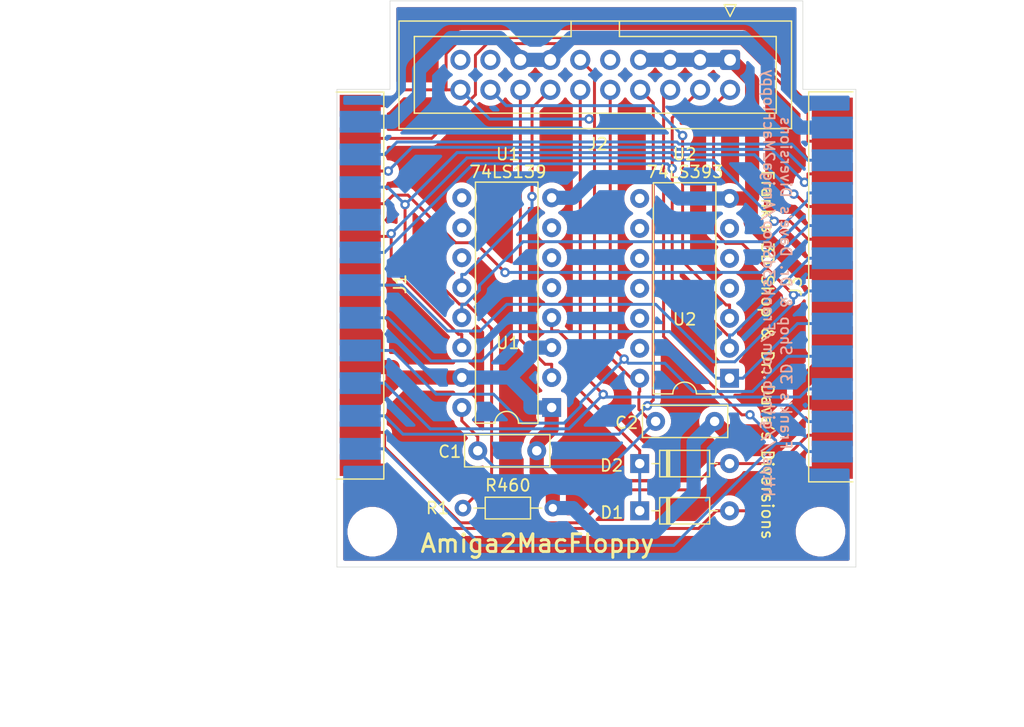
<source format=kicad_pcb>
(kicad_pcb (version 20171130) (host pcbnew "(5.1.10-1-10_14)")

  (general
    (thickness 1.6)
    (drawings 19)
    (tracks 339)
    (zones 0)
    (modules 12)
    (nets 24)
  )

  (page USLetter)
  (title_block
    (title "Amiga to Mac Floppy Adapter")
    (date 2021-05-02)
    (rev 1.0)
    (company "Frank's 3D Shop")
    (comment 1 "Idea from Dr. Dave Diversions")
  )

  (layers
    (0 F.Cu signal hide)
    (31 B.Cu signal hide)
    (32 B.Adhes user)
    (33 F.Adhes user)
    (34 B.Paste user)
    (35 F.Paste user)
    (36 B.SilkS user)
    (37 F.SilkS user)
    (38 B.Mask user)
    (39 F.Mask user)
    (40 Dwgs.User user)
    (41 Cmts.User user)
    (42 Eco1.User user)
    (43 Eco2.User user)
    (44 Edge.Cuts user)
    (45 Margin user)
    (46 B.CrtYd user)
    (47 F.CrtYd user)
    (48 B.Fab user)
    (49 F.Fab user)
  )

  (setup
    (last_trace_width 0.25)
    (trace_clearance 0.2)
    (zone_clearance 0.508)
    (zone_45_only no)
    (trace_min 0.2)
    (via_size 0.8)
    (via_drill 0.4)
    (via_min_size 0.4)
    (via_min_drill 0.3)
    (uvia_size 0.3)
    (uvia_drill 0.1)
    (uvias_allowed no)
    (uvia_min_size 0.2)
    (uvia_min_drill 0.1)
    (edge_width 0.05)
    (segment_width 0.2)
    (pcb_text_width 0.3)
    (pcb_text_size 1.5 1.5)
    (mod_edge_width 0.12)
    (mod_text_size 1 1)
    (mod_text_width 0.15)
    (pad_size 1.6 1.6)
    (pad_drill 0.8)
    (pad_to_mask_clearance 0)
    (aux_axis_origin 15.92072 15.24508)
    (grid_origin 116.46776 77.69296)
    (visible_elements 7FFDF9FF)
    (pcbplotparams
      (layerselection 0x010fc_ffffffff)
      (usegerberextensions false)
      (usegerberattributes true)
      (usegerberadvancedattributes true)
      (creategerberjobfile true)
      (excludeedgelayer true)
      (linewidth 0.100000)
      (plotframeref false)
      (viasonmask false)
      (mode 1)
      (useauxorigin false)
      (hpglpennumber 1)
      (hpglpenspeed 20)
      (hpglpendiameter 15.000000)
      (psnegative false)
      (psa4output false)
      (plotreference true)
      (plotvalue true)
      (plotinvisibletext false)
      (padsonsilk false)
      (subtractmaskfromsilk false)
      (outputformat 1)
      (mirror false)
      (drillshape 0)
      (scaleselection 1)
      (outputdirectory "Gerber/"))
  )

  (net 0 "")
  (net 1 GND)
  (net 2 +12V)
  (net 3 _INDEX)
  (net 4 _SEL1)
  (net 5 _SEL3)
  (net 6 DIR)
  (net 7 _DKWD)
  (net 8 _DKWE)
  (net 9 _CHNG)
  (net 10 _DRES)
  (net 11 _SEL2)
  (net 12 WR)
  (net 13 RD)
  (net 14 _RDY)
  (net 15 _DKRD)
  (net 16 _MTRXD)
  (net 17 PWM)
  (net 18 PH0)
  (net 19 SEL)
  (net 20 PH3)
  (net 21 PH2)
  (net 22 _ENABLE)
  (net 23 "Net-(D1-Pad1)")

  (net_class Default "This is the default net class."
    (clearance 0.2)
    (trace_width 0.25)
    (via_dia 0.8)
    (via_drill 0.4)
    (uvia_dia 0.3)
    (uvia_drill 0.1)
    (add_net DIR)
    (add_net "Net-(D1-Pad1)")
    (add_net PH0)
    (add_net PH2)
    (add_net PH3)
    (add_net PWM)
    (add_net RD)
    (add_net SEL)
    (add_net WR)
    (add_net _CHNG)
    (add_net _DKRD)
    (add_net _DKWD)
    (add_net _DKWE)
    (add_net _DRES)
    (add_net _ENABLE)
    (add_net _INDEX)
    (add_net _MTRXD)
    (add_net _RDY)
    (add_net _SEL1)
    (add_net _SEL2)
    (add_net _SEL3)
  )

  (net_class Power ""
    (clearance 0.4)
    (trace_width 1.2)
    (via_dia 0.8)
    (via_drill 0.4)
    (uvia_dia 0.3)
    (uvia_drill 0.1)
    (add_net +12V)
    (add_net GND)
  )

  (module Amiga2MacFloppy:DSUB-23_Male_EdgeMount_P2.77mm (layer F.Cu) (tedit 608B82A0) (tstamp 60BFDF2C)
    (at 158.468 105.193 90)
    (descr "25-pin D-Sub connector, solder-cups edge-mounted, male, x-pin-pitch 2.77mm, distance of mounting holes 47.1mm, see https://disti-assets.s3.amazonaws.com/tonar/files/datasheets/16730.pdf")
    (tags "25-pin D-Sub connector edge mount solder cup male x-pin-pitch 2.77mm mounting holes distance 47.1mm")
    (path /608ED48F)
    (attr smd)
    (fp_text reference J3 (at -19.019333 0 90) (layer F.SilkS) hide
      (effects (font (size 1 1) (thickness 0.15)))
    )
    (fp_text value DB23M (at 0 16.69 90) (layer F.Fab) hide
      (effects (font (size 1 1) (thickness 0.15)))
    )
    (fp_line (start -15.696 -0.91) (end -15.696 1.99) (layer F.Fab) (width 0.1))
    (fp_line (start -15.696 1.99) (end -14.496 1.99) (layer F.Fab) (width 0.1))
    (fp_line (start -14.496 1.99) (end -14.496 -0.91) (layer F.Fab) (width 0.1))
    (fp_line (start -14.496 -0.91) (end -15.696 -0.91) (layer F.Fab) (width 0.1))
    (fp_line (start -12.926 -0.91) (end -12.926 1.99) (layer F.Fab) (width 0.1))
    (fp_line (start -12.926 1.99) (end -11.726 1.99) (layer F.Fab) (width 0.1))
    (fp_line (start -11.726 1.99) (end -11.726 -0.91) (layer F.Fab) (width 0.1))
    (fp_line (start -11.726 -0.91) (end -12.926 -0.91) (layer F.Fab) (width 0.1))
    (fp_line (start -10.156 -0.91) (end -10.156 1.99) (layer F.Fab) (width 0.1))
    (fp_line (start -10.156 1.99) (end -8.956 1.99) (layer F.Fab) (width 0.1))
    (fp_line (start -8.956 1.99) (end -8.956 -0.91) (layer F.Fab) (width 0.1))
    (fp_line (start -8.956 -0.91) (end -10.156 -0.91) (layer F.Fab) (width 0.1))
    (fp_line (start -7.386 -0.91) (end -7.386 1.99) (layer F.Fab) (width 0.1))
    (fp_line (start -7.386 1.99) (end -6.186 1.99) (layer F.Fab) (width 0.1))
    (fp_line (start -6.186 1.99) (end -6.186 -0.91) (layer F.Fab) (width 0.1))
    (fp_line (start -6.186 -0.91) (end -7.386 -0.91) (layer F.Fab) (width 0.1))
    (fp_line (start -4.616 -0.91) (end -4.616 1.99) (layer F.Fab) (width 0.1))
    (fp_line (start -4.616 1.99) (end -3.416 1.99) (layer F.Fab) (width 0.1))
    (fp_line (start -3.416 1.99) (end -3.416 -0.91) (layer F.Fab) (width 0.1))
    (fp_line (start -3.416 -0.91) (end -4.616 -0.91) (layer F.Fab) (width 0.1))
    (fp_line (start -1.846 -0.91) (end -1.846 1.99) (layer F.Fab) (width 0.1))
    (fp_line (start -1.846 1.99) (end -0.646 1.99) (layer F.Fab) (width 0.1))
    (fp_line (start -0.646 1.99) (end -0.646 -0.91) (layer F.Fab) (width 0.1))
    (fp_line (start -0.646 -0.91) (end -1.846 -0.91) (layer F.Fab) (width 0.1))
    (fp_line (start 0.924 -0.91) (end 0.924 1.99) (layer F.Fab) (width 0.1))
    (fp_line (start 0.924 1.99) (end 2.124 1.99) (layer F.Fab) (width 0.1))
    (fp_line (start 2.124 1.99) (end 2.124 -0.91) (layer F.Fab) (width 0.1))
    (fp_line (start 2.124 -0.91) (end 0.924 -0.91) (layer F.Fab) (width 0.1))
    (fp_line (start 3.694 -0.91) (end 3.694 1.99) (layer F.Fab) (width 0.1))
    (fp_line (start 3.694 1.99) (end 4.894 1.99) (layer F.Fab) (width 0.1))
    (fp_line (start 4.894 1.99) (end 4.894 -0.91) (layer F.Fab) (width 0.1))
    (fp_line (start 4.894 -0.91) (end 3.694 -0.91) (layer F.Fab) (width 0.1))
    (fp_line (start 6.464 -0.91) (end 6.464 1.99) (layer F.Fab) (width 0.1))
    (fp_line (start 6.464 1.99) (end 7.664 1.99) (layer F.Fab) (width 0.1))
    (fp_line (start 7.664 1.99) (end 7.664 -0.91) (layer F.Fab) (width 0.1))
    (fp_line (start 7.664 -0.91) (end 6.464 -0.91) (layer F.Fab) (width 0.1))
    (fp_line (start 9.234 -0.91) (end 9.234 1.99) (layer F.Fab) (width 0.1))
    (fp_line (start 9.234 1.99) (end 10.434 1.99) (layer F.Fab) (width 0.1))
    (fp_line (start 10.434 1.99) (end 10.434 -0.91) (layer F.Fab) (width 0.1))
    (fp_line (start 10.434 -0.91) (end 9.234 -0.91) (layer F.Fab) (width 0.1))
    (fp_line (start 12.004 -0.91) (end 12.004 1.99) (layer F.Fab) (width 0.1))
    (fp_line (start 12.004 1.99) (end 13.204 1.99) (layer F.Fab) (width 0.1))
    (fp_line (start 13.204 1.99) (end 13.204 -0.91) (layer F.Fab) (width 0.1))
    (fp_line (start 13.204 -0.91) (end 12.004 -0.91) (layer F.Fab) (width 0.1))
    (fp_line (start 14.774 -0.91) (end 14.774 1.99) (layer F.Fab) (width 0.1))
    (fp_line (start 14.774 1.99) (end 15.974 1.99) (layer F.Fab) (width 0.1))
    (fp_line (start 15.974 1.99) (end 15.974 -0.91) (layer F.Fab) (width 0.1))
    (fp_line (start 15.974 -0.91) (end 14.774 -0.91) (layer F.Fab) (width 0.1))
    (fp_line (start -14.311 -0.91) (end -14.311 1.99) (layer B.Fab) (width 0.1))
    (fp_line (start -14.311 1.99) (end -13.111 1.99) (layer B.Fab) (width 0.1))
    (fp_line (start -13.111 1.99) (end -13.111 -0.91) (layer B.Fab) (width 0.1))
    (fp_line (start -13.111 -0.91) (end -14.311 -0.91) (layer B.Fab) (width 0.1))
    (fp_line (start -11.541 -0.91) (end -11.541 1.99) (layer B.Fab) (width 0.1))
    (fp_line (start -11.541 1.99) (end -10.341 1.99) (layer B.Fab) (width 0.1))
    (fp_line (start -10.341 1.99) (end -10.341 -0.91) (layer B.Fab) (width 0.1))
    (fp_line (start -10.341 -0.91) (end -11.541 -0.91) (layer B.Fab) (width 0.1))
    (fp_line (start -8.771 -0.91) (end -8.771 1.99) (layer B.Fab) (width 0.1))
    (fp_line (start -8.771 1.99) (end -7.571 1.99) (layer B.Fab) (width 0.1))
    (fp_line (start -7.571 1.99) (end -7.571 -0.91) (layer B.Fab) (width 0.1))
    (fp_line (start -7.571 -0.91) (end -8.771 -0.91) (layer B.Fab) (width 0.1))
    (fp_line (start -6.001 -0.91) (end -6.001 1.99) (layer B.Fab) (width 0.1))
    (fp_line (start -6.001 1.99) (end -4.801 1.99) (layer B.Fab) (width 0.1))
    (fp_line (start -4.801 1.99) (end -4.801 -0.91) (layer B.Fab) (width 0.1))
    (fp_line (start -4.801 -0.91) (end -6.001 -0.91) (layer B.Fab) (width 0.1))
    (fp_line (start -3.231 -0.91) (end -3.231 1.99) (layer B.Fab) (width 0.1))
    (fp_line (start -3.231 1.99) (end -2.031 1.99) (layer B.Fab) (width 0.1))
    (fp_line (start -2.031 1.99) (end -2.031 -0.91) (layer B.Fab) (width 0.1))
    (fp_line (start -2.031 -0.91) (end -3.231 -0.91) (layer B.Fab) (width 0.1))
    (fp_line (start -0.461 -0.91) (end -0.461 1.99) (layer B.Fab) (width 0.1))
    (fp_line (start -0.461 1.99) (end 0.739 1.99) (layer B.Fab) (width 0.1))
    (fp_line (start 0.739 1.99) (end 0.739 -0.91) (layer B.Fab) (width 0.1))
    (fp_line (start 0.739 -0.91) (end -0.461 -0.91) (layer B.Fab) (width 0.1))
    (fp_line (start 2.309 -0.91) (end 2.309 1.99) (layer B.Fab) (width 0.1))
    (fp_line (start 2.309 1.99) (end 3.509 1.99) (layer B.Fab) (width 0.1))
    (fp_line (start 3.509 1.99) (end 3.509 -0.91) (layer B.Fab) (width 0.1))
    (fp_line (start 3.509 -0.91) (end 2.309 -0.91) (layer B.Fab) (width 0.1))
    (fp_line (start 5.079 -0.91) (end 5.079 1.99) (layer B.Fab) (width 0.1))
    (fp_line (start 5.079 1.99) (end 6.279 1.99) (layer B.Fab) (width 0.1))
    (fp_line (start 6.279 1.99) (end 6.279 -0.91) (layer B.Fab) (width 0.1))
    (fp_line (start 6.279 -0.91) (end 5.079 -0.91) (layer B.Fab) (width 0.1))
    (fp_line (start 7.849 -0.91) (end 7.849 1.99) (layer B.Fab) (width 0.1))
    (fp_line (start 7.849 1.99) (end 9.049 1.99) (layer B.Fab) (width 0.1))
    (fp_line (start 9.049 1.99) (end 9.049 -0.91) (layer B.Fab) (width 0.1))
    (fp_line (start 9.049 -0.91) (end 7.849 -0.91) (layer B.Fab) (width 0.1))
    (fp_line (start 10.619 -0.91) (end 10.619 1.99) (layer B.Fab) (width 0.1))
    (fp_line (start 10.619 1.99) (end 11.819 1.99) (layer B.Fab) (width 0.1))
    (fp_line (start 11.819 1.99) (end 11.819 -0.91) (layer B.Fab) (width 0.1))
    (fp_line (start 11.819 -0.91) (end 10.619 -0.91) (layer B.Fab) (width 0.1))
    (fp_line (start 13.389 -0.91) (end 13.389 1.99) (layer B.Fab) (width 0.1))
    (fp_line (start 13.389 1.99) (end 14.589 1.99) (layer B.Fab) (width 0.1))
    (fp_line (start 14.589 1.99) (end 14.589 -0.91) (layer B.Fab) (width 0.1))
    (fp_line (start 14.589 -0.91) (end 13.389 -0.91) (layer B.Fab) (width 0.1))
    (fp_line (start 16.159 -0.91) (end 16.159 1.99) (layer B.Fab) (width 0.1))
    (fp_line (start 16.159 1.99) (end 17.359 1.99) (layer B.Fab) (width 0.1))
    (fp_line (start 17.359 -0.91) (end 16.159 -0.91) (layer B.Fab) (width 0.1))
    (fp_line (start -17.026 1.99) (end -17.026 4.79) (layer F.Fab) (width 0.1))
    (fp_line (start -17.026 4.79) (end 18.534 4.79) (layer F.Fab) (width 0.1))
    (fp_line (start 17.534 4.79) (end 17.534 1.99) (layer F.Fab) (width 0.1))
    (fp_line (start 17.534 1.99) (end -17.026 1.99) (layer F.Fab) (width 0.1))
    (fp_line (start -18.026 4.79) (end -18.026 9.29) (layer F.Fab) (width 0.1))
    (fp_line (start -18.026 9.29) (end 21.074 9.29) (layer F.Fab) (width 0.1))
    (fp_line (start 18.534 9.29) (end 18.534 4.79) (layer F.Fab) (width 0.1))
    (fp_line (start 18.534 4.79) (end -18.026 4.79) (layer F.Fab) (width 0.1))
    (fp_line (start -25.026 9.29) (end -25.026 9.69) (layer F.Fab) (width 0.1))
    (fp_line (start -25.026 9.69) (end 25.534 9.69) (layer F.Fab) (width 0.1))
    (fp_line (start 25.534 9.69) (end 25.534 9.29) (layer F.Fab) (width 0.1))
    (fp_line (start 25.534 9.29) (end -25.026 9.29) (layer F.Fab) (width 0.1))
    (fp_line (start -17.626 9.69) (end -17.626 15.69) (layer F.Fab) (width 0.1))
    (fp_line (start -17.626 15.69) (end 18.134 15.69) (layer F.Fab) (width 0.1))
    (fp_line (start 18.134 15.69) (end 18.134 9.69) (layer F.Fab) (width 0.1))
    (fp_line (start 20.674 9.69) (end -17.626 9.69) (layer F.Fab) (width 0.1))
    (fp_line (start -16.526 -2.25) (end 17.034 -2.25) (layer F.CrtYd) (width 0.05))
    (fp_line (start 17.034 -2.25) (end 17.034 1.5) (layer F.CrtYd) (width 0.05))
    (fp_line (start 17.034 1.5) (end 18.034 1.5) (layer F.CrtYd) (width 0.05))
    (fp_line (start 18.034 1.5) (end 18.034 4.3) (layer F.CrtYd) (width 0.05))
    (fp_line (start 18.034 4.3) (end 19.034 4.3) (layer F.CrtYd) (width 0.05))
    (fp_line (start 19.034 4.3) (end 19.034 8.8) (layer F.CrtYd) (width 0.05))
    (fp_line (start 19.034 8.8) (end 26.034 8.8) (layer F.CrtYd) (width 0.05))
    (fp_line (start 26.034 8.8) (end 26.034 10.2) (layer F.CrtYd) (width 0.05))
    (fp_line (start 26.034 10.2) (end 18.634 10.2) (layer F.CrtYd) (width 0.05))
    (fp_line (start 18.634 10.2) (end 18.634 16.2) (layer F.CrtYd) (width 0.05))
    (fp_line (start 18.634 16.2) (end -18.126 16.2) (layer F.CrtYd) (width 0.05))
    (fp_line (start -18.126 16.2) (end -18.126 10.2) (layer F.CrtYd) (width 0.05))
    (fp_line (start -18.126 10.2) (end -25.526 10.2) (layer F.CrtYd) (width 0.05))
    (fp_line (start -25.526 10.2) (end -25.526 8.8) (layer F.CrtYd) (width 0.05))
    (fp_line (start -25.526 8.8) (end -18.526 8.8) (layer F.CrtYd) (width 0.05))
    (fp_line (start -18.526 8.8) (end -18.526 4.3) (layer F.CrtYd) (width 0.05))
    (fp_line (start -18.526 4.3) (end -17.526 4.3) (layer F.CrtYd) (width 0.05))
    (fp_line (start -17.526 4.3) (end -17.526 1.5) (layer F.CrtYd) (width 0.05))
    (fp_line (start -17.526 1.5) (end -16.526 1.5) (layer F.CrtYd) (width 0.05))
    (fp_line (start -16.526 1.5) (end -16.526 -2.25) (layer F.CrtYd) (width 0.05))
    (fp_line (start 16.787333 1.74) (end 16.787333 -2) (layer F.SilkS) (width 0.12))
    (fp_line (start 16.787333 -2) (end -16.279333 -2) (layer F.SilkS) (width 0.12))
    (fp_line (start -16.279333 -2) (end -16.279333 1.74) (layer F.SilkS) (width 0.12))
    (fp_line (start -25.026 1.99) (end 25.4 2.032) (layer Dwgs.User) (width 0.05))
    (fp_text user %R (at 0.2896 -3.109 270) (layer F.SilkS)
      (effects (font (size 1 1) (thickness 0.15)))
    )
    (fp_text user "PCB edge" (at -20.026 1.323333 90) (layer Dwgs.User) hide
      (effects (font (size 0.5 0.5) (thickness 0.075)))
    )
    (pad 13 smd rect (at -13.711 0 90) (size 1.846667 3.48) (layers B.Cu B.Paste B.Mask)
      (net 21 PH2))
    (pad 1 smd rect (at -15.096 0 90) (size 1.846667 3.48) (layers F.Cu F.Paste F.Mask)
      (net 14 _RDY))
    (pad 2 smd rect (at -12.326 0 90) (size 1.846667 3.48) (layers F.Cu F.Paste F.Mask)
      (net 15 _DKRD))
    (pad 3 smd rect (at -9.556 0 90) (size 1.846667 3.48) (layers F.Cu F.Paste F.Mask)
      (net 1 GND))
    (pad 4 smd rect (at -6.786 0 90) (size 1.846667 3.48) (layers F.Cu F.Paste F.Mask)
      (net 1 GND))
    (pad 5 smd rect (at -4.016 0 90) (size 1.846667 3.48) (layers F.Cu F.Paste F.Mask)
      (net 1 GND))
    (pad 6 smd rect (at -1.246 0 90) (size 1.846667 3.48) (layers F.Cu F.Paste F.Mask)
      (net 1 GND))
    (pad 7 smd rect (at 1.524 0 90) (size 1.846667 3.48) (layers F.Cu F.Paste F.Mask)
      (net 1 GND))
    (pad 8 smd rect (at 4.294 0 90) (size 1.846667 3.48) (layers F.Cu F.Paste F.Mask)
      (net 16 _MTRXD))
    (pad 9 smd rect (at 7.064 0 90) (size 1.846667 3.48) (layers F.Cu F.Paste F.Mask)
      (net 11 _SEL2))
    (pad 10 smd rect (at 9.834 0 90) (size 1.846667 3.48) (layers F.Cu F.Paste F.Mask)
      (net 10 _DRES))
    (pad 11 smd rect (at 12.604 0 90) (size 1.846667 3.48) (layers F.Cu F.Paste F.Mask)
      (net 9 _CHNG))
    (pad 12 smd rect (at 15.374 0 90) (size 1.846667 3.48) (layers F.Cu F.Paste F.Mask)
      (net 17 PWM))
    (pad 14 smd rect (at -11.171 0 90) (size 1.846667 3.48) (layers B.Cu B.Paste B.Mask)
      (net 20 PH3))
    (pad 15 smd rect (at -8.401 0 90) (size 1.846667 3.48) (layers B.Cu B.Paste B.Mask)
      (net 19 SEL))
    (pad 16 smd rect (at -5.631 0 90) (size 1.846667 3.48) (layers B.Cu B.Paste B.Mask)
      (net 8 _DKWE))
    (pad 17 smd rect (at -2.861 0 90) (size 1.846667 3.48) (layers B.Cu B.Paste B.Mask)
      (net 7 _DKWD))
    (pad 18 smd rect (at -0.091 0 90) (size 1.846667 3.48) (layers B.Cu B.Paste B.Mask)
      (net 18 PH0))
    (pad 19 smd rect (at 2.679 0 90) (size 1.846667 3.48) (layers B.Cu B.Paste B.Mask)
      (net 6 DIR))
    (pad 20 smd rect (at 5.449 0 90) (size 1.846667 3.48) (layers B.Cu B.Paste B.Mask)
      (net 5 _SEL3))
    (pad 21 smd rect (at 8.219 0 90) (size 1.846667 3.48) (layers B.Cu B.Paste B.Mask)
      (net 4 _SEL1))
    (pad 22 smd rect (at 10.989 0 90) (size 1.846667 3.48) (layers B.Cu B.Paste B.Mask)
      (net 3 _INDEX))
    (pad 23 smd rect (at 13.759 0 90) (size 1.846667 3.48) (layers B.Cu B.Paste B.Mask)
      (net 2 +12V))
    (model ${KISYS3DMOD}/Connector_Dsub.3dshapes/DSUB-25_Male_EdgeMount_P2.77mm.wrl
      (at (xyz 0 0 0))
      (scale (xyz 1 1 1))
      (rotate (xyz 0 0 0))
    )
  )

  (module Amiga2MacFloppy:DSUB-23_Female_EdgeMount_P2.77mm (layer F.Cu) (tedit 608BFE00) (tstamp 60BFE25F)
    (at 118.444 104.7 270)
    (descr "25-pin D-Sub connector, solder-cups edge-mounted, female, x-pin-pitch 2.77mm, distance of mounting holes 47.1mm, see https://disti-assets.s3.amazonaws.com/tonar/files/datasheets/16730.pdf")
    (tags "25-pin D-Sub connector edge mount solder cup female x-pin-pitch 2.77mm mounting holes distance 47.1mm")
    (path /608E5C01)
    (attr smd)
    (fp_text reference J1 (at -21.2141 -0.3251 90) (layer F.SilkS) hide
      (effects (font (size 1 1) (thickness 0.15)))
    )
    (fp_text value DB23F (at 0 16.86 90) (layer F.Fab) hide
      (effects (font (size 1 1) (thickness 0.15)))
    )
    (fp_line (start -25.026 1.99) (end 25.4 1.99) (layer Dwgs.User) (width 0.05))
    (fp_line (start -16.279333 -2) (end -16.279333 2.032) (layer F.SilkS) (width 0.12))
    (fp_line (start 16.533333 -2) (end -16.279333 -2) (layer F.SilkS) (width 0.12))
    (fp_line (start 16.533333 2.032) (end 16.533333 -2) (layer F.SilkS) (width 0.12))
    (fp_line (start -16.526 1.5) (end -16.526 -2.25) (layer F.CrtYd) (width 0.05))
    (fp_line (start -17.526 1.5) (end -16.526 1.5) (layer F.CrtYd) (width 0.05))
    (fp_line (start -17.526 4.3) (end -17.526 1.5) (layer F.CrtYd) (width 0.05))
    (fp_line (start -18.526 4.3) (end -17.526 4.3) (layer F.CrtYd) (width 0.05))
    (fp_line (start -18.526 8.8) (end -18.526 4.3) (layer F.CrtYd) (width 0.05))
    (fp_line (start -25.654 8.8) (end -18.526 8.8) (layer F.CrtYd) (width 0.05))
    (fp_line (start -25.654 10.2) (end -25.654 8.8) (layer F.CrtYd) (width 0.05))
    (fp_line (start -18.126 10.2) (end -25.654 10.2) (layer F.CrtYd) (width 0.05))
    (fp_line (start -18.126 16.4) (end -18.126 10.2) (layer F.CrtYd) (width 0.05))
    (fp_line (start 18.38 16.4) (end -18.126 16.4) (layer F.CrtYd) (width 0.05))
    (fp_line (start 18.38 10.2) (end 18.38 16.4) (layer F.CrtYd) (width 0.05))
    (fp_line (start 25.78 10.2) (end 18.38 10.2) (layer F.CrtYd) (width 0.05))
    (fp_line (start 25.78 8.8) (end 25.78 10.2) (layer F.CrtYd) (width 0.05))
    (fp_line (start 18.78 8.8) (end 25.78 8.8) (layer F.CrtYd) (width 0.05))
    (fp_line (start 18.78 4.3) (end 18.78 8.8) (layer F.CrtYd) (width 0.05))
    (fp_line (start 17.78 4.3) (end 18.78 4.3) (layer F.CrtYd) (width 0.05))
    (fp_line (start 17.78 1.5) (end 17.78 4.3) (layer F.CrtYd) (width 0.05))
    (fp_line (start 16.78 1.5) (end 17.78 1.5) (layer F.CrtYd) (width 0.05))
    (fp_line (start 16.78 -2.25) (end 16.78 1.5) (layer F.CrtYd) (width 0.05))
    (fp_line (start -16.526 -2.25) (end 16.78 -2.25) (layer F.CrtYd) (width 0.05))
    (fp_line (start 20.674 9.69) (end -17.626 9.69) (layer F.Fab) (width 0.1))
    (fp_line (start 17.88 15.86) (end 17.88 9.69) (layer F.Fab) (width 0.1))
    (fp_line (start -17.626 15.86) (end 17.88 15.86) (layer F.Fab) (width 0.1))
    (fp_line (start -17.626 9.69) (end -17.626 15.86) (layer F.Fab) (width 0.1))
    (fp_line (start 25.28 9.29) (end -25.026 9.29) (layer F.Fab) (width 0.1))
    (fp_line (start 25.28 9.69) (end 25.28 9.29) (layer F.Fab) (width 0.1))
    (fp_line (start -25.026 9.69) (end 25.28 9.69) (layer F.Fab) (width 0.1))
    (fp_line (start -25.026 9.29) (end -25.026 9.69) (layer F.Fab) (width 0.1))
    (fp_line (start 18.28 4.79) (end -18.026 4.79) (layer F.Fab) (width 0.1))
    (fp_line (start 18.28 9.29) (end 18.28 4.79) (layer F.Fab) (width 0.1))
    (fp_line (start -18.026 9.29) (end 21.074 9.29) (layer F.Fab) (width 0.1))
    (fp_line (start -18.026 4.79) (end -18.026 9.29) (layer F.Fab) (width 0.1))
    (fp_line (start 17.28 1.99) (end -17.026 1.99) (layer F.Fab) (width 0.1))
    (fp_line (start 17.28 4.79) (end 17.28 1.99) (layer F.Fab) (width 0.1))
    (fp_line (start -17.026 4.79) (end 18.28 4.79) (layer F.Fab) (width 0.1))
    (fp_line (start -17.026 1.99) (end -17.026 4.79) (layer F.Fab) (width 0.1))
    (fp_line (start -13.111 -0.91) (end -14.311 -0.91) (layer B.Fab) (width 0.1))
    (fp_line (start -13.111 1.99) (end -13.111 -0.91) (layer B.Fab) (width 0.1))
    (fp_line (start -14.311 1.99) (end -13.111 1.99) (layer B.Fab) (width 0.1))
    (fp_line (start -14.311 -0.91) (end -14.311 1.99) (layer B.Fab) (width 0.1))
    (fp_line (start -10.341 -0.91) (end -11.541 -0.91) (layer B.Fab) (width 0.1))
    (fp_line (start -10.341 1.99) (end -10.341 -0.91) (layer B.Fab) (width 0.1))
    (fp_line (start -11.541 1.99) (end -10.341 1.99) (layer B.Fab) (width 0.1))
    (fp_line (start -11.541 -0.91) (end -11.541 1.99) (layer B.Fab) (width 0.1))
    (fp_line (start -7.571 -0.91) (end -8.771 -0.91) (layer B.Fab) (width 0.1))
    (fp_line (start -7.571 1.99) (end -7.571 -0.91) (layer B.Fab) (width 0.1))
    (fp_line (start -8.771 1.99) (end -7.571 1.99) (layer B.Fab) (width 0.1))
    (fp_line (start -8.771 -0.91) (end -8.771 1.99) (layer B.Fab) (width 0.1))
    (fp_line (start -4.801 -0.91) (end -6.001 -0.91) (layer B.Fab) (width 0.1))
    (fp_line (start -4.801 1.99) (end -4.801 -0.91) (layer B.Fab) (width 0.1))
    (fp_line (start -6.001 1.99) (end -4.801 1.99) (layer B.Fab) (width 0.1))
    (fp_line (start -6.001 -0.91) (end -6.001 1.99) (layer B.Fab) (width 0.1))
    (fp_line (start -2.031 -0.91) (end -3.231 -0.91) (layer B.Fab) (width 0.1))
    (fp_line (start -2.031 1.99) (end -2.031 -0.91) (layer B.Fab) (width 0.1))
    (fp_line (start -3.231 1.99) (end -2.031 1.99) (layer B.Fab) (width 0.1))
    (fp_line (start -3.231 -0.91) (end -3.231 1.99) (layer B.Fab) (width 0.1))
    (fp_line (start 0.739 -0.91) (end -0.461 -0.91) (layer B.Fab) (width 0.1))
    (fp_line (start 0.739 1.99) (end 0.739 -0.91) (layer B.Fab) (width 0.1))
    (fp_line (start -0.461 1.99) (end 0.739 1.99) (layer B.Fab) (width 0.1))
    (fp_line (start -0.461 -0.91) (end -0.461 1.99) (layer B.Fab) (width 0.1))
    (fp_line (start 3.509 -0.91) (end 2.309 -0.91) (layer B.Fab) (width 0.1))
    (fp_line (start 3.509 1.99) (end 3.509 -0.91) (layer B.Fab) (width 0.1))
    (fp_line (start 2.309 1.99) (end 3.509 1.99) (layer B.Fab) (width 0.1))
    (fp_line (start 2.309 -0.91) (end 2.309 1.99) (layer B.Fab) (width 0.1))
    (fp_line (start 6.279 -0.91) (end 5.079 -0.91) (layer B.Fab) (width 0.1))
    (fp_line (start 6.279 1.99) (end 6.279 -0.91) (layer B.Fab) (width 0.1))
    (fp_line (start 5.079 1.99) (end 6.279 1.99) (layer B.Fab) (width 0.1))
    (fp_line (start 5.079 -0.91) (end 5.079 1.99) (layer B.Fab) (width 0.1))
    (fp_line (start 9.049 -0.91) (end 7.849 -0.91) (layer B.Fab) (width 0.1))
    (fp_line (start 9.049 1.99) (end 9.049 -0.91) (layer B.Fab) (width 0.1))
    (fp_line (start 7.849 1.99) (end 9.049 1.99) (layer B.Fab) (width 0.1))
    (fp_line (start 7.849 -0.91) (end 7.849 1.99) (layer B.Fab) (width 0.1))
    (fp_line (start 11.819 -0.91) (end 10.619 -0.91) (layer B.Fab) (width 0.1))
    (fp_line (start 11.819 1.99) (end 11.819 -0.91) (layer B.Fab) (width 0.1))
    (fp_line (start 10.619 1.99) (end 11.819 1.99) (layer B.Fab) (width 0.1))
    (fp_line (start 10.619 -0.91) (end 10.619 1.99) (layer B.Fab) (width 0.1))
    (fp_line (start 14.589 -0.91) (end 13.389 -0.91) (layer B.Fab) (width 0.1))
    (fp_line (start 14.589 1.99) (end 14.589 -0.91) (layer B.Fab) (width 0.1))
    (fp_line (start 13.389 1.99) (end 14.589 1.99) (layer B.Fab) (width 0.1))
    (fp_line (start 13.389 -0.91) (end 13.389 1.99) (layer B.Fab) (width 0.1))
    (fp_line (start 17.359 -0.91) (end 16.159 -0.91) (layer B.Fab) (width 0.1))
    (fp_line (start 17.359 1.99) (end 17.359 -0.91) (layer B.Fab) (width 0.1))
    (fp_line (start 16.159 1.99) (end 17.359 1.99) (layer B.Fab) (width 0.1))
    (fp_line (start 16.159 -0.91) (end 16.159 1.99) (layer B.Fab) (width 0.1))
    (fp_line (start -14.496 -0.91) (end -15.696 -0.91) (layer F.Fab) (width 0.1))
    (fp_line (start -14.496 1.99) (end -14.496 -0.91) (layer F.Fab) (width 0.1))
    (fp_line (start -15.696 1.99) (end -14.496 1.99) (layer F.Fab) (width 0.1))
    (fp_line (start -15.696 -0.91) (end -15.696 1.99) (layer F.Fab) (width 0.1))
    (fp_line (start -11.726 -0.91) (end -12.926 -0.91) (layer F.Fab) (width 0.1))
    (fp_line (start -11.726 1.99) (end -11.726 -0.91) (layer F.Fab) (width 0.1))
    (fp_line (start -12.926 1.99) (end -11.726 1.99) (layer F.Fab) (width 0.1))
    (fp_line (start -12.926 -0.91) (end -12.926 1.99) (layer F.Fab) (width 0.1))
    (fp_line (start -8.956 -0.91) (end -10.156 -0.91) (layer F.Fab) (width 0.1))
    (fp_line (start -8.956 1.99) (end -8.956 -0.91) (layer F.Fab) (width 0.1))
    (fp_line (start -10.156 1.99) (end -8.956 1.99) (layer F.Fab) (width 0.1))
    (fp_line (start -10.156 -0.91) (end -10.156 1.99) (layer F.Fab) (width 0.1))
    (fp_line (start -6.186 -0.91) (end -7.386 -0.91) (layer F.Fab) (width 0.1))
    (fp_line (start -6.186 1.99) (end -6.186 -0.91) (layer F.Fab) (width 0.1))
    (fp_line (start -7.386 1.99) (end -6.186 1.99) (layer F.Fab) (width 0.1))
    (fp_line (start -7.386 -0.91) (end -7.386 1.99) (layer F.Fab) (width 0.1))
    (fp_line (start -3.416 -0.91) (end -4.616 -0.91) (layer F.Fab) (width 0.1))
    (fp_line (start -3.416 1.99) (end -3.416 -0.91) (layer F.Fab) (width 0.1))
    (fp_line (start -4.616 1.99) (end -3.416 1.99) (layer F.Fab) (width 0.1))
    (fp_line (start -4.616 -0.91) (end -4.616 1.99) (layer F.Fab) (width 0.1))
    (fp_line (start -0.646 -0.91) (end -1.846 -0.91) (layer F.Fab) (width 0.1))
    (fp_line (start -0.646 1.99) (end -0.646 -0.91) (layer F.Fab) (width 0.1))
    (fp_line (start -1.846 1.99) (end -0.646 1.99) (layer F.Fab) (width 0.1))
    (fp_line (start -1.846 -0.91) (end -1.846 1.99) (layer F.Fab) (width 0.1))
    (fp_line (start 2.124 -0.91) (end 0.924 -0.91) (layer F.Fab) (width 0.1))
    (fp_line (start 2.124 1.99) (end 2.124 -0.91) (layer F.Fab) (width 0.1))
    (fp_line (start 0.924 1.99) (end 2.124 1.99) (layer F.Fab) (width 0.1))
    (fp_line (start 0.924 -0.91) (end 0.924 1.99) (layer F.Fab) (width 0.1))
    (fp_line (start 4.894 -0.91) (end 3.694 -0.91) (layer F.Fab) (width 0.1))
    (fp_line (start 4.894 1.99) (end 4.894 -0.91) (layer F.Fab) (width 0.1))
    (fp_line (start 3.694 1.99) (end 4.894 1.99) (layer F.Fab) (width 0.1))
    (fp_line (start 3.694 -0.91) (end 3.694 1.99) (layer F.Fab) (width 0.1))
    (fp_line (start 7.664 -0.91) (end 6.464 -0.91) (layer F.Fab) (width 0.1))
    (fp_line (start 7.664 1.99) (end 7.664 -0.91) (layer F.Fab) (width 0.1))
    (fp_line (start 6.464 1.99) (end 7.664 1.99) (layer F.Fab) (width 0.1))
    (fp_line (start 6.464 -0.91) (end 6.464 1.99) (layer F.Fab) (width 0.1))
    (fp_line (start 10.434 -0.91) (end 9.234 -0.91) (layer F.Fab) (width 0.1))
    (fp_line (start 10.434 1.99) (end 10.434 -0.91) (layer F.Fab) (width 0.1))
    (fp_line (start 9.234 1.99) (end 10.434 1.99) (layer F.Fab) (width 0.1))
    (fp_line (start 9.234 -0.91) (end 9.234 1.99) (layer F.Fab) (width 0.1))
    (fp_line (start 13.204 -0.91) (end 12.004 -0.91) (layer F.Fab) (width 0.1))
    (fp_line (start 13.204 1.99) (end 13.204 -0.91) (layer F.Fab) (width 0.1))
    (fp_line (start 12.004 1.99) (end 13.204 1.99) (layer F.Fab) (width 0.1))
    (fp_line (start 12.004 -0.91) (end 12.004 1.99) (layer F.Fab) (width 0.1))
    (fp_line (start 15.974 -0.91) (end 14.774 -0.91) (layer F.Fab) (width 0.1))
    (fp_line (start 15.974 1.99) (end 15.974 -0.91) (layer F.Fab) (width 0.1))
    (fp_line (start 14.774 1.99) (end 15.974 1.99) (layer F.Fab) (width 0.1))
    (fp_line (start 14.774 -0.91) (end 14.774 1.99) (layer F.Fab) (width 0.1))
    (fp_text user "PCB edge" (at -20.026 1.323333 90) (layer Dwgs.User) hide
      (effects (font (size 0.5 0.5) (thickness 0.075)))
    )
    (fp_text user %R (at -0.0051 -3.3731 270) (layer F.SilkS)
      (effects (font (size 1 1) (thickness 0.15)))
    )
    (pad 23 smd rect (at -13.759 0 270) (size 1.846667 3.48) (layers B.Cu B.Paste B.Mask)
      (net 2 +12V))
    (pad 22 smd rect (at -10.989 0 270) (size 1.846667 3.48) (layers B.Cu B.Paste B.Mask)
      (net 3 _INDEX))
    (pad 21 smd rect (at -8.219 0 270) (size 1.846667 3.48) (layers B.Cu B.Paste B.Mask)
      (net 11 _SEL2))
    (pad 20 smd rect (at -5.449 0 270) (size 1.846667 3.48) (layers B.Cu B.Paste B.Mask))
    (pad 19 smd rect (at -2.679 0 270) (size 1.846667 3.48) (layers B.Cu B.Paste B.Mask)
      (net 6 DIR))
    (pad 18 smd rect (at 0.091 0 270) (size 1.846667 3.48) (layers B.Cu B.Paste B.Mask)
      (net 18 PH0))
    (pad 17 smd rect (at 2.861 0 270) (size 1.846667 3.48) (layers B.Cu B.Paste B.Mask)
      (net 7 _DKWD))
    (pad 16 smd rect (at 5.631 0 270) (size 1.846667 3.48) (layers B.Cu B.Paste B.Mask)
      (net 8 _DKWE))
    (pad 15 smd rect (at 8.401 0 270) (size 1.846667 3.48) (layers B.Cu B.Paste B.Mask)
      (net 19 SEL))
    (pad 14 smd rect (at 11.171 0 270) (size 1.846667 3.48) (layers B.Cu B.Paste B.Mask)
      (net 20 PH3))
    (pad 13 smd rect (at 13.97 0 270) (size 1.846667 3.48) (layers B.Cu B.Paste B.Mask)
      (net 21 PH2))
    (pad 12 smd rect (at -15.12 0 270) (size 1.846667 3.48) (layers F.Cu F.Paste F.Mask)
      (net 17 PWM))
    (pad 11 smd rect (at -12.35 0 270) (size 1.846667 3.48) (layers F.Cu F.Paste F.Mask)
      (net 9 _CHNG))
    (pad 10 smd rect (at -9.58 0 270) (size 1.846667 3.48) (layers F.Cu F.Paste F.Mask)
      (net 10 _DRES))
    (pad 9 smd rect (at -6.81 0 270) (size 1.846667 3.48) (layers F.Cu F.Paste F.Mask)
      (net 5 _SEL3))
    (pad 8 smd rect (at -4.04 0 270) (size 1.846667 3.48) (layers F.Cu F.Paste F.Mask)
      (net 16 _MTRXD))
    (pad 7 smd rect (at -1.27 0 270) (size 1.846667 3.48) (layers F.Cu F.Paste F.Mask)
      (net 1 GND))
    (pad 6 smd rect (at 1.5 0 270) (size 1.846667 3.48) (layers F.Cu F.Paste F.Mask)
      (net 1 GND))
    (pad 5 smd rect (at 4.27 0 270) (size 1.846667 3.48) (layers F.Cu F.Paste F.Mask)
      (net 1 GND))
    (pad 4 smd rect (at 7.04 0 270) (size 1.846667 3.48) (layers F.Cu F.Paste F.Mask)
      (net 1 GND))
    (pad 3 smd rect (at 9.81 0 270) (size 1.846667 3.48) (layers F.Cu F.Paste F.Mask)
      (net 1 GND))
    (pad 2 smd rect (at 12.58 0 270) (size 1.846667 3.48) (layers F.Cu F.Paste F.Mask)
      (net 15 _DKRD))
    (pad 1 smd rect (at 15.35 0 270) (size 1.846667 3.48) (layers F.Cu F.Paste F.Mask)
      (net 14 _RDY))
    (model ${KISYS3DMOD}/Connector_Dsub.3dshapes/DSUB-25_Female_EdgeMount_P2.77mm.wrl
      (at (xyz 0 0 0))
      (scale (xyz 1 1 1))
      (rotate (xyz 0 0 0))
    )
  )

  (module Diode_THT:D_DO-35_SOD27_P7.62mm_Horizontal (layer F.Cu) (tedit 5AE50CD5) (tstamp 60BEF9B6)
    (at 142.138 119.923)
    (descr "Diode, DO-35_SOD27 series, Axial, Horizontal, pin pitch=7.62mm, , length*diameter=4*2mm^2, , http://www.diodes.com/_files/packages/DO-35.pdf")
    (tags "Diode DO-35_SOD27 series Axial Horizontal pin pitch 7.62mm  length 4mm diameter 2mm")
    (path /60A29901)
    (fp_text reference D2 (at -2.38 0.16) (layer F.SilkS)
      (effects (font (size 1 1) (thickness 0.15)))
    )
    (fp_text value 1N4148 (at 3.81 2.12) (layer F.Fab)
      (effects (font (size 1 1) (thickness 0.15)))
    )
    (fp_line (start 8.67 -1.25) (end -1.05 -1.25) (layer F.CrtYd) (width 0.05))
    (fp_line (start 8.67 1.25) (end 8.67 -1.25) (layer F.CrtYd) (width 0.05))
    (fp_line (start -1.05 1.25) (end 8.67 1.25) (layer F.CrtYd) (width 0.05))
    (fp_line (start -1.05 -1.25) (end -1.05 1.25) (layer F.CrtYd) (width 0.05))
    (fp_line (start 2.29 -1.12) (end 2.29 1.12) (layer F.SilkS) (width 0.12))
    (fp_line (start 2.53 -1.12) (end 2.53 1.12) (layer F.SilkS) (width 0.12))
    (fp_line (start 2.41 -1.12) (end 2.41 1.12) (layer F.SilkS) (width 0.12))
    (fp_line (start 6.58 0) (end 5.93 0) (layer F.SilkS) (width 0.12))
    (fp_line (start 1.04 0) (end 1.69 0) (layer F.SilkS) (width 0.12))
    (fp_line (start 5.93 -1.12) (end 1.69 -1.12) (layer F.SilkS) (width 0.12))
    (fp_line (start 5.93 1.12) (end 5.93 -1.12) (layer F.SilkS) (width 0.12))
    (fp_line (start 1.69 1.12) (end 5.93 1.12) (layer F.SilkS) (width 0.12))
    (fp_line (start 1.69 -1.12) (end 1.69 1.12) (layer F.SilkS) (width 0.12))
    (fp_line (start 2.31 -1) (end 2.31 1) (layer F.Fab) (width 0.1))
    (fp_line (start 2.51 -1) (end 2.51 1) (layer F.Fab) (width 0.1))
    (fp_line (start 2.41 -1) (end 2.41 1) (layer F.Fab) (width 0.1))
    (fp_line (start 7.62 0) (end 5.81 0) (layer F.Fab) (width 0.1))
    (fp_line (start 0 0) (end 1.81 0) (layer F.Fab) (width 0.1))
    (fp_line (start 5.81 -1) (end 1.81 -1) (layer F.Fab) (width 0.1))
    (fp_line (start 5.81 1) (end 5.81 -1) (layer F.Fab) (width 0.1))
    (fp_line (start 1.81 1) (end 5.81 1) (layer F.Fab) (width 0.1))
    (fp_line (start 1.81 -1) (end 1.81 1) (layer F.Fab) (width 0.1))
    (fp_text user K (at 0 -1.8) (layer F.SilkS) hide
      (effects (font (size 1 1) (thickness 0.15)))
    )
    (fp_text user K (at 0 -1.8) (layer F.Fab)
      (effects (font (size 1 1) (thickness 0.15)))
    )
    (fp_text user %R (at 4.11 0) (layer F.Fab)
      (effects (font (size 0.8 0.8) (thickness 0.12)))
    )
    (pad 2 thru_hole oval (at 7.62 0) (size 1.6 1.6) (drill 0.8) (layers *.Cu *.Mask)
      (net 15 _DKRD))
    (pad 1 thru_hole rect (at 0 0) (size 1.6 1.6) (drill 0.8) (layers *.Cu *.Mask)
      (net 23 "Net-(D1-Pad1)"))
    (model ${KISYS3DMOD}/Diode_THT.3dshapes/D_DO-35_SOD27_P7.62mm_Horizontal.wrl
      (at (xyz 0 0 0))
      (scale (xyz 1 1 1))
      (rotate (xyz 0 0 0))
    )
  )

  (module Diode_THT:D_DO-35_SOD27_P7.62mm_Horizontal (layer F.Cu) (tedit 5AE50CD5) (tstamp 60BEFA0F)
    (at 142.138 123.923)
    (descr "Diode, DO-35_SOD27 series, Axial, Horizontal, pin pitch=7.62mm, , length*diameter=4*2mm^2, , http://www.diodes.com/_files/packages/DO-35.pdf")
    (tags "Diode DO-35_SOD27 series Axial Horizontal pin pitch 7.62mm  length 4mm diameter 2mm")
    (path /60A31E2A)
    (fp_text reference D1 (at -2.36 0.15) (layer F.SilkS)
      (effects (font (size 1 1) (thickness 0.15)))
    )
    (fp_text value 1N4148 (at 3.81 2.12) (layer F.Fab)
      (effects (font (size 1 1) (thickness 0.15)))
    )
    (fp_line (start 8.67 -1.25) (end -1.05 -1.25) (layer F.CrtYd) (width 0.05))
    (fp_line (start 8.67 1.25) (end 8.67 -1.25) (layer F.CrtYd) (width 0.05))
    (fp_line (start -1.05 1.25) (end 8.67 1.25) (layer F.CrtYd) (width 0.05))
    (fp_line (start -1.05 -1.25) (end -1.05 1.25) (layer F.CrtYd) (width 0.05))
    (fp_line (start 2.29 -1.12) (end 2.29 1.12) (layer F.SilkS) (width 0.12))
    (fp_line (start 2.53 -1.12) (end 2.53 1.12) (layer F.SilkS) (width 0.12))
    (fp_line (start 2.41 -1.12) (end 2.41 1.12) (layer F.SilkS) (width 0.12))
    (fp_line (start 6.58 0) (end 5.93 0) (layer F.SilkS) (width 0.12))
    (fp_line (start 1.04 0) (end 1.69 0) (layer F.SilkS) (width 0.12))
    (fp_line (start 5.93 -1.12) (end 1.69 -1.12) (layer F.SilkS) (width 0.12))
    (fp_line (start 5.93 1.12) (end 5.93 -1.12) (layer F.SilkS) (width 0.12))
    (fp_line (start 1.69 1.12) (end 5.93 1.12) (layer F.SilkS) (width 0.12))
    (fp_line (start 1.69 -1.12) (end 1.69 1.12) (layer F.SilkS) (width 0.12))
    (fp_line (start 2.31 -1) (end 2.31 1) (layer F.Fab) (width 0.1))
    (fp_line (start 2.51 -1) (end 2.51 1) (layer F.Fab) (width 0.1))
    (fp_line (start 2.41 -1) (end 2.41 1) (layer F.Fab) (width 0.1))
    (fp_line (start 7.62 0) (end 5.81 0) (layer F.Fab) (width 0.1))
    (fp_line (start 0 0) (end 1.81 0) (layer F.Fab) (width 0.1))
    (fp_line (start 5.81 -1) (end 1.81 -1) (layer F.Fab) (width 0.1))
    (fp_line (start 5.81 1) (end 5.81 -1) (layer F.Fab) (width 0.1))
    (fp_line (start 1.81 1) (end 5.81 1) (layer F.Fab) (width 0.1))
    (fp_line (start 1.81 -1) (end 1.81 1) (layer F.Fab) (width 0.1))
    (fp_text user K (at 0 -1.8) (layer F.SilkS) hide
      (effects (font (size 1 1) (thickness 0.15)))
    )
    (fp_text user K (at 0 -1.8) (layer F.Fab)
      (effects (font (size 1 1) (thickness 0.15)))
    )
    (pad 2 thru_hole oval (at 7.62 0) (size 1.6 1.6) (drill 0.8) (layers *.Cu *.Mask)
      (net 14 _RDY))
    (pad 1 thru_hole rect (at 0 0) (size 1.6 1.6) (drill 0.8) (layers *.Cu *.Mask)
      (net 23 "Net-(D1-Pad1)"))
    (model ${KISYS3DMOD}/Diode_THT.3dshapes/D_DO-35_SOD27_P7.62mm_Horizontal.wrl
      (at (xyz 0 0 0))
      (scale (xyz 1 1 1))
      (rotate (xyz 0 0 0))
    )
  )

  (module Capacitor_THT:C_Disc_D7.0mm_W2.5mm_P5.00mm (layer F.Cu) (tedit 5AE50EF0) (tstamp 60A1F3A9)
    (at 128.408 118.833)
    (descr "C, Disc series, Radial, pin pitch=5.00mm, , diameter*width=7*2.5mm^2, Capacitor, http://cdn-reichelt.de/documents/datenblatt/B300/DS_KERKO_TC.pdf")
    (tags "C Disc series Radial pin pitch 5.00mm  diameter 7mm width 2.5mm Capacitor")
    (path /608D3DC0)
    (fp_text reference C1 (at -2.37024 0.07996) (layer F.SilkS)
      (effects (font (size 1 1) (thickness 0.15)))
    )
    (fp_text value 100nF (at 2.5 2.5) (layer F.Fab)
      (effects (font (size 1 1) (thickness 0.15)))
    )
    (fp_line (start 6.25 -1.5) (end -1.25 -1.5) (layer F.CrtYd) (width 0.05))
    (fp_line (start 6.25 1.5) (end 6.25 -1.5) (layer F.CrtYd) (width 0.05))
    (fp_line (start -1.25 1.5) (end 6.25 1.5) (layer F.CrtYd) (width 0.05))
    (fp_line (start -1.25 -1.5) (end -1.25 1.5) (layer F.CrtYd) (width 0.05))
    (fp_line (start 6.12 -1.37) (end 6.12 1.37) (layer F.SilkS) (width 0.12))
    (fp_line (start -1.12 -1.37) (end -1.12 1.37) (layer F.SilkS) (width 0.12))
    (fp_line (start -1.12 1.37) (end 6.12 1.37) (layer F.SilkS) (width 0.12))
    (fp_line (start -1.12 -1.37) (end 6.12 -1.37) (layer F.SilkS) (width 0.12))
    (fp_line (start 6 -1.25) (end -1 -1.25) (layer F.Fab) (width 0.1))
    (fp_line (start 6 1.25) (end 6 -1.25) (layer F.Fab) (width 0.1))
    (fp_line (start -1 1.25) (end 6 1.25) (layer F.Fab) (width 0.1))
    (fp_line (start -1 -1.25) (end -1 1.25) (layer F.Fab) (width 0.1))
    (fp_text user %R (at 2.5 0) (layer F.Fab)
      (effects (font (size 1 1) (thickness 0.15)))
    )
    (pad 2 thru_hole circle (at 5 0) (size 1.6 1.6) (drill 0.8) (layers *.Cu *.Mask)
      (net 1 GND))
    (pad 1 thru_hole circle (at 0 0) (size 1.6 1.6) (drill 0.8) (layers *.Cu *.Mask)
      (net 17 PWM))
    (model ${KISYS3DMOD}/Capacitor_THT.3dshapes/C_Disc_D7.0mm_W2.5mm_P5.00mm.wrl
      (at (xyz 0 0 0))
      (scale (xyz 1 1 1))
      (rotate (xyz 0 0 0))
    )
  )

  (module Capacitor_THT:C_Disc_D7.0mm_W2.5mm_P5.00mm (layer F.Cu) (tedit 5AE50EF0) (tstamp 60A1F373)
    (at 143.488 116.343)
    (descr "C, Disc series, Radial, pin pitch=5.00mm, , diameter*width=7*2.5mm^2, Capacitor, http://cdn-reichelt.de/documents/datenblatt/B300/DS_KERKO_TC.pdf")
    (tags "C Disc series Radial pin pitch 5.00mm  diameter 7mm width 2.5mm Capacitor")
    (path /6092A708)
    (fp_text reference C2 (at -2.45024 0.11996) (layer F.SilkS)
      (effects (font (size 1 1) (thickness 0.15)))
    )
    (fp_text value 100nF (at 2.5 2.5) (layer F.Fab)
      (effects (font (size 1 1) (thickness 0.15)))
    )
    (fp_line (start 6.25 -1.5) (end -1.25 -1.5) (layer F.CrtYd) (width 0.05))
    (fp_line (start 6.25 1.5) (end 6.25 -1.5) (layer F.CrtYd) (width 0.05))
    (fp_line (start -1.25 1.5) (end 6.25 1.5) (layer F.CrtYd) (width 0.05))
    (fp_line (start -1.25 -1.5) (end -1.25 1.5) (layer F.CrtYd) (width 0.05))
    (fp_line (start 6.12 -1.37) (end 6.12 1.37) (layer F.SilkS) (width 0.12))
    (fp_line (start -1.12 -1.37) (end -1.12 1.37) (layer F.SilkS) (width 0.12))
    (fp_line (start -1.12 1.37) (end 6.12 1.37) (layer F.SilkS) (width 0.12))
    (fp_line (start -1.12 -1.37) (end 6.12 -1.37) (layer F.SilkS) (width 0.12))
    (fp_line (start 6 -1.25) (end -1 -1.25) (layer F.Fab) (width 0.1))
    (fp_line (start 6 1.25) (end 6 -1.25) (layer F.Fab) (width 0.1))
    (fp_line (start -1 1.25) (end 6 1.25) (layer F.Fab) (width 0.1))
    (fp_line (start -1 -1.25) (end -1 1.25) (layer F.Fab) (width 0.1))
    (fp_text user %R (at 2.5 0) (layer F.Fab)
      (effects (font (size 1 1) (thickness 0.15)))
    )
    (pad 2 thru_hole circle (at 5 0) (size 1.6 1.6) (drill 0.8) (layers *.Cu *.Mask)
      (net 1 GND))
    (pad 1 thru_hole circle (at 0 0) (size 1.6 1.6) (drill 0.8) (layers *.Cu *.Mask)
      (net 17 PWM))
    (model ${KISYS3DMOD}/Capacitor_THT.3dshapes/C_Disc_D7.0mm_W2.5mm_P5.00mm.wrl
      (at (xyz 0 0 0))
      (scale (xyz 1 1 1))
      (rotate (xyz 0 0 0))
    )
  )

  (module MountingHole:MountingHole_3.2mm_M3_DIN965 locked (layer F.Cu) (tedit 56D1B4CB) (tstamp 608F5BE2)
    (at 157.468 125.693)
    (descr "Mounting Hole 3.2mm, no annular, M3, DIN965")
    (tags "mounting hole 3.2mm no annular m3 din965")
    (attr virtual)
    (fp_text reference Hole2 (at 0 -3.8) (layer F.SilkS) hide
      (effects (font (size 1 1) (thickness 0.15)))
    )
    (fp_text value MountingHole_3.2mm_M3_DIN965 (at 0 3.8) (layer F.Fab)
      (effects (font (size 1 1) (thickness 0.15)))
    )
    (fp_circle (center 0 0) (end 3.05 0) (layer F.CrtYd) (width 0.05))
    (fp_circle (center 0 0) (end 2.8 0) (layer Cmts.User) (width 0.15))
    (fp_text user %R (at 0.3 0) (layer F.Fab)
      (effects (font (size 1 1) (thickness 0.15)))
    )
    (pad 1 np_thru_hole circle (at 0 0) (size 3.2 3.2) (drill 3.2) (layers *.Cu *.Mask))
  )

  (module MountingHole:MountingHole_3.2mm_M3_DIN965 locked (layer F.Cu) (tedit 56D1B4CB) (tstamp 60BEF79A)
    (at 119.468 125.693)
    (descr "Mounting Hole 3.2mm, no annular, M3, DIN965")
    (tags "mounting hole 3.2mm no annular m3 din965")
    (attr virtual)
    (fp_text reference Hole1 (at 0 -3.8) (layer F.SilkS) hide
      (effects (font (size 1 1) (thickness 0.15)))
    )
    (fp_text value MountingHole_3.2mm_M3_DIN965 (at 0 3.8) (layer F.Fab)
      (effects (font (size 1 1) (thickness 0.15)))
    )
    (fp_circle (center 0 0) (end 2.8 0) (layer Cmts.User) (width 0.15))
    (fp_circle (center 0 0) (end 3.05 0) (layer F.CrtYd) (width 0.05))
    (fp_text user %R (at 0.3 0) (layer F.Fab)
      (effects (font (size 1 1) (thickness 0.15)))
    )
    (pad 1 np_thru_hole circle (at 0 0) (size 3.2 3.2) (drill 3.2) (layers *.Cu *.Mask))
  )

  (module Resistor_THT:R_Axial_DIN0204_L3.6mm_D1.6mm_P7.62mm_Horizontal (layer F.Cu) (tedit 5AE5139B) (tstamp 608F5CAA)
    (at 127.151 123.693)
    (descr "Resistor, Axial_DIN0204 series, Axial, Horizontal, pin pitch=7.62mm, 0.167W, length*diameter=3.6*1.6mm^2, http://cdn-reichelt.de/documents/datenblatt/B400/1_4W%23YAG.pdf")
    (tags "Resistor Axial_DIN0204 series Axial Horizontal pin pitch 7.62mm 0.167W length 3.6mm diameter 1.6mm")
    (path /6094BB23)
    (fp_text reference R460 (at 3.81 -1.92) (layer F.SilkS)
      (effects (font (size 1 1) (thickness 0.15)))
    )
    (fp_text value R1 (at -2.159 0) (layer F.SilkS)
      (effects (font (size 1 1) (thickness 0.15)))
    )
    (fp_line (start 2.01 -0.8) (end 2.01 0.8) (layer F.Fab) (width 0.1))
    (fp_line (start 2.01 0.8) (end 5.61 0.8) (layer F.Fab) (width 0.1))
    (fp_line (start 5.61 0.8) (end 5.61 -0.8) (layer F.Fab) (width 0.1))
    (fp_line (start 5.61 -0.8) (end 2.01 -0.8) (layer F.Fab) (width 0.1))
    (fp_line (start 0 0) (end 2.01 0) (layer F.Fab) (width 0.1))
    (fp_line (start 7.62 0) (end 5.61 0) (layer F.Fab) (width 0.1))
    (fp_line (start 1.89 -0.92) (end 1.89 0.92) (layer F.SilkS) (width 0.12))
    (fp_line (start 1.89 0.92) (end 5.73 0.92) (layer F.SilkS) (width 0.12))
    (fp_line (start 5.73 0.92) (end 5.73 -0.92) (layer F.SilkS) (width 0.12))
    (fp_line (start 5.73 -0.92) (end 1.89 -0.92) (layer F.SilkS) (width 0.12))
    (fp_line (start 0.94 0) (end 1.89 0) (layer F.SilkS) (width 0.12))
    (fp_line (start 6.68 0) (end 5.73 0) (layer F.SilkS) (width 0.12))
    (fp_line (start -0.95 -1.05) (end -0.95 1.05) (layer F.CrtYd) (width 0.05))
    (fp_line (start -0.95 1.05) (end 8.57 1.05) (layer F.CrtYd) (width 0.05))
    (fp_line (start 8.57 1.05) (end 8.57 -1.05) (layer F.CrtYd) (width 0.05))
    (fp_line (start 8.57 -1.05) (end -0.95 -1.05) (layer F.CrtYd) (width 0.05))
    (fp_text user %R (at 3.81 0) (layer F.Fab)
      (effects (font (size 0.72 0.72) (thickness 0.108)))
    )
    (pad 2 thru_hole oval (at 7.62 0) (size 1.4 1.4) (drill 0.7) (layers *.Cu *.Mask)
      (net 1 GND))
    (pad 1 thru_hole circle (at 0 0) (size 1.4 1.4) (drill 0.7) (layers *.Cu *.Mask)
      (net 11 _SEL2))
    (model ${KISYS3DMOD}/Resistor_THT.3dshapes/R_Axial_DIN0204_L3.6mm_D1.6mm_P7.62mm_Horizontal.wrl
      (at (xyz 0 0 0))
      (scale (xyz 1 1 1))
      (rotate (xyz 0 0 0))
    )
  )

  (module Connector_IDC:IDC-Header_2x10_P2.54mm_Vertical (layer F.Cu) (tedit 5EAC9A07) (tstamp 60BFCCAB)
    (at 149.8 85.693 270)
    (descr "Through hole IDC box header, 2x10, 2.54mm pitch, DIN 41651 / IEC 60603-13, double rows, https://docs.google.com/spreadsheets/d/16SsEcesNF15N3Lb4niX7dcUr-NY5_MFPQhobNuNppn4/edit#gid=0")
    (tags "Through hole vertical IDC box header THT 2x10 2.54mm double row")
    (path /608B805B)
    (fp_text reference J2 (at 7.1425 11.2166 180) (layer F.SilkS)
      (effects (font (size 1 1) (thickness 0.15)))
    )
    (fp_text value Conn_02x10_Odd_Even_MountingPin (at 1.27 28.96 90) (layer F.Fab)
      (effects (font (size 1 1) (thickness 0.15)))
    )
    (fp_line (start -3.18 -4.1) (end -2.18 -5.1) (layer F.Fab) (width 0.1))
    (fp_line (start -2.18 -5.1) (end 5.72 -5.1) (layer F.Fab) (width 0.1))
    (fp_line (start 5.72 -5.1) (end 5.72 27.96) (layer F.Fab) (width 0.1))
    (fp_line (start 5.72 27.96) (end -3.18 27.96) (layer F.Fab) (width 0.1))
    (fp_line (start -3.18 27.96) (end -3.18 -4.1) (layer F.Fab) (width 0.1))
    (fp_line (start -3.18 9.38) (end -1.98 9.38) (layer F.Fab) (width 0.1))
    (fp_line (start -1.98 9.38) (end -1.98 -3.91) (layer F.Fab) (width 0.1))
    (fp_line (start -1.98 -3.91) (end 4.52 -3.91) (layer F.Fab) (width 0.1))
    (fp_line (start 4.52 -3.91) (end 4.52 26.77) (layer F.Fab) (width 0.1))
    (fp_line (start 4.52 26.77) (end -1.98 26.77) (layer F.Fab) (width 0.1))
    (fp_line (start -1.98 26.77) (end -1.98 13.48) (layer F.Fab) (width 0.1))
    (fp_line (start -1.98 13.48) (end -1.98 13.48) (layer F.Fab) (width 0.1))
    (fp_line (start -1.98 13.48) (end -3.18 13.48) (layer F.Fab) (width 0.1))
    (fp_line (start -3.29 -5.21) (end 5.83 -5.21) (layer F.SilkS) (width 0.12))
    (fp_line (start 5.83 -5.21) (end 5.83 28.07) (layer F.SilkS) (width 0.12))
    (fp_line (start 5.83 28.07) (end -3.29 28.07) (layer F.SilkS) (width 0.12))
    (fp_line (start -3.29 28.07) (end -3.29 -5.21) (layer F.SilkS) (width 0.12))
    (fp_line (start -3.29 9.38) (end -1.98 9.38) (layer F.SilkS) (width 0.12))
    (fp_line (start -1.98 9.38) (end -1.98 -3.91) (layer F.SilkS) (width 0.12))
    (fp_line (start -1.98 -3.91) (end 4.52 -3.91) (layer F.SilkS) (width 0.12))
    (fp_line (start 4.52 -3.91) (end 4.52 26.77) (layer F.SilkS) (width 0.12))
    (fp_line (start 4.52 26.77) (end -1.98 26.77) (layer F.SilkS) (width 0.12))
    (fp_line (start -1.98 26.77) (end -1.98 13.48) (layer F.SilkS) (width 0.12))
    (fp_line (start -1.98 13.48) (end -1.98 13.48) (layer F.SilkS) (width 0.12))
    (fp_line (start -1.98 13.48) (end -3.29 13.48) (layer F.SilkS) (width 0.12))
    (fp_line (start -3.68 0) (end -4.68 -0.5) (layer F.SilkS) (width 0.12))
    (fp_line (start -4.68 -0.5) (end -4.68 0.5) (layer F.SilkS) (width 0.12))
    (fp_line (start -4.68 0.5) (end -3.68 0) (layer F.SilkS) (width 0.12))
    (fp_line (start -3.68 -5.6) (end -3.68 28.46) (layer F.CrtYd) (width 0.05))
    (fp_line (start -3.68 28.46) (end 6.22 28.46) (layer F.CrtYd) (width 0.05))
    (fp_line (start 6.22 28.46) (end 6.22 -5.6) (layer F.CrtYd) (width 0.05))
    (fp_line (start 6.22 -5.6) (end -3.68 -5.6) (layer F.CrtYd) (width 0.05))
    (fp_text user %R (at 1.27 11.43) (layer F.Fab)
      (effects (font (size 1 1) (thickness 0.15)))
    )
    (pad 20 thru_hole circle (at 2.54 22.86 270) (size 1.7 1.7) (drill 1) (layers *.Cu *.Mask)
      (net 17 PWM))
    (pad 18 thru_hole circle (at 2.54 20.32 270) (size 1.7 1.7) (drill 1) (layers *.Cu *.Mask)
      (net 12 WR))
    (pad 16 thru_hole circle (at 2.54 17.78 270) (size 1.7 1.7) (drill 1) (layers *.Cu *.Mask)
      (net 13 RD))
    (pad 14 thru_hole circle (at 2.54 15.24 270) (size 1.7 1.7) (drill 1) (layers *.Cu *.Mask)
      (net 22 _ENABLE))
    (pad 12 thru_hole circle (at 2.54 12.7 270) (size 1.7 1.7) (drill 1) (layers *.Cu *.Mask)
      (net 19 SEL))
    (pad 10 thru_hole circle (at 2.54 10.16 270) (size 1.7 1.7) (drill 1) (layers *.Cu *.Mask)
      (net 8 _DKWE))
    (pad 8 thru_hole circle (at 2.54 7.62 270) (size 1.7 1.7) (drill 1) (layers *.Cu *.Mask)
      (net 20 PH3))
    (pad 6 thru_hole circle (at 2.54 5.08 270) (size 1.7 1.7) (drill 1) (layers *.Cu *.Mask)
      (net 21 PH2))
    (pad 4 thru_hole circle (at 2.54 2.54 270) (size 1.7 1.7) (drill 1) (layers *.Cu *.Mask)
      (net 6 DIR))
    (pad 2 thru_hole circle (at 2.54 0 270) (size 1.7 1.7) (drill 1) (layers *.Cu *.Mask)
      (net 18 PH0))
    (pad 19 thru_hole circle (at 0 22.86 270) (size 1.7 1.7) (drill 1) (layers *.Cu *.Mask))
    (pad 17 thru_hole circle (at 0 20.32 270) (size 1.7 1.7) (drill 1) (layers *.Cu *.Mask))
    (pad 15 thru_hole circle (at 0 17.78 270) (size 1.7 1.7) (drill 1) (layers *.Cu *.Mask)
      (net 2 +12V))
    (pad 13 thru_hole circle (at 0 15.24 270) (size 1.7 1.7) (drill 1) (layers *.Cu *.Mask)
      (net 2 +12V))
    (pad 11 thru_hole circle (at 0 12.7 270) (size 1.7 1.7) (drill 1) (layers *.Cu *.Mask)
      (net 17 PWM))
    (pad 9 thru_hole circle (at 0 10.16 270) (size 1.7 1.7) (drill 1) (layers *.Cu *.Mask))
    (pad 7 thru_hole circle (at 0 7.62 270) (size 1.7 1.7) (drill 1) (layers *.Cu *.Mask)
      (net 1 GND))
    (pad 5 thru_hole circle (at 0 5.08 270) (size 1.7 1.7) (drill 1) (layers *.Cu *.Mask)
      (net 1 GND))
    (pad 3 thru_hole circle (at 0 2.54 270) (size 1.7 1.7) (drill 1) (layers *.Cu *.Mask)
      (net 1 GND))
    (pad 1 thru_hole roundrect (at 0 0 270) (size 1.7 1.7) (drill 1) (layers *.Cu *.Mask) (roundrect_rratio 0.1470588235294118)
      (net 1 GND))
    (model ${KISYS3DMOD}/Connector_IDC.3dshapes/IDC-Header_2x10_P2.54mm_Vertical.wrl
      (at (xyz 0 0 0))
      (scale (xyz 1 1 1))
      (rotate (xyz 0 0 0))
    )
  )

  (module Package_DIP:DIP-14_W7.62mm (layer F.Cu) (tedit 5A02E8C5) (tstamp 608F5BAA)
    (at 149.757 112.684 180)
    (descr "14-lead though-hole mounted DIP package, row spacing 7.62 mm (300 mils)")
    (tags "THT DIP DIL PDIP 2.54mm 7.62mm 300mil")
    (path /608A19CA)
    (fp_text reference U2 (at 3.81 18.99104) (layer F.SilkS)
      (effects (font (size 1 1) (thickness 0.15)))
    )
    (fp_text value 74LS393 (at 3.78924 17.49104 180) (layer F.SilkS)
      (effects (font (size 1 1) (thickness 0.15)))
    )
    (fp_line (start 8.7 -1.55) (end -1.1 -1.55) (layer F.CrtYd) (width 0.05))
    (fp_line (start 8.7 16.8) (end 8.7 -1.55) (layer F.CrtYd) (width 0.05))
    (fp_line (start -1.1 16.8) (end 8.7 16.8) (layer F.CrtYd) (width 0.05))
    (fp_line (start -1.1 -1.55) (end -1.1 16.8) (layer F.CrtYd) (width 0.05))
    (fp_line (start 6.46 -1.33) (end 4.81 -1.33) (layer F.SilkS) (width 0.12))
    (fp_line (start 6.46 16.57) (end 6.46 -1.33) (layer F.SilkS) (width 0.12))
    (fp_line (start 1.16 16.57) (end 6.46 16.57) (layer F.SilkS) (width 0.12))
    (fp_line (start 1.16 -1.33) (end 1.16 16.57) (layer F.SilkS) (width 0.12))
    (fp_line (start 2.81 -1.33) (end 1.16 -1.33) (layer F.SilkS) (width 0.12))
    (fp_line (start 0.635 -0.27) (end 1.635 -1.27) (layer F.Fab) (width 0.1))
    (fp_line (start 0.635 16.51) (end 0.635 -0.27) (layer F.Fab) (width 0.1))
    (fp_line (start 6.985 16.51) (end 0.635 16.51) (layer F.Fab) (width 0.1))
    (fp_line (start 6.985 -1.27) (end 6.985 16.51) (layer F.Fab) (width 0.1))
    (fp_line (start 1.635 -1.27) (end 6.985 -1.27) (layer F.Fab) (width 0.1))
    (fp_text user %R (at 3.81 4.99104) (layer F.SilkS)
      (effects (font (size 1 1) (thickness 0.15)))
    )
    (fp_arc (start 3.81 -1.33) (end 2.81 -1.33) (angle -180) (layer F.SilkS) (width 0.12))
    (pad 14 thru_hole oval (at 7.62 0 180) (size 1.6 1.6) (drill 0.8) (layers *.Cu *.Mask)
      (net 17 PWM))
    (pad 7 thru_hole oval (at 0 15.24 180) (size 1.6 1.6) (drill 0.8) (layers *.Cu *.Mask)
      (net 1 GND))
    (pad 13 thru_hole oval (at 7.62 2.54 180) (size 1.6 1.6) (drill 0.8) (layers *.Cu *.Mask))
    (pad 6 thru_hole oval (at 0 12.7 180) (size 1.6 1.6) (drill 0.8) (layers *.Cu *.Mask))
    (pad 12 thru_hole oval (at 7.62 5.08 180) (size 1.6 1.6) (drill 0.8) (layers *.Cu *.Mask))
    (pad 5 thru_hole oval (at 0 10.16 180) (size 1.6 1.6) (drill 0.8) (layers *.Cu *.Mask))
    (pad 11 thru_hole oval (at 7.62 7.62 180) (size 1.6 1.6) (drill 0.8) (layers *.Cu *.Mask))
    (pad 4 thru_hole oval (at 0 7.62 180) (size 1.6 1.6) (drill 0.8) (layers *.Cu *.Mask))
    (pad 10 thru_hole oval (at 7.62 10.16 180) (size 1.6 1.6) (drill 0.8) (layers *.Cu *.Mask))
    (pad 3 thru_hole oval (at 0 5.08 180) (size 1.6 1.6) (drill 0.8) (layers *.Cu *.Mask)
      (net 12 WR))
    (pad 9 thru_hole oval (at 7.62 12.7 180) (size 1.6 1.6) (drill 0.8) (layers *.Cu *.Mask))
    (pad 2 thru_hole oval (at 0 2.54 180) (size 1.6 1.6) (drill 0.8) (layers *.Cu *.Mask)
      (net 6 DIR))
    (pad 8 thru_hole oval (at 7.62 15.24 180) (size 1.6 1.6) (drill 0.8) (layers *.Cu *.Mask))
    (pad 1 thru_hole rect (at 0 0 180) (size 1.6 1.6) (drill 0.8) (layers *.Cu *.Mask)
      (net 7 _DKWD))
    (model ${KISYS3DMOD}/Package_DIP.3dshapes/DIP-14_W7.62mm.wrl
      (at (xyz 0 0 0))
      (scale (xyz 1 1 1))
      (rotate (xyz 0 0 0))
    )
  )

  (module Package_DIP:DIP-16_W7.62mm (layer F.Cu) (tedit 5A02E8C5) (tstamp 608F5EE5)
    (at 134.674 115.168 180)
    (descr "16-lead though-hole mounted DIP package, row spacing 7.62 mm (300 mils)")
    (tags "THT DIP DIL PDIP 2.54mm 7.62mm 300mil")
    (path /6089E247)
    (fp_text reference U1 (at 3.7135 21.47504) (layer F.SilkS)
      (effects (font (size 1 1) (thickness 0.15)))
    )
    (fp_text value 74LS139 (at 3.70624 19.97504) (layer F.SilkS)
      (effects (font (size 1 1) (thickness 0.15)))
    )
    (fp_line (start 8.7 -1.55) (end -1.1 -1.55) (layer F.CrtYd) (width 0.05))
    (fp_line (start 8.7 19.3) (end 8.7 -1.55) (layer F.CrtYd) (width 0.05))
    (fp_line (start -1.1 19.3) (end 8.7 19.3) (layer F.CrtYd) (width 0.05))
    (fp_line (start -1.1 -1.55) (end -1.1 19.3) (layer F.CrtYd) (width 0.05))
    (fp_line (start 6.46 -1.33) (end 4.81 -1.33) (layer F.SilkS) (width 0.12))
    (fp_line (start 6.46 19.11) (end 6.46 -1.33) (layer F.SilkS) (width 0.12))
    (fp_line (start 1.16 19.11) (end 6.46 19.11) (layer F.SilkS) (width 0.12))
    (fp_line (start 1.16 -1.33) (end 1.16 19.11) (layer F.SilkS) (width 0.12))
    (fp_line (start 2.81 -1.33) (end 1.16 -1.33) (layer F.SilkS) (width 0.12))
    (fp_line (start 0.635 -0.27) (end 1.635 -1.27) (layer F.Fab) (width 0.1))
    (fp_line (start 0.635 19.05) (end 0.635 -0.27) (layer F.Fab) (width 0.1))
    (fp_line (start 6.985 19.05) (end 0.635 19.05) (layer F.Fab) (width 0.1))
    (fp_line (start 6.985 -1.27) (end 6.985 19.05) (layer F.Fab) (width 0.1))
    (fp_line (start 1.635 -1.27) (end 6.985 -1.27) (layer F.Fab) (width 0.1))
    (fp_text user %R (at 3.70624 5.47504) (layer F.SilkS)
      (effects (font (size 1 1) (thickness 0.15)))
    )
    (fp_arc (start 3.81 -1.33) (end 2.81 -1.33) (angle -180) (layer F.SilkS) (width 0.12))
    (pad 16 thru_hole oval (at 7.62 0 180) (size 1.6 1.6) (drill 0.8) (layers *.Cu *.Mask)
      (net 17 PWM))
    (pad 8 thru_hole oval (at 0 17.78 180) (size 1.6 1.6) (drill 0.8) (layers *.Cu *.Mask)
      (net 1 GND))
    (pad 15 thru_hole oval (at 7.62 2.54 180) (size 1.6 1.6) (drill 0.8) (layers *.Cu *.Mask)
      (net 1 GND))
    (pad 7 thru_hole oval (at 0 15.24 180) (size 1.6 1.6) (drill 0.8) (layers *.Cu *.Mask))
    (pad 14 thru_hole oval (at 7.62 5.08 180) (size 1.6 1.6) (drill 0.8) (layers *.Cu *.Mask)
      (net 16 _MTRXD))
    (pad 6 thru_hole oval (at 0 12.7 180) (size 1.6 1.6) (drill 0.8) (layers *.Cu *.Mask))
    (pad 13 thru_hole oval (at 7.62 7.62 180) (size 1.6 1.6) (drill 0.8) (layers *.Cu *.Mask)
      (net 4 _SEL1))
    (pad 5 thru_hole oval (at 0 10.16 180) (size 1.6 1.6) (drill 0.8) (layers *.Cu *.Mask))
    (pad 12 thru_hole oval (at 7.62 10.16 180) (size 1.6 1.6) (drill 0.8) (layers *.Cu *.Mask)
      (net 22 _ENABLE))
    (pad 4 thru_hole oval (at 0 7.62 180) (size 1.6 1.6) (drill 0.8) (layers *.Cu *.Mask)
      (net 23 "Net-(D1-Pad1)"))
    (pad 11 thru_hole oval (at 7.62 12.7 180) (size 1.6 1.6) (drill 0.8) (layers *.Cu *.Mask))
    (pad 3 thru_hole oval (at 0 5.08 180) (size 1.6 1.6) (drill 0.8) (layers *.Cu *.Mask)
      (net 1 GND))
    (pad 10 thru_hole oval (at 7.62 15.24 180) (size 1.6 1.6) (drill 0.8) (layers *.Cu *.Mask))
    (pad 2 thru_hole oval (at 0 2.54 180) (size 1.6 1.6) (drill 0.8) (layers *.Cu *.Mask)
      (net 13 RD))
    (pad 9 thru_hole oval (at 7.62 17.78 180) (size 1.6 1.6) (drill 0.8) (layers *.Cu *.Mask))
    (pad 1 thru_hole rect (at 0 0 180) (size 1.6 1.6) (drill 0.8) (layers *.Cu *.Mask)
      (net 1 GND))
    (model ${KISYS3DMOD}/Package_DIP.3dshapes/DIP-16_W7.62mm.wrl
      (at (xyz 0 0 0))
      (scale (xyz 1 1 1))
      (rotate (xyz 0 0 0))
    )
  )

  (dimension 3.2 (width 0.15) (layer Dwgs.User)
    (gr_text "3.200 mm" (at 151.867761 125.69296 270) (layer Dwgs.User)
      (effects (font (size 1 1) (thickness 0.15)))
    )
    (feature1 (pts (xy 157.46776 127.29296) (xy 152.58134 127.29296)))
    (feature2 (pts (xy 157.46776 124.09296) (xy 152.58134 124.09296)))
    (crossbar (pts (xy 153.167761 124.09296) (xy 153.167761 127.29296)))
    (arrow1a (pts (xy 153.167761 127.29296) (xy 152.58134 126.166456)))
    (arrow1b (pts (xy 153.167761 127.29296) (xy 153.754182 126.166456)))
    (arrow2a (pts (xy 153.167761 124.09296) (xy 152.58134 125.219464)))
    (arrow2b (pts (xy 153.167761 124.09296) (xy 153.754182 125.219464)))
  )
  (dimension 40.5 (width 0.15) (layer Dwgs.User)
    (gr_text "40.500 mm" (at 97.46776 108.44296 90) (layer Dwgs.User)
      (effects (font (size 1 1) (thickness 0.15)))
    )
    (feature1 (pts (xy 116.46776 88.19296) (xy 98.181339 88.19296)))
    (feature2 (pts (xy 116.46776 128.69296) (xy 98.181339 128.69296)))
    (crossbar (pts (xy 98.76776 128.69296) (xy 98.76776 88.19296)))
    (arrow1a (pts (xy 98.76776 88.19296) (xy 99.354181 89.319464)))
    (arrow1b (pts (xy 98.76776 88.19296) (xy 98.181339 89.319464)))
    (arrow2a (pts (xy 98.76776 128.69296) (xy 99.354181 127.566456)))
    (arrow2b (pts (xy 98.76776 128.69296) (xy 98.181339 127.566456)))
  )
  (dimension 3.05 (width 0.15) (layer Dwgs.User)
    (gr_text "3.050 mm" (at 117.943 135.09296) (layer Dwgs.User)
      (effects (font (size 1 1) (thickness 0.15)))
    )
    (feature1 (pts (xy 116.418 125.693) (xy 116.418 134.379381)))
    (feature2 (pts (xy 119.468 125.693) (xy 119.468 134.379381)))
    (crossbar (pts (xy 119.468 133.79296) (xy 116.418 133.79296)))
    (arrow1a (pts (xy 116.418 133.79296) (xy 117.544504 133.206539)))
    (arrow1b (pts (xy 116.418 133.79296) (xy 117.544504 134.379381)))
    (arrow2a (pts (xy 119.468 133.79296) (xy 118.341496 133.206539)))
    (arrow2b (pts (xy 119.468 133.79296) (xy 118.341496 134.379381)))
  )
  (dimension 3.05 (width 0.15) (layer Dwgs.User)
    (gr_text "3.050 mm" (at 110.96776 127.218 270) (layer Dwgs.User)
      (effects (font (size 1 1) (thickness 0.15)))
    )
    (feature1 (pts (xy 119.468 128.743) (xy 111.681339 128.743)))
    (feature2 (pts (xy 119.468 125.693) (xy 111.681339 125.693)))
    (crossbar (pts (xy 112.26776 125.693) (xy 112.26776 128.743)))
    (arrow1a (pts (xy 112.26776 128.743) (xy 111.681339 127.616496)))
    (arrow1b (pts (xy 112.26776 128.743) (xy 112.854181 127.616496)))
    (arrow2a (pts (xy 112.26776 125.693) (xy 111.681339 126.819504)))
    (arrow2b (pts (xy 112.26776 125.693) (xy 112.854181 126.819504)))
  )
  (dimension 3.05 (width 0.15) (layer Dwgs.User)
    (gr_text "3.050 mm" (at 158.993 136.39296) (layer Dwgs.User)
      (effects (font (size 1 1) (thickness 0.15)))
    )
    (feature1 (pts (xy 160.518 125.693) (xy 160.518 135.679381)))
    (feature2 (pts (xy 157.468 125.693) (xy 157.468 135.679381)))
    (crossbar (pts (xy 157.468 135.09296) (xy 160.518 135.09296)))
    (arrow1a (pts (xy 160.518 135.09296) (xy 159.391496 135.679381)))
    (arrow1b (pts (xy 160.518 135.09296) (xy 159.391496 134.506539)))
    (arrow2a (pts (xy 157.468 135.09296) (xy 158.594504 135.679381)))
    (arrow2b (pts (xy 157.468 135.09296) (xy 158.594504 134.506539)))
  )
  (dimension 3.05 (width 0.15) (layer Dwgs.User)
    (gr_text "3.050 mm" (at 173.36776 127.218 270) (layer Dwgs.User) (tstamp 614255A0)
      (effects (font (size 1 1) (thickness 0.15)))
    )
    (feature1 (pts (xy 157.468 128.743) (xy 172.654181 128.743)))
    (feature2 (pts (xy 157.468 125.693) (xy 172.654181 125.693)))
    (crossbar (pts (xy 172.06776 125.693) (xy 172.06776 128.743)))
    (arrow1a (pts (xy 172.06776 128.743) (xy 171.481339 127.616496)))
    (arrow1b (pts (xy 172.06776 128.743) (xy 172.654181 127.616496)))
    (arrow2a (pts (xy 172.06776 125.693) (xy 171.481339 126.819504)))
    (arrow2b (pts (xy 172.06776 125.693) (xy 172.654181 126.819504)))
  )
  (dimension 44 (width 0.15) (layer Dwgs.User)
    (gr_text "44.000 mm" (at 138.46776 142.89296) (layer Dwgs.User)
      (effects (font (size 1 1) (thickness 0.15)))
    )
    (feature1 (pts (xy 160.46776 128.69296) (xy 160.46776 142.179381)))
    (feature2 (pts (xy 116.46776 128.69296) (xy 116.46776 142.179381)))
    (crossbar (pts (xy 116.46776 141.59296) (xy 160.46776 141.59296)))
    (arrow1a (pts (xy 160.46776 141.59296) (xy 159.341256 142.179381)))
    (arrow1b (pts (xy 160.46776 141.59296) (xy 159.341256 141.006539)))
    (arrow2a (pts (xy 116.46776 141.59296) (xy 117.594264 142.179381)))
    (arrow2b (pts (xy 116.46776 141.59296) (xy 117.594264 141.006539)))
  )
  (dimension 48 (width 0.15) (layer Dwgs.User)
    (gr_text "48.000 mm" (at 91.567761 104.69296 270) (layer Dwgs.User)
      (effects (font (size 1 1) (thickness 0.15)))
    )
    (feature1 (pts (xy 120.96776 128.69296) (xy 92.28134 128.69296)))
    (feature2 (pts (xy 120.96776 80.69296) (xy 92.28134 80.69296)))
    (crossbar (pts (xy 92.867761 80.69296) (xy 92.867761 128.69296)))
    (arrow1a (pts (xy 92.867761 128.69296) (xy 92.28134 127.566456)))
    (arrow1b (pts (xy 92.867761 128.69296) (xy 93.454182 127.566456)))
    (arrow2a (pts (xy 92.867761 80.69296) (xy 92.28134 81.819464)))
    (arrow2b (pts (xy 92.867761 80.69296) (xy 93.454182 81.819464)))
  )
  (gr_line (start 120.96776 88.19296) (end 116.46776 88.19296) (layer Edge.Cuts) (width 0.05))
  (gr_line (start 120.96776 80.69296) (end 120.96776 88.19296) (layer Edge.Cuts) (width 0.05))
  (gr_line (start 155.96776 88.19296) (end 160.46776 88.19296) (layer Edge.Cuts) (width 0.05))
  (gr_line (start 155.96776 80.69296) (end 155.96776 88.19296) (layer Edge.Cuts) (width 0.05))
  (gr_text Amiga2MacFloppy (at 133.46776 126.69296) (layer F.SilkS) (tstamp 60A29D8D)
    (effects (font (size 1.5 1.5) (thickness 0.25)))
  )
  (gr_text "Frank's 3D Shop & Dr. Dave's Diversions" (at 152.96776 110.69296 270) (layer F.SilkS) (tstamp 60A29D90)
    (effects (font (size 1 1) (thickness 0.15)))
  )
  (gr_text "Frank's 3D Shop & Dr. Dave's Diversions\nhttps://github.com/Franks3dShop/Amiga2MacFloppy" (at 153.80576 104.61696 270) (layer B.SilkS) (tstamp 60BEFF68)
    (effects (font (size 0.9 0.9) (thickness 0.15)) (justify mirror))
  )
  (gr_line (start 116.46776 128.69296) (end 116.46776 88.19296) (layer Edge.Cuts) (width 0.05) (tstamp 608F5A88))
  (gr_line (start 160.46776 128.69296) (end 116.46776 128.69296) (layer Edge.Cuts) (width 0.05) (tstamp 608F5A7F))
  (gr_line (start 160.46776 88.19296) (end 160.46776 128.69296) (layer Edge.Cuts) (width 0.05) (tstamp 608F5A82))
  (gr_line (start 120.96776 80.69296) (end 155.96776 80.69296) (layer Edge.Cuts) (width 0.05) (tstamp 608F5A85))

  (segment (start 148.488 116.343) (end 149.3319 117.1869) (width 1.2) (layer F.Cu) (net 1))
  (segment (start 149.3319 117.1869) (end 153.2898 117.1869) (width 1.2) (layer F.Cu) (net 1))
  (segment (start 153.2898 117.1869) (end 155.7277 114.749) (width 1.2) (layer F.Cu) (net 1))
  (segment (start 136.4743 97.388) (end 138.2288 95.6335) (width 1.2) (layer B.Cu) (net 1))
  (segment (start 138.2288 95.6335) (end 143.635 95.6335) (width 1.2) (layer B.Cu) (net 1))
  (segment (start 143.635 95.6335) (end 145.4455 97.444) (width 1.2) (layer B.Cu) (net 1))
  (segment (start 145.4455 97.444) (end 147.9567 97.444) (width 1.2) (layer B.Cu) (net 1))
  (segment (start 131.1173 112.628) (end 128.4542 112.628) (width 1.2) (layer B.Cu) (net 1))
  (segment (start 132.8737 110.088) (end 132.8737 110.8716) (width 1.2) (layer B.Cu) (net 1))
  (segment (start 132.8737 110.8716) (end 131.1173 112.628) (width 1.2) (layer B.Cu) (net 1))
  (segment (start 132.8737 115.168) (end 132.8737 114.3844) (width 1.2) (layer B.Cu) (net 1))
  (segment (start 132.8737 114.3844) (end 131.1173 112.628) (width 1.2) (layer B.Cu) (net 1))
  (segment (start 134.771 123.693) (end 136.4713 123.693) (width 1.2) (layer B.Cu) (net 1))
  (segment (start 136.4713 123.693) (end 138.5027 125.7244) (width 1.2) (layer B.Cu) (net 1))
  (segment (start 138.5027 125.7244) (end 143.3797 125.7244) (width 1.2) (layer B.Cu) (net 1))
  (segment (start 143.3797 125.7244) (end 146.7084 122.3957) (width 1.2) (layer B.Cu) (net 1))
  (segment (start 146.7084 122.3957) (end 146.7084 118.1226) (width 1.2) (layer B.Cu) (net 1))
  (segment (start 146.7084 118.1226) (end 148.488 116.343) (width 1.2) (layer B.Cu) (net 1))
  (segment (start 119.7788 111.74) (end 121.1843 111.74) (width 1.2) (layer F.Cu) (net 1))
  (segment (start 118.444 111.74) (end 119.7788 111.74) (width 1.2) (layer F.Cu) (net 1))
  (segment (start 119.7788 111.74) (end 119.7788 108.97) (width 1.2) (layer F.Cu) (net 1))
  (segment (start 121.1843 112.628) (end 121.1843 111.74) (width 1.2) (layer F.Cu) (net 1))
  (segment (start 121.1843 112.628) (end 125.2537 112.628) (width 1.2) (layer F.Cu) (net 1))
  (segment (start 119.1291 114.51) (end 119.766 114.51) (width 1.2) (layer F.Cu) (net 1))
  (segment (start 119.766 114.51) (end 121.1843 113.0917) (width 1.2) (layer F.Cu) (net 1))
  (segment (start 121.1843 113.0917) (end 121.1843 112.628) (width 1.2) (layer F.Cu) (net 1))
  (segment (start 118.444 114.51) (end 119.1291 114.51) (width 1.2) (layer F.Cu) (net 1))
  (segment (start 118.444 106.2) (end 118.444 103.43) (width 1.2) (layer F.Cu) (net 1))
  (segment (start 119.7788 108.97) (end 118.444 107.6352) (width 1.2) (layer F.Cu) (net 1))
  (segment (start 118.444 107.6352) (end 118.444 106.2) (width 1.2) (layer F.Cu) (net 1))
  (segment (start 118.444 108.97) (end 119.7788 108.97) (width 1.2) (layer F.Cu) (net 1))
  (segment (start 158.2021 109.209) (end 158.468 108.9431) (width 1.2) (layer F.Cu) (net 1))
  (segment (start 158.468 108.9431) (end 158.468 106.439) (width 1.2) (layer F.Cu) (net 1))
  (segment (start 158.2021 109.209) (end 157.9361 109.209) (width 1.2) (layer F.Cu) (net 1))
  (segment (start 158.468 109.209) (end 158.2021 109.209) (width 1.2) (layer F.Cu) (net 1))
  (segment (start 157.9361 111.979) (end 157.4041 111.979) (width 1.2) (layer F.Cu) (net 1))
  (segment (start 158.468 111.979) (end 157.9361 111.979) (width 1.2) (layer F.Cu) (net 1))
  (segment (start 157.9361 111.979) (end 157.9361 109.209) (width 1.2) (layer F.Cu) (net 1))
  (segment (start 134.674 115.168) (end 134.674 116.9683) (width 1.2) (layer F.Cu) (net 1))
  (segment (start 134.674 116.9683) (end 133.408 118.2343) (width 1.2) (layer F.Cu) (net 1))
  (segment (start 133.408 118.2343) (end 133.408 118.833) (width 1.2) (layer F.Cu) (net 1))
  (segment (start 157.4041 111.979) (end 157.098 111.979) (width 1.2) (layer F.Cu) (net 1))
  (segment (start 157.098 111.979) (end 155.7277 113.3493) (width 1.2) (layer F.Cu) (net 1))
  (segment (start 155.7277 113.3493) (end 155.7277 114.749) (width 1.2) (layer F.Cu) (net 1))
  (segment (start 158.468 114.749) (end 155.7277 114.749) (width 1.2) (layer F.Cu) (net 1))
  (segment (start 157.4971 103.669) (end 158.468 104.6399) (width 1.2) (layer F.Cu) (net 1))
  (segment (start 158.468 104.6399) (end 158.468 106.439) (width 1.2) (layer F.Cu) (net 1))
  (segment (start 157.4971 103.669) (end 155.7277 103.669) (width 1.2) (layer F.Cu) (net 1))
  (segment (start 158.468 103.669) (end 157.4971 103.669) (width 1.2) (layer F.Cu) (net 1))
  (segment (start 149.8 85.693) (end 149.8904 85.693) (width 1.2) (layer F.Cu) (net 1))
  (segment (start 149.8904 85.693) (end 151.6703 87.4729) (width 1.2) (layer F.Cu) (net 1))
  (segment (start 151.6703 87.4729) (end 151.6703 97.331) (width 1.2) (layer F.Cu) (net 1))
  (segment (start 151.6703 97.331) (end 151.5573 97.444) (width 1.2) (layer F.Cu) (net 1))
  (segment (start 127.054 112.628) (end 125.2537 112.628) (width 1.2) (layer F.Cu) (net 1))
  (segment (start 134.771 123.693) (end 134.771 121.9927) (width 1.2) (layer F.Cu) (net 1))
  (segment (start 134.771 121.9927) (end 133.408 120.6297) (width 1.2) (layer F.Cu) (net 1))
  (segment (start 133.408 120.6297) (end 133.408 118.833) (width 1.2) (layer F.Cu) (net 1))
  (segment (start 144.72 85.693) (end 142.18 85.693) (width 1.2) (layer B.Cu) (net 1))
  (segment (start 147.26 85.693) (end 144.72 85.693) (width 1.2) (layer B.Cu) (net 1))
  (segment (start 149.8 85.693) (end 147.26 85.693) (width 1.2) (layer B.Cu) (net 1))
  (segment (start 149.757 97.444) (end 151.5573 97.444) (width 1.2) (layer F.Cu) (net 1))
  (segment (start 151.5573 97.444) (end 151.5573 99.4986) (width 1.2) (layer F.Cu) (net 1))
  (segment (start 151.5573 99.4986) (end 155.7277 103.669) (width 1.2) (layer F.Cu) (net 1))
  (segment (start 149.757 97.444) (end 147.9567 97.444) (width 1.2) (layer B.Cu) (net 1))
  (segment (start 134.674 97.388) (end 136.4743 97.388) (width 1.2) (layer B.Cu) (net 1))
  (segment (start 134.674 110.088) (end 132.8737 110.088) (width 1.2) (layer B.Cu) (net 1))
  (segment (start 134.674 115.168) (end 132.8737 115.168) (width 1.2) (layer B.Cu) (net 1))
  (segment (start 127.054 112.628) (end 128.4542 112.628) (width 1.2) (layer B.Cu) (net 1))
  (segment (start 132.02 85.693) (end 132.02 85.6136) (width 1.2) (layer B.Cu) (net 2))
  (segment (start 132.02 85.6136) (end 130.2475 83.8411) (width 1.2) (layer B.Cu) (net 2))
  (segment (start 130.2475 83.8411) (end 126.1282 83.8411) (width 1.2) (layer B.Cu) (net 2))
  (segment (start 126.1282 83.8411) (end 123.4253 86.544) (width 1.2) (layer B.Cu) (net 2))
  (segment (start 123.4253 86.544) (end 123.4253 88.7) (width 1.2) (layer B.Cu) (net 2))
  (segment (start 123.4253 88.7) (end 121.1843 90.941) (width 1.2) (layer B.Cu) (net 2))
  (segment (start 134.56 85.693) (end 132.02 85.693) (width 1.2) (layer B.Cu) (net 2))
  (segment (start 118.444 90.941) (end 121.1843 90.941) (width 1.2) (layer B.Cu) (net 2))
  (segment (start 134.56 85.693) (end 134.56 85.6136) (width 1.2) (layer B.Cu) (net 2))
  (segment (start 134.56 85.6136) (end 136.3432 83.8304) (width 1.2) (layer B.Cu) (net 2))
  (segment (start 136.3432 83.8304) (end 150.9513 83.8304) (width 1.2) (layer B.Cu) (net 2))
  (segment (start 150.9513 83.8304) (end 152.9937 85.8728) (width 1.2) (layer B.Cu) (net 2))
  (segment (start 152.9937 85.8728) (end 152.9937 88.7) (width 1.2) (layer B.Cu) (net 2))
  (segment (start 152.9937 88.7) (end 155.7277 91.434) (width 1.2) (layer B.Cu) (net 2))
  (segment (start 158.468 91.434) (end 155.7277 91.434) (width 1.2) (layer B.Cu) (net 2))
  (segment (start 120.5093 93.711) (end 121.5665 92.6538) (width 0.25) (layer B.Cu) (net 3))
  (segment (start 121.5665 92.6538) (end 145.2932 92.6538) (width 0.25) (layer B.Cu) (net 3))
  (segment (start 145.2932 92.6538) (end 145.475 92.8356) (width 0.25) (layer B.Cu) (net 3))
  (segment (start 145.475 92.8356) (end 155.0343 92.8356) (width 0.25) (layer B.Cu) (net 3))
  (segment (start 155.0343 92.8356) (end 156.4027 94.204) (width 0.25) (layer B.Cu) (net 3))
  (segment (start 158.468 94.204) (end 156.4027 94.204) (width 0.25) (layer B.Cu) (net 3))
  (segment (start 118.444 93.711) (end 120.5093 93.711) (width 0.25) (layer B.Cu) (net 3))
  (segment (start 127.054 106.4227) (end 127.3354 106.4227) (width 0.25) (layer B.Cu) (net 4))
  (segment (start 127.3354 106.4227) (end 128.5525 105.2056) (width 0.25) (layer B.Cu) (net 4))
  (segment (start 128.5525 105.2056) (end 128.5525 104.808) (width 0.25) (layer B.Cu) (net 4))
  (segment (start 128.5525 104.808) (end 132.2511 101.1094) (width 0.25) (layer B.Cu) (net 4))
  (segment (start 132.2511 101.1094) (end 152.8491 101.1094) (width 0.25) (layer B.Cu) (net 4))
  (segment (start 152.8491 101.1094) (end 156.4027 97.5558) (width 0.25) (layer B.Cu) (net 4))
  (segment (start 156.4027 97.5558) (end 156.4027 96.974) (width 0.25) (layer B.Cu) (net 4))
  (segment (start 158.468 96.974) (end 156.4027 96.974) (width 0.25) (layer B.Cu) (net 4))
  (segment (start 127.054 107.548) (end 127.054 106.4227) (width 0.25) (layer B.Cu) (net 4))
  (segment (start 156.4027 99.744) (end 152.432 103.7147) (width 0.25) (layer B.Cu) (net 5))
  (segment (start 152.432 103.7147) (end 130.7194 103.7147) (width 0.25) (layer B.Cu) (net 5))
  (segment (start 120.5093 97.89) (end 121.2361 97.1632) (width 0.25) (layer F.Cu) (net 5))
  (segment (start 121.2361 97.1632) (end 122.489 97.1632) (width 0.25) (layer F.Cu) (net 5))
  (segment (start 122.489 97.1632) (end 126.5238 101.198) (width 0.25) (layer F.Cu) (net 5))
  (segment (start 126.5238 101.198) (end 128.2027 101.198) (width 0.25) (layer F.Cu) (net 5))
  (segment (start 128.2027 101.198) (end 130.7194 103.7147) (width 0.25) (layer F.Cu) (net 5))
  (segment (start 158.468 99.744) (end 156.4027 99.744) (width 0.25) (layer B.Cu) (net 5))
  (segment (start 118.444 97.89) (end 120.5093 97.89) (width 0.25) (layer F.Cu) (net 5))
  (via (at 130.7194 103.7147) (size 0.8) (layers F.Cu B.Cu) (net 5))
  (segment (start 149.757 109.0187) (end 149.5741 109.0187) (width 0.25) (layer F.Cu) (net 6))
  (segment (start 149.5741 109.0187) (end 144.8936 104.3382) (width 0.25) (layer F.Cu) (net 6))
  (segment (start 144.8936 104.3382) (end 144.8936 94.9119) (width 0.25) (layer F.Cu) (net 6))
  (segment (start 144.8936 94.9119) (end 144.8936 90.5994) (width 0.25) (layer F.Cu) (net 6))
  (segment (start 144.8936 90.5994) (end 147.26 88.233) (width 0.25) (layer F.Cu) (net 6))
  (segment (start 120.5093 102.021) (end 128.0221 94.5082) (width 0.25) (layer B.Cu) (net 6))
  (segment (start 128.0221 94.5082) (end 144.4899 94.5082) (width 0.25) (layer B.Cu) (net 6))
  (segment (start 144.4899 94.5082) (end 144.8936 94.9119) (width 0.25) (layer B.Cu) (net 6))
  (segment (start 158.468 102.514) (end 156.4027 102.514) (width 0.25) (layer B.Cu) (net 6))
  (segment (start 149.757 110.144) (end 149.757 109.0187) (width 0.25) (layer B.Cu) (net 6))
  (segment (start 149.757 109.0187) (end 149.9921 109.0187) (width 0.25) (layer B.Cu) (net 6))
  (segment (start 149.9921 109.0187) (end 156.4027 102.6081) (width 0.25) (layer B.Cu) (net 6))
  (segment (start 156.4027 102.6081) (end 156.4027 102.514) (width 0.25) (layer B.Cu) (net 6))
  (segment (start 118.444 102.021) (end 120.5093 102.021) (width 0.25) (layer B.Cu) (net 6))
  (segment (start 149.757 110.144) (end 149.757 109.0187) (width 0.25) (layer F.Cu) (net 6))
  (via (at 144.8936 94.9119) (size 0.8) (layers F.Cu B.Cu) (net 6))
  (segment (start 149.757 112.684) (end 150.8823 112.684) (width 0.25) (layer B.Cu) (net 7))
  (segment (start 150.8823 112.684) (end 155.5123 108.054) (width 0.25) (layer B.Cu) (net 7))
  (segment (start 155.5123 108.054) (end 158.468 108.054) (width 0.25) (layer B.Cu) (net 7))
  (segment (start 149.4738 112.684) (end 149.757 112.684) (width 0.25) (layer B.Cu) (net 7))
  (segment (start 149.4738 112.684) (end 148.6317 112.684) (width 0.25) (layer B.Cu) (net 7))
  (segment (start 148.6317 112.684) (end 144.6856 108.7379) (width 0.25) (layer B.Cu) (net 7))
  (segment (start 144.6856 108.7379) (end 131.2417 108.7379) (width 0.25) (layer B.Cu) (net 7))
  (segment (start 131.2417 108.7379) (end 128.7589 111.2207) (width 0.25) (layer B.Cu) (net 7))
  (segment (start 128.7589 111.2207) (end 124.4392 111.2207) (width 0.25) (layer B.Cu) (net 7))
  (segment (start 124.4392 111.2207) (end 120.7795 107.561) (width 0.25) (layer B.Cu) (net 7))
  (segment (start 120.7795 107.561) (end 118.444 107.561) (width 0.25) (layer B.Cu) (net 7))
  (segment (start 118.444 110.331) (end 121.1863 110.331) (width 0.25) (layer B.Cu) (net 8))
  (segment (start 121.1863 110.331) (end 124.8947 114.0394) (width 0.25) (layer B.Cu) (net 8))
  (segment (start 124.8947 114.0394) (end 129.7449 114.0394) (width 0.25) (layer B.Cu) (net 8))
  (segment (start 129.7449 114.0394) (end 132.1989 116.4934) (width 0.25) (layer B.Cu) (net 8))
  (segment (start 132.1989 116.4934) (end 135.7222 116.4934) (width 0.25) (layer B.Cu) (net 8))
  (segment (start 135.7222 116.4934) (end 137.1605 115.0551) (width 0.25) (layer B.Cu) (net 8))
  (segment (start 137.1605 115.0551) (end 137.1605 114.7214) (width 0.25) (layer B.Cu) (net 8))
  (segment (start 137.1605 114.7214) (end 140.8197 111.0622) (width 0.25) (layer B.Cu) (net 8))
  (segment (start 140.8197 111.0622) (end 141.1715 111.414) (width 0.25) (layer B.Cu) (net 8))
  (segment (start 141.1715 111.414) (end 144.2707 111.414) (width 0.25) (layer B.Cu) (net 8))
  (segment (start 144.2707 111.414) (end 146.6661 113.8094) (width 0.25) (layer B.Cu) (net 8))
  (segment (start 146.6661 113.8094) (end 151.6963 113.8094) (width 0.25) (layer B.Cu) (net 8))
  (segment (start 151.6963 113.8094) (end 154.6817 110.824) (width 0.25) (layer B.Cu) (net 8))
  (segment (start 154.6817 110.824) (end 158.468 110.824) (width 0.25) (layer B.Cu) (net 8))
  (segment (start 139.64 88.233) (end 139.64 109.8825) (width 0.25) (layer F.Cu) (net 8))
  (segment (start 139.64 109.8825) (end 140.8197 111.0622) (width 0.25) (layer F.Cu) (net 8))
  (via (at 140.8197 111.0622) (size 0.8) (layers F.Cu B.Cu) (net 8))
  (segment (start 158.468 92.589) (end 156.4027 92.589) (width 0.25) (layer F.Cu) (net 9))
  (segment (start 156.4027 92.589) (end 156.4027 89.9972) (width 0.25) (layer F.Cu) (net 9))
  (segment (start 156.4027 89.9972) (end 150.7219 84.3164) (width 0.25) (layer F.Cu) (net 9))
  (segment (start 150.7219 84.3164) (end 129.1945 84.3164) (width 0.25) (layer F.Cu) (net 9))
  (segment (start 129.1945 84.3164) (end 128.2101 85.3008) (width 0.25) (layer F.Cu) (net 9))
  (segment (start 128.2101 85.3008) (end 128.2101 88.649) (width 0.25) (layer F.Cu) (net 9))
  (segment (start 128.2101 88.649) (end 124.5091 92.35) (width 0.25) (layer F.Cu) (net 9))
  (segment (start 124.5091 92.35) (end 118.444 92.35) (width 0.25) (layer F.Cu) (net 9))
  (segment (start 120.8237 95.12) (end 122.8396 93.1041) (width 0.25) (layer B.Cu) (net 10))
  (segment (start 122.8396 93.1041) (end 145.1066 93.1041) (width 0.25) (layer B.Cu) (net 10))
  (segment (start 145.1066 93.1041) (end 145.2884 93.2859) (width 0.25) (layer B.Cu) (net 10))
  (segment (start 145.2884 93.2859) (end 153.3273 93.2859) (width 0.25) (layer B.Cu) (net 10))
  (segment (start 153.3273 93.2859) (end 156.1149 96.0735) (width 0.25) (layer B.Cu) (net 10))
  (segment (start 118.444 95.12) (end 120.8237 95.12) (width 0.25) (layer F.Cu) (net 10))
  (segment (start 156.1149 96.0735) (end 156.4027 95.7857) (width 0.25) (layer F.Cu) (net 10))
  (segment (start 156.4027 95.7857) (end 156.4027 95.359) (width 0.25) (layer F.Cu) (net 10))
  (segment (start 158.468 95.359) (end 156.4027 95.359) (width 0.25) (layer F.Cu) (net 10))
  (via (at 156.1149 96.0735) (size 0.8) (layers F.Cu B.Cu) (net 10))
  (via (at 120.8237 95.12) (size 0.8) (layers F.Cu B.Cu) (net 10))
  (segment (start 122.2443 97.9626) (end 126.6525 93.5544) (width 0.25) (layer B.Cu) (net 11))
  (segment (start 126.6525 93.5544) (end 144.92 93.5544) (width 0.25) (layer B.Cu) (net 11))
  (segment (start 144.92 93.5544) (end 145.1018 93.7362) (width 0.25) (layer B.Cu) (net 11))
  (segment (start 145.1018 93.7362) (end 151.8718 93.7362) (width 0.25) (layer B.Cu) (net 11))
  (segment (start 151.8718 93.7362) (end 155.2103 97.0747) (width 0.25) (layer B.Cu) (net 11))
  (segment (start 122.2443 97.9626) (end 122.2443 101.7898) (width 0.25) (layer F.Cu) (net 11))
  (segment (start 122.2443 101.7898) (end 126.8612 106.4067) (width 0.25) (layer F.Cu) (net 11))
  (segment (start 126.8612 106.4067) (end 127.5097 106.4067) (width 0.25) (layer F.Cu) (net 11))
  (segment (start 127.5097 106.4067) (end 129.5823 108.4793) (width 0.25) (layer F.Cu) (net 11))
  (segment (start 129.5823 108.4793) (end 129.5823 121.2617) (width 0.25) (layer F.Cu) (net 11))
  (segment (start 129.5823 121.2617) (end 127.151 123.693) (width 0.25) (layer F.Cu) (net 11))
  (segment (start 155.2103 97.0747) (end 155.3484 97.0747) (width 0.25) (layer F.Cu) (net 11))
  (segment (start 155.3484 97.0747) (end 156.4027 98.129) (width 0.25) (layer F.Cu) (net 11))
  (segment (start 158.468 98.129) (end 156.4027 98.129) (width 0.25) (layer F.Cu) (net 11))
  (segment (start 120.3967 96.481) (end 120.7627 96.481) (width 0.25) (layer B.Cu) (net 11))
  (segment (start 120.7627 96.481) (end 122.2443 97.9626) (width 0.25) (layer B.Cu) (net 11))
  (segment (start 118.444 96.481) (end 120.3967 96.481) (width 0.25) (layer B.Cu) (net 11))
  (via (at 155.2103 97.0747) (size 0.8) (layers F.Cu B.Cu) (net 11))
  (via (at 122.2443 97.9626) (size 0.8) (layers F.Cu B.Cu) (net 11))
  (segment (start 145.7754 92.1103) (end 143.2409 89.5758) (width 0.25) (layer B.Cu) (net 12))
  (segment (start 143.2409 89.5758) (end 130.8228 89.5758) (width 0.25) (layer B.Cu) (net 12))
  (segment (start 130.8228 89.5758) (end 129.48 88.233) (width 0.25) (layer B.Cu) (net 12))
  (segment (start 149.757 106.4787) (end 149.4757 106.4787) (width 0.25) (layer F.Cu) (net 12))
  (segment (start 149.4757 106.4787) (end 145.7754 102.7784) (width 0.25) (layer F.Cu) (net 12))
  (segment (start 145.7754 102.7784) (end 145.7754 92.1103) (width 0.25) (layer F.Cu) (net 12))
  (segment (start 149.757 107.604) (end 149.757 106.4787) (width 0.25) (layer F.Cu) (net 12))
  (via (at 145.7754 92.1103) (size 0.8) (layers F.Cu B.Cu) (net 12))
  (segment (start 134.674 112.628) (end 134.674 111.5027) (width 0.25) (layer F.Cu) (net 13))
  (segment (start 134.674 111.5027) (end 134.1114 111.5027) (width 0.25) (layer F.Cu) (net 13))
  (segment (start 134.1114 111.5027) (end 132.02 109.4113) (width 0.25) (layer F.Cu) (net 13))
  (segment (start 132.02 109.4113) (end 132.02 88.233) (width 0.25) (layer F.Cu) (net 13))
  (segment (start 149.758 123.923) (end 148.6327 123.923) (width 0.25) (layer F.Cu) (net 14))
  (segment (start 118.444 120.05) (end 120.5093 120.05) (width 0.25) (layer F.Cu) (net 14))
  (segment (start 120.5093 120.05) (end 125.8824 125.4231) (width 0.25) (layer F.Cu) (net 14))
  (segment (start 125.8824 125.4231) (end 147.1326 125.4231) (width 0.25) (layer F.Cu) (net 14))
  (segment (start 147.1326 125.4231) (end 148.6327 123.923) (width 0.25) (layer F.Cu) (net 14))
  (segment (start 158.468 120.289) (end 156.4027 120.289) (width 0.25) (layer F.Cu) (net 14))
  (segment (start 149.758 123.923) (end 152.7687 123.923) (width 0.25) (layer F.Cu) (net 14))
  (segment (start 152.7687 123.923) (end 156.4027 120.289) (width 0.25) (layer F.Cu) (net 14))
  (segment (start 149.758 119.923) (end 148.6327 119.923) (width 0.25) (layer F.Cu) (net 15))
  (segment (start 118.444 117.28) (end 120.5093 117.28) (width 0.25) (layer F.Cu) (net 15))
  (segment (start 120.5093 117.28) (end 120.5093 118.5286) (width 0.25) (layer F.Cu) (net 15))
  (segment (start 120.5093 118.5286) (end 126.9247 124.944) (width 0.25) (layer F.Cu) (net 15))
  (segment (start 126.9247 124.944) (end 137.1608 124.944) (width 0.25) (layer F.Cu) (net 15))
  (segment (start 137.1608 124.944) (end 139.9566 122.1482) (width 0.25) (layer F.Cu) (net 15))
  (segment (start 139.9566 122.1482) (end 146.4075 122.1482) (width 0.25) (layer F.Cu) (net 15))
  (segment (start 146.4075 122.1482) (end 148.6327 119.923) (width 0.25) (layer F.Cu) (net 15))
  (segment (start 158.468 117.519) (end 156.4027 117.519) (width 0.25) (layer F.Cu) (net 15))
  (segment (start 149.758 119.923) (end 153.9987 119.923) (width 0.25) (layer F.Cu) (net 15))
  (segment (start 153.9987 119.923) (end 156.4027 117.519) (width 0.25) (layer F.Cu) (net 15))
  (segment (start 121.068 100.4301) (end 127.4934 94.0047) (width 0.25) (layer B.Cu) (net 16))
  (segment (start 127.4934 94.0047) (end 144.7334 94.0047) (width 0.25) (layer B.Cu) (net 16))
  (segment (start 144.7334 94.0047) (end 144.9152 94.1865) (width 0.25) (layer B.Cu) (net 16))
  (segment (start 144.9152 94.1865) (end 148.4436 94.1865) (width 0.25) (layer B.Cu) (net 16))
  (segment (start 148.4436 94.1865) (end 153.5522 99.2951) (width 0.25) (layer B.Cu) (net 16))
  (segment (start 153.5522 99.2951) (end 153.5522 99.3805) (width 0.25) (layer B.Cu) (net 16))
  (segment (start 121.068 100.66) (end 121.068 100.4301) (width 0.25) (layer F.Cu) (net 16))
  (segment (start 127.054 108.9627) (end 126.7726 108.9627) (width 0.25) (layer F.Cu) (net 16))
  (segment (start 126.7726 108.9627) (end 121.068 103.2581) (width 0.25) (layer F.Cu) (net 16))
  (segment (start 121.068 103.2581) (end 121.068 100.66) (width 0.25) (layer F.Cu) (net 16))
  (segment (start 121.068 100.66) (end 120.5093 100.66) (width 0.25) (layer F.Cu) (net 16))
  (segment (start 158.468 100.899) (end 156.4027 100.899) (width 0.25) (layer F.Cu) (net 16))
  (segment (start 153.5522 99.3805) (end 154.8842 99.3805) (width 0.25) (layer F.Cu) (net 16))
  (segment (start 154.8842 99.3805) (end 156.4027 100.899) (width 0.25) (layer F.Cu) (net 16))
  (segment (start 118.444 100.66) (end 120.5093 100.66) (width 0.25) (layer F.Cu) (net 16))
  (segment (start 127.054 110.088) (end 127.054 108.9627) (width 0.25) (layer F.Cu) (net 16))
  (via (at 153.5522 99.3805) (size 0.8) (layers F.Cu B.Cu) (net 16))
  (via (at 121.068 100.4301) (size 0.8) (layers F.Cu B.Cu) (net 16))
  (segment (start 138.3046 90.7084) (end 138.3046 109.5728) (width 0.25) (layer F.Cu) (net 17))
  (segment (start 138.3046 109.5728) (end 141.9222 113.1904) (width 0.25) (layer F.Cu) (net 17))
  (segment (start 141.9222 113.1904) (end 142.137 113.1904) (width 0.25) (layer F.Cu) (net 17))
  (segment (start 125.7222 88.233) (end 121.8563 88.233) (width 0.25) (layer F.Cu) (net 17))
  (segment (start 121.8563 88.233) (end 120.5093 89.58) (width 0.25) (layer F.Cu) (net 17))
  (segment (start 126.94 88.233) (end 125.7222 88.233) (width 0.25) (layer F.Cu) (net 17))
  (segment (start 125.7222 88.233) (end 125.7222 85.1713) (width 0.25) (layer F.Cu) (net 17))
  (segment (start 125.7222 85.1713) (end 127.0888 83.8047) (width 0.25) (layer F.Cu) (net 17))
  (segment (start 127.0888 83.8047) (end 150.8471 83.8047) (width 0.25) (layer F.Cu) (net 17))
  (segment (start 150.8471 83.8047) (end 156.8614 89.819) (width 0.25) (layer F.Cu) (net 17))
  (segment (start 156.8614 89.819) (end 158.468 89.819) (width 0.25) (layer F.Cu) (net 17))
  (segment (start 138.3046 90.7084) (end 138.3046 86.8976) (width 0.25) (layer F.Cu) (net 17))
  (segment (start 138.3046 86.8976) (end 137.1 85.693) (width 0.25) (layer F.Cu) (net 17))
  (segment (start 138.3046 90.7084) (end 137.8467 90.7084) (width 0.25) (layer F.Cu) (net 17))
  (segment (start 137.8467 90.7084) (end 129.4154 90.7084) (width 0.25) (layer B.Cu) (net 17))
  (segment (start 129.4154 90.7084) (end 126.94 88.233) (width 0.25) (layer B.Cu) (net 17))
  (segment (start 142.137 113.1904) (end 142.137 113.8093) (width 0.25) (layer F.Cu) (net 17))
  (segment (start 142.137 112.684) (end 142.137 113.1904) (width 0.25) (layer F.Cu) (net 17))
  (segment (start 128.408 118.833) (end 129.7597 120.1847) (width 0.25) (layer B.Cu) (net 17))
  (segment (start 129.7597 120.1847) (end 139.6463 120.1847) (width 0.25) (layer B.Cu) (net 17))
  (segment (start 139.6463 120.1847) (end 143.488 116.343) (width 0.25) (layer B.Cu) (net 17))
  (segment (start 143.488 116.343) (end 143.0881 116.343) (width 0.25) (layer F.Cu) (net 17))
  (segment (start 143.0881 116.343) (end 142.0682 115.3231) (width 0.25) (layer F.Cu) (net 17))
  (segment (start 142.0682 115.3231) (end 142.0682 113.8781) (width 0.25) (layer F.Cu) (net 17))
  (segment (start 142.0682 113.8781) (end 142.137 113.8093) (width 0.25) (layer F.Cu) (net 17))
  (segment (start 127.054 115.168) (end 127.054 116.2933) (width 0.25) (layer F.Cu) (net 17))
  (segment (start 127.054 116.2933) (end 128.408 117.6473) (width 0.25) (layer F.Cu) (net 17))
  (segment (start 128.408 117.6473) (end 128.408 118.833) (width 0.25) (layer F.Cu) (net 17))
  (segment (start 118.444 89.58) (end 120.5093 89.58) (width 0.25) (layer F.Cu) (net 17))
  (via (at 137.8467 90.7084) (size 0.8) (layers F.Cu B.Cu) (net 17))
  (segment (start 118.444 104.791) (end 121.9637 104.791) (width 0.25) (layer B.Cu) (net 18))
  (segment (start 121.9637 104.791) (end 125.8545 108.6818) (width 0.25) (layer B.Cu) (net 18))
  (segment (start 125.8545 108.6818) (end 128.6056 108.6818) (width 0.25) (layer B.Cu) (net 18))
  (segment (start 128.6056 108.6818) (end 130.8667 106.4207) (width 0.25) (layer B.Cu) (net 18))
  (segment (start 130.8667 106.4207) (end 143.4984 106.4207) (width 0.25) (layer B.Cu) (net 18))
  (segment (start 143.4984 106.4207) (end 148.3678 111.2901) (width 0.25) (layer B.Cu) (net 18))
  (segment (start 148.3678 111.2901) (end 150.2061 111.2901) (width 0.25) (layer B.Cu) (net 18))
  (segment (start 150.2061 111.2901) (end 155.1796 106.3166) (width 0.25) (layer B.Cu) (net 18))
  (segment (start 155.1796 106.3166) (end 155.1796 105.6225) (width 0.25) (layer B.Cu) (net 18))
  (segment (start 158.468 105.284) (end 156.4027 105.284) (width 0.25) (layer B.Cu) (net 18))
  (segment (start 155.1796 105.6225) (end 156.0642 105.6225) (width 0.25) (layer B.Cu) (net 18))
  (segment (start 156.0642 105.6225) (end 156.4027 105.284) (width 0.25) (layer B.Cu) (net 18))
  (segment (start 149.8 88.233) (end 148.4042 89.6288) (width 0.25) (layer F.Cu) (net 18))
  (segment (start 148.4042 89.6288) (end 148.4042 100.2269) (width 0.25) (layer F.Cu) (net 18))
  (segment (start 148.4042 100.2269) (end 149.4313 101.254) (width 0.25) (layer F.Cu) (net 18))
  (segment (start 149.4313 101.254) (end 150.8111 101.254) (width 0.25) (layer F.Cu) (net 18))
  (segment (start 150.8111 101.254) (end 155.1796 105.6225) (width 0.25) (layer F.Cu) (net 18))
  (via (at 155.1796 105.6225) (size 0.8) (layers F.Cu B.Cu) (net 18))
  (segment (start 139.0471 114.0582) (end 137.1 112.1111) (width 0.25) (layer F.Cu) (net 19))
  (segment (start 137.1 112.1111) (end 137.1 88.233) (width 0.25) (layer F.Cu) (net 19))
  (segment (start 118.444 113.101) (end 120.5093 113.101) (width 0.25) (layer B.Cu) (net 19))
  (segment (start 120.5093 113.101) (end 124.3815 116.9732) (width 0.25) (layer B.Cu) (net 19))
  (segment (start 124.3815 116.9732) (end 136.1321 116.9732) (width 0.25) (layer B.Cu) (net 19))
  (segment (start 136.1321 116.9732) (end 139.0471 114.0582) (width 0.25) (layer B.Cu) (net 19))
  (segment (start 158.468 113.594) (end 156.4027 113.594) (width 0.25) (layer B.Cu) (net 19))
  (segment (start 139.0471 114.0582) (end 139.2689 114.28) (width 0.25) (layer B.Cu) (net 19))
  (segment (start 139.2689 114.28) (end 155.7167 114.28) (width 0.25) (layer B.Cu) (net 19))
  (segment (start 155.7167 114.28) (end 156.4027 113.594) (width 0.25) (layer B.Cu) (net 19))
  (via (at 139.0471 114.0582) (size 0.8) (layers F.Cu B.Cu) (net 19))
  (segment (start 120.5093 115.871) (end 122.0678 117.4295) (width 0.25) (layer B.Cu) (net 20))
  (segment (start 122.0678 117.4295) (end 140.3861 117.4295) (width 0.25) (layer B.Cu) (net 20))
  (segment (start 140.3861 117.4295) (end 142.7978 115.0178) (width 0.25) (layer B.Cu) (net 20))
  (segment (start 142.18 88.233) (end 143.288 89.341) (width 0.25) (layer F.Cu) (net 20))
  (segment (start 143.288 89.341) (end 143.288 114.5276) (width 0.25) (layer F.Cu) (net 20))
  (segment (start 143.288 114.5276) (end 142.7978 115.0178) (width 0.25) (layer F.Cu) (net 20))
  (segment (start 142.7978 115.0178) (end 142.8543 114.9613) (width 0.25) (layer B.Cu) (net 20))
  (segment (start 142.8543 114.9613) (end 155 114.9613) (width 0.25) (layer B.Cu) (net 20))
  (segment (start 155 114.9613) (end 156.4027 116.364) (width 0.25) (layer B.Cu) (net 20))
  (segment (start 118.444 115.871) (end 120.5093 115.871) (width 0.25) (layer B.Cu) (net 20))
  (segment (start 158.468 116.364) (end 156.4027 116.364) (width 0.25) (layer B.Cu) (net 20))
  (via (at 142.7978 115.0178) (size 0.8) (layers F.Cu B.Cu) (net 20))
  (segment (start 153.6644 118.2158) (end 155.7145 118.2158) (width 0.25) (layer B.Cu) (net 21))
  (segment (start 155.7145 118.2158) (end 156.4027 118.904) (width 0.25) (layer B.Cu) (net 21))
  (segment (start 120.5093 118.67) (end 128.6968 126.8575) (width 0.25) (layer B.Cu) (net 21))
  (segment (start 128.6968 126.8575) (end 145.0227 126.8575) (width 0.25) (layer B.Cu) (net 21))
  (segment (start 145.0227 126.8575) (end 153.6644 118.2158) (width 0.25) (layer B.Cu) (net 21))
  (segment (start 151.4866 115.7866) (end 153.6644 117.9644) (width 0.25) (layer B.Cu) (net 21))
  (segment (start 153.6644 117.9644) (end 153.6644 118.2158) (width 0.25) (layer B.Cu) (net 21))
  (segment (start 144.72 88.233) (end 144.1636 88.7894) (width 0.25) (layer F.Cu) (net 21))
  (segment (start 144.1636 88.7894) (end 144.1636 109.1585) (width 0.25) (layer F.Cu) (net 21))
  (segment (start 144.1636 109.1585) (end 150.7917 115.7866) (width 0.25) (layer F.Cu) (net 21))
  (segment (start 150.7917 115.7866) (end 151.4866 115.7866) (width 0.25) (layer F.Cu) (net 21))
  (segment (start 158.468 118.904) (end 156.4027 118.904) (width 0.25) (layer B.Cu) (net 21))
  (segment (start 118.444 118.67) (end 120.5093 118.67) (width 0.25) (layer B.Cu) (net 21))
  (via (at 151.4866 115.7866) (size 0.8) (layers F.Cu B.Cu) (net 21))
  (segment (start 127.054 105.008) (end 127.054 103.8827) (width 0.25) (layer B.Cu) (net 22))
  (segment (start 133.0095 97.2775) (end 133.0095 89.7835) (width 0.25) (layer F.Cu) (net 22))
  (segment (start 133.0095 89.7835) (end 134.56 88.233) (width 0.25) (layer F.Cu) (net 22))
  (segment (start 127.054 103.8827) (end 127.3353 103.8827) (width 0.25) (layer B.Cu) (net 22))
  (segment (start 127.3353 103.8827) (end 133.0095 98.2085) (width 0.25) (layer B.Cu) (net 22))
  (segment (start 133.0095 98.2085) (end 133.0095 97.2775) (width 0.25) (layer B.Cu) (net 22))
  (via (at 133.0095 97.2775) (size 0.8) (layers F.Cu B.Cu) (net 22))
  (segment (start 142.138 119.923) (end 142.138 118.7977) (width 0.25) (layer F.Cu) (net 23))
  (segment (start 134.674 107.548) (end 134.674 108.6733) (width 0.25) (layer F.Cu) (net 23))
  (segment (start 134.674 108.6733) (end 135.2366 108.6733) (width 0.25) (layer F.Cu) (net 23))
  (segment (start 135.2366 108.6733) (end 136.4838 109.9205) (width 0.25) (layer F.Cu) (net 23))
  (segment (start 136.4838 109.9205) (end 136.4838 113.1435) (width 0.25) (layer F.Cu) (net 23))
  (segment (start 136.4838 113.1435) (end 142.138 118.7977) (width 0.25) (layer F.Cu) (net 23))
  (segment (start 142.138 123.923) (end 142.138 119.923) (width 0.25) (layer B.Cu) (net 23))

  (zone (net 0) (net_name "") (layer F.Cu) (tstamp 60C4FF5E) (hatch edge 0.508)
    (connect_pads (clearance 0.508))
    (min_thickness 0.254)
    (fill yes (arc_segments 32) (thermal_gap 0.508) (thermal_bridge_width 0.508))
    (polygon
      (pts
        (xy 164.96776 136.19296) (xy 112.46776 137.19296) (xy 112.46776 75.69296) (xy 164.96776 75.69296)
      )
    )
    (filled_polygon
      (pts
        (xy 125.318601 125.934103) (xy 125.342399 125.963101) (xy 125.371397 125.986899) (xy 125.458123 126.058074) (xy 125.590153 126.128646)
        (xy 125.733414 126.172103) (xy 125.845067 126.1831) (xy 125.845077 126.1831) (xy 125.8824 126.186776) (xy 125.919723 126.1831)
        (xy 147.095278 126.1831) (xy 147.1326 126.186776) (xy 147.169922 126.1831) (xy 147.169933 126.1831) (xy 147.281586 126.172103)
        (xy 147.424847 126.128646) (xy 147.556876 126.058074) (xy 147.672601 125.963101) (xy 147.696404 125.934097) (xy 148.157629 125.472872)
        (xy 155.233 125.472872) (xy 155.233 125.913128) (xy 155.31889 126.344925) (xy 155.487369 126.751669) (xy 155.731962 127.117729)
        (xy 156.043271 127.429038) (xy 156.409331 127.673631) (xy 156.816075 127.84211) (xy 157.247872 127.928) (xy 157.688128 127.928)
        (xy 158.119925 127.84211) (xy 158.526669 127.673631) (xy 158.892729 127.429038) (xy 159.204038 127.117729) (xy 159.448631 126.751669)
        (xy 159.61711 126.344925) (xy 159.703 125.913128) (xy 159.703 125.472872) (xy 159.61711 125.041075) (xy 159.448631 124.634331)
        (xy 159.204038 124.268271) (xy 158.892729 123.956962) (xy 158.526669 123.712369) (xy 158.119925 123.54389) (xy 157.688128 123.458)
        (xy 157.247872 123.458) (xy 156.816075 123.54389) (xy 156.409331 123.712369) (xy 156.043271 123.956962) (xy 155.731962 124.268271)
        (xy 155.487369 124.634331) (xy 155.31889 125.041075) (xy 155.233 125.472872) (xy 148.157629 125.472872) (xy 148.718053 124.912449)
        (xy 148.843241 125.037637) (xy 149.078273 125.19468) (xy 149.339426 125.302853) (xy 149.616665 125.358) (xy 149.899335 125.358)
        (xy 150.176574 125.302853) (xy 150.437727 125.19468) (xy 150.672759 125.037637) (xy 150.872637 124.837759) (xy 150.976043 124.683)
        (xy 152.731378 124.683) (xy 152.7687 124.686676) (xy 152.806022 124.683) (xy 152.806033 124.683) (xy 152.917686 124.672003)
        (xy 153.060947 124.628546) (xy 153.192976 124.557974) (xy 153.308701 124.463001) (xy 153.332504 124.433997) (xy 156.19846 121.568042)
        (xy 156.276815 121.663518) (xy 156.373506 121.74287) (xy 156.48382 121.801835) (xy 156.603518 121.838145) (xy 156.728 121.850405)
        (xy 159.807761 121.850405) (xy 159.807761 128.03296) (xy 117.12776 128.03296) (xy 117.12776 125.472872) (xy 117.233 125.472872)
        (xy 117.233 125.913128) (xy 117.31889 126.344925) (xy 117.487369 126.751669) (xy 117.731962 127.117729) (xy 118.043271 127.429038)
        (xy 118.409331 127.673631) (xy 118.816075 127.84211) (xy 119.247872 127.928) (xy 119.688128 127.928) (xy 120.119925 127.84211)
        (xy 120.526669 127.673631) (xy 120.892729 127.429038) (xy 121.204038 127.117729) (xy 121.448631 126.751669) (xy 121.61711 126.344925)
        (xy 121.703 125.913128) (xy 121.703 125.472872) (xy 121.61711 125.041075) (xy 121.448631 124.634331) (xy 121.204038 124.268271)
        (xy 120.892729 123.956962) (xy 120.526669 123.712369) (xy 120.119925 123.54389) (xy 119.688128 123.458) (xy 119.247872 123.458)
        (xy 118.816075 123.54389) (xy 118.409331 123.712369) (xy 118.043271 123.956962) (xy 117.731962 124.268271) (xy 117.487369 124.634331)
        (xy 117.31889 125.041075) (xy 117.233 125.472872) (xy 117.12776 125.472872) (xy 117.12776 121.611405) (xy 120.184 121.611405)
        (xy 120.308482 121.599145) (xy 120.42818 121.562835) (xy 120.538494 121.50387) (xy 120.635185 121.424518) (xy 120.71354 121.329041)
      )
    )
    (filled_polygon
      (pts
        (xy 156.276815 118.893518) (xy 156.289587 118.904) (xy 156.276815 118.914482) (xy 156.197463 119.011173) (xy 156.138498 119.121487)
        (xy 156.102188 119.241185) (xy 156.089928 119.365667) (xy 156.089928 119.594425) (xy 155.978423 119.654026) (xy 155.909608 119.710502)
        (xy 155.862699 119.748999) (xy 155.838901 119.777997) (xy 152.453899 123.163) (xy 150.976043 123.163) (xy 150.872637 123.008241)
        (xy 150.672759 122.808363) (xy 150.437727 122.65132) (xy 150.176574 122.543147) (xy 149.899335 122.488) (xy 149.616665 122.488)
        (xy 149.339426 122.543147) (xy 149.078273 122.65132) (xy 148.843241 122.808363) (xy 148.643363 123.008241) (xy 148.536053 123.168842)
        (xy 148.483714 123.173997) (xy 148.340453 123.217454) (xy 148.208424 123.288026) (xy 148.092699 123.382999) (xy 148.068901 123.411997)
        (xy 146.817799 124.6631) (xy 143.576072 124.6631) (xy 143.576072 123.123) (xy 143.563812 122.998518) (xy 143.536414 122.9082)
        (xy 146.370178 122.9082) (xy 146.4075 122.911876) (xy 146.444822 122.9082) (xy 146.444833 122.9082) (xy 146.556486 122.897203)
        (xy 146.699747 122.853746) (xy 146.831776 122.783174) (xy 146.947501 122.688201) (xy 146.971304 122.659197) (xy 148.718053 120.912449)
        (xy 148.843241 121.037637) (xy 149.078273 121.19468) (xy 149.339426 121.302853) (xy 149.616665 121.358) (xy 149.899335 121.358)
        (xy 150.176574 121.302853) (xy 150.437727 121.19468) (xy 150.672759 121.037637) (xy 150.872637 120.837759) (xy 150.976043 120.683)
        (xy 153.961378 120.683) (xy 153.9987 120.686676) (xy 154.036022 120.683) (xy 154.036033 120.683) (xy 154.147686 120.672003)
        (xy 154.290947 120.628546) (xy 154.422976 120.557974) (xy 154.538701 120.463001) (xy 154.562504 120.433997) (xy 156.19846 118.798042)
      )
    )
    (filled_polygon
      (pts
        (xy 140.712188 122.998518) (xy 140.699928 123.123) (xy 140.699928 124.6631) (xy 138.516501 124.6631) (xy 140.271402 122.9082)
        (xy 140.739586 122.9082)
      )
    )
    (filled_polygon
      (pts
        (xy 129.6844 103.754502) (xy 129.6844 103.816639) (xy 129.724174 104.016598) (xy 129.802195 104.204956) (xy 129.915463 104.374474)
        (xy 130.059626 104.518637) (xy 130.229144 104.631905) (xy 130.417502 104.709926) (xy 130.617461 104.7497) (xy 130.821339 104.7497)
        (xy 131.021298 104.709926) (xy 131.209656 104.631905) (xy 131.26 104.598266) (xy 131.26 109.373978) (xy 131.256324 109.4113)
        (xy 131.26 109.448622) (xy 131.26 109.448632) (xy 131.270997 109.560285) (xy 131.301078 109.659449) (xy 131.314454 109.703546)
        (xy 131.385026 109.835576) (xy 131.394813 109.847501) (xy 131.479999 109.951301) (xy 131.509003 109.975104) (xy 133.434304 111.900406)
        (xy 133.40232 111.948273) (xy 133.294147 112.209426) (xy 133.239 112.486665) (xy 133.239 112.769335) (xy 133.294147 113.046574)
        (xy 133.40232 113.307727) (xy 133.559363 113.542759) (xy 133.757961 113.741357) (xy 133.749518 113.742188) (xy 133.62982 113.778498)
        (xy 133.519506 113.837463) (xy 133.422815 113.916815) (xy 133.343463 114.013506) (xy 133.284498 114.12382) (xy 133.248188 114.243518)
        (xy 133.235928 114.368) (xy 133.235928 115.968) (xy 133.248188 116.092482) (xy 133.284498 116.21218) (xy 133.343463 116.322494)
        (xy 133.422815 116.419185) (xy 133.439 116.432468) (xy 133.439 116.456746) (xy 132.577625 117.318122) (xy 132.530498 117.356798)
        (xy 132.376167 117.544852) (xy 132.261489 117.7594) (xy 132.243106 117.820001) (xy 132.19087 117.992198) (xy 132.181694 118.085366)
        (xy 132.13632 118.153273) (xy 132.028147 118.414426) (xy 131.973 118.691665) (xy 131.973 118.974335) (xy 132.028147 119.251574)
        (xy 132.13632 119.512727) (xy 132.173 119.567623) (xy 132.173 120.569035) (xy 132.167025 120.6297) (xy 132.19087 120.871802)
        (xy 132.217888 120.960867) (xy 132.261489 121.1046) (xy 132.376167 121.319148) (xy 132.530498 121.507202) (xy 132.577625 121.545878)
        (xy 133.536 122.504254) (xy 133.536 123.186033) (xy 133.487304 123.303595) (xy 133.436 123.561514) (xy 133.436 123.824486)
        (xy 133.487304 124.082405) (xy 133.529386 124.184) (xy 128.392614 124.184) (xy 128.434696 124.082405) (xy 128.486 123.824486)
        (xy 128.486 123.561514) (xy 128.464645 123.454157) (xy 130.093308 121.825495) (xy 130.122301 121.801701) (xy 130.146095 121.772708)
        (xy 130.146099 121.772704) (xy 130.217273 121.685977) (xy 130.230339 121.661533) (xy 130.287846 121.553947) (xy 130.331303 121.410686)
        (xy 130.3423 121.299033) (xy 130.3423 121.299024) (xy 130.345976 121.261701) (xy 130.3423 121.224378) (xy 130.3423 108.516622)
        (xy 130.345976 108.479299) (xy 130.3423 108.441976) (xy 130.3423 108.441967) (xy 130.331303 108.330314) (xy 130.287846 108.187053)
        (xy 130.262492 108.139619) (xy 130.217274 108.055023) (xy 130.146099 107.968297) (xy 130.122301 107.939299) (xy 130.093304 107.915502)
        (xy 128.134599 105.956797) (xy 128.168637 105.922759) (xy 128.32568 105.687727) (xy 128.433853 105.426574) (xy 128.489 105.149335)
        (xy 128.489 104.866665) (xy 128.433853 104.589426) (xy 128.32568 104.328273) (xy 128.168637 104.093241) (xy 127.968759 103.893363)
        (xy 127.736241 103.738) (xy 127.968759 103.582637) (xy 128.168637 103.382759) (xy 128.32568 103.147727) (xy 128.433853 102.886574)
        (xy 128.489 102.609335) (xy 128.489 102.559101)
      )
    )
    (filled_polygon
      (pts
        (xy 148.890185 114.959887) (xy 148.629335 114.908) (xy 148.346665 114.908) (xy 148.069426 114.963147) (xy 147.808273 115.07132)
        (xy 147.573241 115.228363) (xy 147.373363 115.428241) (xy 147.21632 115.663273) (xy 147.108147 115.924426) (xy 147.053 116.201665)
        (xy 147.053 116.484335) (xy 147.108147 116.761574) (xy 147.21632 117.022727) (xy 147.373363 117.257759) (xy 147.573241 117.457637)
        (xy 147.808273 117.61468) (xy 148.069426 117.722853) (xy 148.13418 117.735734) (xy 148.415726 118.017279) (xy 148.454398 118.064402)
        (xy 148.642451 118.218733) (xy 148.856999 118.333411) (xy 148.988901 118.373423) (xy 149.089798 118.40403) (xy 149.3319 118.427875)
        (xy 149.392565 118.4219) (xy 153.229135 118.4219) (xy 153.2898 118.427875) (xy 153.350465 118.4219) (xy 153.531902 118.40403)
        (xy 153.764701 118.333411) (xy 153.979249 118.218733) (xy 154.167302 118.064402) (xy 154.205978 118.017275) (xy 156.197102 116.026152)
        (xy 156.197463 116.026827) (xy 156.276815 116.123518) (xy 156.289587 116.134) (xy 156.276815 116.144482) (xy 156.197463 116.241173)
        (xy 156.138498 116.351487) (xy 156.102188 116.471185) (xy 156.089928 116.595667) (xy 156.089928 116.824425) (xy 155.978424 116.884026)
        (xy 155.978422 116.884027) (xy 155.978423 116.884027) (xy 155.891696 116.955201) (xy 155.891692 116.955205) (xy 155.862699 116.978999)
        (xy 155.838905 117.007992) (xy 153.683899 119.163) (xy 150.976043 119.163) (xy 150.872637 119.008241) (xy 150.672759 118.808363)
        (xy 150.437727 118.65132) (xy 150.176574 118.543147) (xy 149.899335 118.488) (xy 149.616665 118.488) (xy 149.339426 118.543147)
        (xy 149.078273 118.65132) (xy 148.843241 118.808363) (xy 148.643363 119.008241) (xy 148.536053 119.168842) (xy 148.483714 119.173997)
        (xy 148.340453 119.217454) (xy 148.208423 119.288026) (xy 148.184206 119.307901) (xy 148.092699 119.382999) (xy 148.068901 119.411997)
        (xy 146.092699 121.3882) (xy 139.993922 121.3882) (xy 139.956599 121.384524) (xy 139.919276 121.3882) (xy 139.919267 121.3882)
        (xy 139.807614 121.399197) (xy 139.664353 121.442654) (xy 139.532324 121.513226) (xy 139.416599 121.608199) (xy 139.392801 121.637197)
        (xy 136.845999 124.184) (xy 136.012614 124.184) (xy 136.054696 124.082405) (xy 136.106 123.824486) (xy 136.106 123.561514)
        (xy 136.054696 123.303595) (xy 136.006 123.186033) (xy 136.006 122.053364) (xy 136.011975 121.992699) (xy 135.98813 121.750597)
        (xy 135.917511 121.517799) (xy 135.910066 121.50387) (xy 135.802833 121.303251) (xy 135.648502 121.115198) (xy 135.60138 121.076526)
        (xy 134.643 120.118147) (xy 134.643 119.567623) (xy 134.67968 119.512727) (xy 134.787853 119.251574) (xy 134.843 118.974335)
        (xy 134.843 118.691665) (xy 134.818808 118.570045) (xy 135.50438 117.884474) (xy 135.551502 117.845802) (xy 135.705833 117.657749)
        (xy 135.820511 117.443201) (xy 135.89113 117.210402) (xy 135.909 117.028965) (xy 135.909 117.028956) (xy 135.914974 116.968301)
        (xy 135.909 116.907646) (xy 135.909 116.432468) (xy 135.925185 116.419185) (xy 136.004537 116.322494) (xy 136.063502 116.21218)
        (xy 136.099812 116.092482) (xy 136.112072 115.968) (xy 136.112072 114.368) (xy 136.099812 114.243518) (xy 136.063502 114.12382)
        (xy 136.004537 114.013506) (xy 135.925185 113.916815) (xy 135.828494 113.837463) (xy 135.71818 113.778498) (xy 135.598482 113.742188)
        (xy 135.590039 113.741357) (xy 135.788637 113.542759) (xy 135.814647 113.503832) (xy 135.848826 113.567776) (xy 135.901943 113.632498)
        (xy 135.9438 113.683501) (xy 135.972798 113.707299) (xy 140.914551 118.649053) (xy 140.886815 118.671815) (xy 140.807463 118.768506)
        (xy 140.748498 118.87882) (xy 140.712188 118.998518) (xy 140.699928 119.123) (xy 140.699928 120.723) (xy 140.712188 120.847482)
        (xy 140.748498 120.96718) (xy 140.807463 121.077494) (xy 140.886815 121.174185) (xy 140.983506 121.253537) (xy 141.09382 121.312502)
        (xy 141.213518 121.348812) (xy 141.338 121.361072) (xy 142.938 121.361072) (xy 143.062482 121.348812) (xy 143.18218 121.312502)
        (xy 143.292494 121.253537) (xy 143.389185 121.174185) (xy 143.468537 121.077494) (xy 143.527502 120.96718) (xy 143.563812 120.847482)
        (xy 143.576072 120.723) (xy 143.576072 119.123) (xy 143.563812 118.998518) (xy 143.527502 118.87882) (xy 143.468537 118.768506)
        (xy 143.389185 118.671815) (xy 143.292494 118.592463) (xy 143.18218 118.533498) (xy 143.062482 118.497188) (xy 142.938 118.484928)
        (xy 142.832575 118.484928) (xy 142.772974 118.373424) (xy 142.678001 118.257699) (xy 142.649003 118.233901) (xy 139.433518 115.018416)
        (xy 139.537356 114.975405) (xy 139.706874 114.862137) (xy 139.851037 114.717974) (xy 139.964305 114.548456) (xy 140.042326 114.360098)
        (xy 140.0821 114.160139) (xy 140.0821 113.956261) (xy 140.042326 113.756302) (xy 139.964305 113.567944) (xy 139.851037 113.398426)
        (xy 139.706874 113.254263) (xy 139.537356 113.140995) (xy 139.348998 113.062974) (xy 139.149039 113.0232) (xy 139.086902 113.0232)
        (xy 137.86 111.796299) (xy 137.86 110.203001) (xy 140.756545 113.099547) (xy 140.757147 113.102574) (xy 140.86532 113.363727)
        (xy 141.022363 113.598759) (xy 141.222241 113.798637) (xy 141.306787 113.855128) (xy 141.304524 113.8781) (xy 141.308201 113.915432)
        (xy 141.3082 115.285777) (xy 141.304524 115.3231) (xy 141.3082 115.360422) (xy 141.3082 115.360432) (xy 141.319197 115.472085)
        (xy 141.352417 115.581599) (xy 141.362654 115.615346) (xy 141.433226 115.747376) (xy 141.465417 115.7866) (xy 141.528199 115.863101)
        (xy 141.557202 115.886903) (xy 142.053 116.382702) (xy 142.053 116.484335) (xy 142.108147 116.761574) (xy 142.21632 117.022727)
        (xy 142.373363 117.257759) (xy 142.573241 117.457637) (xy 142.808273 117.61468) (xy 143.069426 117.722853) (xy 143.346665 117.778)
        (xy 143.629335 117.778) (xy 143.906574 117.722853) (xy 144.167727 117.61468) (xy 144.402759 117.457637) (xy 144.602637 117.257759)
        (xy 144.75968 117.022727) (xy 144.867853 116.761574) (xy 144.923 116.484335) (xy 144.923 116.201665) (xy 144.867853 115.924426)
        (xy 144.75968 115.663273) (xy 144.602637 115.428241) (xy 144.402759 115.228363) (xy 144.167727 115.07132) (xy 143.91191 114.965357)
        (xy 143.922974 114.951876) (xy 143.993546 114.819847) (xy 144.037003 114.676586) (xy 144.048 114.564933) (xy 144.048 114.564924)
        (xy 144.051676 114.527601) (xy 144.048 114.490278) (xy 144.048 110.117701)
      )
    )
    (filled_polygon
      (pts
        (xy 126.371759 113.898) (xy 126.139241 114.053363) (xy 125.939363 114.253241) (xy 125.78232 114.488273) (xy 125.674147 114.749426)
        (xy 125.619 115.026665) (xy 125.619 115.309335) (xy 125.674147 115.586574) (xy 125.78232 115.847727) (xy 125.939363 116.082759)
        (xy 126.139241 116.282637) (xy 126.299843 116.389948) (xy 126.304998 116.442285) (xy 126.348454 116.585546) (xy 126.419026 116.717576)
        (xy 126.490201 116.804302) (xy 126.514 116.833301) (xy 126.542998 116.857099) (xy 127.448751 117.762853) (xy 127.293363 117.918241)
        (xy 127.13632 118.153273) (xy 127.028147 118.414426) (xy 126.973 118.691665) (xy 126.973 118.974335) (xy 127.028147 119.251574)
        (xy 127.13632 119.512727) (xy 127.293363 119.747759) (xy 127.493241 119.947637) (xy 127.728273 120.10468) (xy 127.989426 120.212853)
        (xy 128.266665 120.268) (xy 128.549335 120.268) (xy 128.822301 120.213703) (xy 128.822301 120.946896) (xy 127.389843 122.379355)
        (xy 127.282486 122.358) (xy 127.019514 122.358) (xy 126.761595 122.409304) (xy 126.518641 122.509939) (xy 126.299987 122.656038)
        (xy 126.114038 122.841987) (xy 126.027301 122.971799) (xy 121.2693 118.213799) (xy 121.2693 117.317333) (xy 121.272977 117.28)
        (xy 121.258303 117.131014) (xy 121.214846 116.987753) (xy 121.144274 116.855724) (xy 121.049301 116.739999) (xy 120.933576 116.645026)
        (xy 120.822072 116.585425) (xy 120.822072 116.356667) (xy 120.809812 116.232185) (xy 120.773502 116.112487) (xy 120.714537 116.002173)
        (xy 120.635185 115.905482) (xy 120.622413 115.895) (xy 120.635185 115.884518) (xy 120.714537 115.787827) (xy 120.773502 115.677513)
        (xy 120.809812 115.557815) (xy 120.822072 115.433333) (xy 120.822072 115.200481) (xy 122.014681 114.007873) (xy 122.061802 113.969202)
        (xy 122.14896 113.863) (xy 126.319377 113.863)
      )
    )
    (filled_polygon
      (pts
        (xy 128.8223 108.794102) (xy 128.822301 116.986799) (xy 128.043449 116.207947) (xy 128.168637 116.082759) (xy 128.32568 115.847727)
        (xy 128.433853 115.586574) (xy 128.489 115.309335) (xy 128.489 115.026665) (xy 128.433853 114.749426) (xy 128.32568 114.488273)
        (xy 128.168637 114.253241) (xy 127.968759 114.053363) (xy 127.736241 113.898) (xy 127.968759 113.742637) (xy 128.168637 113.542759)
        (xy 128.32568 113.307727) (xy 128.433853 113.046574) (xy 128.489 112.769335) (xy 128.489 112.486665) (xy 128.433853 112.209426)
        (xy 128.32568 111.948273) (xy 128.168637 111.713241) (xy 127.968759 111.513363) (xy 127.736241 111.358) (xy 127.968759 111.202637)
        (xy 128.168637 111.002759) (xy 128.32568 110.767727) (xy 128.433853 110.506574) (xy 128.489 110.229335) (xy 128.489 109.946665)
        (xy 128.433853 109.669426) (xy 128.32568 109.408273) (xy 128.168637 109.173241) (xy 127.968759 108.973363) (xy 127.808158 108.866053)
        (xy 127.803003 108.813714) (xy 127.792833 108.780187) (xy 127.968759 108.662637) (xy 128.168637 108.462759) (xy 128.29774 108.269542)
      )
    )
    (filled_polygon
      (pts
        (xy 149.882198 115.9519) (xy 149.873318 115.9519) (xy 149.871113 115.940815)
      )
    )
    (filled_polygon
      (pts
        (xy 154.1446 105.662302) (xy 154.1446 105.724439) (xy 154.184374 105.924398) (xy 154.262395 106.112756) (xy 154.375663 106.282274)
        (xy 154.519826 106.426437) (xy 154.689344 106.539705) (xy 154.877702 106.617726) (xy 155.077661 106.6575) (xy 155.281539 106.6575)
        (xy 155.481498 106.617726) (xy 155.669856 106.539705) (xy 155.839374 106.426437) (xy 155.983537 106.282274) (xy 156.089928 106.123048)
        (xy 156.089928 107.362333) (xy 156.102188 107.486815) (xy 156.138498 107.606513) (xy 156.197463 107.716827) (xy 156.276815 107.813518)
        (xy 156.289587 107.824) (xy 156.276815 107.834482) (xy 156.197463 107.931173) (xy 156.138498 108.041487) (xy 156.102188 108.161185)
        (xy 156.089928 108.285667) (xy 156.089928 110.132333) (xy 156.102188 110.256815) (xy 156.138498 110.376513) (xy 156.197463 110.486827)
        (xy 156.276815 110.583518) (xy 156.289587 110.594) (xy 156.276815 110.604482) (xy 156.197463 110.701173) (xy 156.138498 110.811487)
        (xy 156.102188 110.931185) (xy 156.089928 111.055667) (xy 156.089928 111.240518) (xy 154.897325 112.433122) (xy 154.850198 112.471798)
        (xy 154.695867 112.659852) (xy 154.581189 112.8744) (xy 154.558682 112.948595) (xy 154.51057 113.107198) (xy 154.486725 113.3493)
        (xy 154.4927 113.409965) (xy 154.4927 114.237446) (xy 152.778247 115.9519) (xy 152.508997 115.9519) (xy 152.5216 115.888539)
        (xy 152.5216 115.684661) (xy 152.481826 115.484702) (xy 152.403805 115.296344) (xy 152.290537 115.126826) (xy 152.146374 114.982663)
        (xy 151.976856 114.869395) (xy 151.788498 114.791374) (xy 151.588539 114.7516) (xy 151.384661 114.7516) (xy 151.184702 114.791374)
        (xy 150.996344 114.869395) (xy 150.968141 114.888239) (xy 150.201974 114.122072) (xy 150.557 114.122072) (xy 150.681482 114.109812)
        (xy 150.80118 114.073502) (xy 150.911494 114.014537) (xy 151.008185 113.935185) (xy 151.087537 113.838494) (xy 151.146502 113.72818)
        (xy 151.182812 113.608482) (xy 151.195072 113.484) (xy 151.195072 111.884) (xy 151.182812 111.759518) (xy 151.146502 111.63982)
        (xy 151.087537 111.529506) (xy 151.008185 111.432815) (xy 150.911494 111.353463) (xy 150.80118 111.294498) (xy 150.681482 111.258188)
        (xy 150.673039 111.257357) (xy 150.871637 111.058759) (xy 151.02868 110.823727) (xy 151.136853 110.562574) (xy 151.192 110.285335)
        (xy 151.192 110.002665) (xy 151.136853 109.725426) (xy 151.02868 109.464273) (xy 150.871637 109.229241) (xy 150.671759 109.029363)
        (xy 150.511158 108.922053) (xy 150.506003 108.869714) (xy 150.495833 108.836187) (xy 150.671759 108.718637) (xy 150.871637 108.518759)
        (xy 151.02868 108.283727) (xy 151.136853 108.022574) (xy 151.192 107.745335) (xy 151.192 107.462665) (xy 151.136853 107.185426)
        (xy 151.02868 106.924273) (xy 150.871637 106.689241) (xy 150.671759 106.489363) (xy 150.511158 106.382053) (xy 150.506003 106.329714)
        (xy 150.495833 106.296187) (xy 150.671759 106.178637) (xy 150.871637 105.978759) (xy 151.02868 105.743727) (xy 151.136853 105.482574)
        (xy 151.192 105.205335) (xy 151.192 104.922665) (xy 151.136853 104.645426) (xy 151.02868 104.384273) (xy 150.871637 104.149241)
        (xy 150.671759 103.949363) (xy 150.439241 103.794) (xy 150.671759 103.638637) (xy 150.871637 103.438759) (xy 151.02868 103.203727)
        (xy 151.136853 102.942574) (xy 151.184639 102.70234)
      )
    )
    (filled_polygon
      (pts
        (xy 148.676101 109.195503) (xy 148.642363 109.229241) (xy 148.48532 109.464273) (xy 148.377147 109.725426) (xy 148.322 110.002665)
        (xy 148.322 110.285335) (xy 148.377147 110.562574) (xy 148.48532 110.823727) (xy 148.642363 111.058759) (xy 148.840961 111.257357)
        (xy 148.832518 111.258188) (xy 148.71282 111.294498) (xy 148.602506 111.353463) (xy 148.505815 111.432815) (xy 148.426463 111.529506)
        (xy 148.367498 111.63982) (xy 148.331188 111.759518) (xy 148.318928 111.884) (xy 148.318928 112.239026) (xy 144.9236 108.843699)
        (xy 144.9236 105.443001)
      )
    )
    (filled_polygon
      (pts
        (xy 135.723801 111.648405) (xy 135.588759 111.513363) (xy 135.428158 111.406053) (xy 135.423003 111.353714) (xy 135.412833 111.320187)
        (xy 135.588759 111.202637) (xy 135.7238 111.067596)
      )
    )
    (filled_polygon
      (pts
        (xy 125.926937 109.191839) (xy 125.78232 109.408273) (xy 125.674147 109.669426) (xy 125.619 109.946665) (xy 125.619 110.229335)
        (xy 125.674147 110.506574) (xy 125.78232 110.767727) (xy 125.939363 111.002759) (xy 126.139241 111.202637) (xy 126.371759 111.358)
        (xy 126.319377 111.393) (xy 122.369609 111.393) (xy 122.330811 111.265099) (xy 122.216133 111.050551) (xy 122.061802 110.862498)
        (xy 121.873749 110.708167) (xy 121.659201 110.593489) (xy 121.426402 110.52287) (xy 121.244965 110.505) (xy 121.1843 110.499025)
        (xy 121.123635 110.505) (xy 121.0138 110.505) (xy 121.0138 109.030665) (xy 121.019775 108.97) (xy 121.01947 108.966898)
        (xy 121.010154 108.87232) (xy 120.99593 108.727898) (xy 120.925311 108.495099) (xy 120.822072 108.301952) (xy 120.822072 108.046667)
        (xy 120.809812 107.922185) (xy 120.773502 107.802487) (xy 120.714537 107.692173) (xy 120.635185 107.595482) (xy 120.622413 107.585)
        (xy 120.635185 107.574518) (xy 120.714537 107.477827) (xy 120.773502 107.367513) (xy 120.809812 107.247815) (xy 120.822072 107.123333)
        (xy 120.822072 105.276667) (xy 120.809812 105.152185) (xy 120.773502 105.032487) (xy 120.714537 104.922173) (xy 120.635185 104.825482)
        (xy 120.622413 104.815) (xy 120.635185 104.804518) (xy 120.714537 104.707827) (xy 120.773502 104.597513) (xy 120.809812 104.477815)
        (xy 120.822072 104.353333) (xy 120.822072 104.086973)
      )
    )
    (filled_polygon
      (pts
        (xy 141.026525 89.179632) (xy 141.233368 89.386475) (xy 141.476589 89.54899) (xy 141.746842 89.660932) (xy 142.03374 89.718)
        (xy 142.32626 89.718) (xy 142.528 89.677871) (xy 142.528 96.058662) (xy 142.278335 96.009) (xy 141.995665 96.009)
        (xy 141.718426 96.064147) (xy 141.457273 96.17232) (xy 141.222241 96.329363) (xy 141.022363 96.529241) (xy 140.86532 96.764273)
        (xy 140.757147 97.025426) (xy 140.702 97.302665) (xy 140.702 97.585335) (xy 140.757147 97.862574) (xy 140.86532 98.123727)
        (xy 141.022363 98.358759) (xy 141.222241 98.558637) (xy 141.454759 98.714) (xy 141.222241 98.869363) (xy 141.022363 99.069241)
        (xy 140.86532 99.304273) (xy 140.757147 99.565426) (xy 140.702 99.842665) (xy 140.702 100.125335) (xy 140.757147 100.402574)
        (xy 140.86532 100.663727) (xy 141.022363 100.898759) (xy 141.222241 101.098637) (xy 141.454759 101.254) (xy 141.222241 101.409363)
        (xy 141.022363 101.609241) (xy 140.86532 101.844273) (xy 140.757147 102.105426) (xy 140.702 102.382665) (xy 140.702 102.665335)
        (xy 140.757147 102.942574) (xy 140.86532 103.203727) (xy 141.022363 103.438759) (xy 141.222241 103.638637) (xy 141.454759 103.794)
        (xy 141.222241 103.949363) (xy 141.022363 104.149241) (xy 140.86532 104.384273) (xy 140.757147 104.645426) (xy 140.702 104.922665)
        (xy 140.702 105.205335) (xy 140.757147 105.482574) (xy 140.86532 105.743727) (xy 141.022363 105.978759) (xy 141.222241 106.178637)
        (xy 141.454759 106.334) (xy 141.222241 106.489363) (xy 141.022363 106.689241) (xy 140.86532 106.924273) (xy 140.757147 107.185426)
        (xy 140.702 107.462665) (xy 140.702 107.745335) (xy 140.757147 108.022574) (xy 140.86532 108.283727) (xy 141.022363 108.518759)
        (xy 141.222241 108.718637) (xy 141.454759 108.874) (xy 141.222241 109.029363) (xy 141.022363 109.229241) (xy 140.86532 109.464273)
        (xy 140.757147 109.725426) (xy 140.724061 109.891759) (xy 140.4 109.567699) (xy 140.4 89.511178) (xy 140.586632 89.386475)
        (xy 140.793475 89.179632) (xy 140.91 89.00524)
      )
    )
    (filled_polygon
      (pts
        (xy 133.559363 98.302759) (xy 133.759241 98.502637) (xy 133.991759 98.658) (xy 133.759241 98.813363) (xy 133.559363 99.013241)
        (xy 133.40232 99.248273) (xy 133.294147 99.509426) (xy 133.239 99.786665) (xy 133.239 100.069335) (xy 133.294147 100.346574)
        (xy 133.40232 100.607727) (xy 133.559363 100.842759) (xy 133.759241 101.042637) (xy 133.991759 101.198) (xy 133.759241 101.353363)
        (xy 133.559363 101.553241) (xy 133.40232 101.788273) (xy 133.294147 102.049426) (xy 133.239 102.326665) (xy 133.239 102.609335)
        (xy 133.294147 102.886574) (xy 133.40232 103.147727) (xy 133.559363 103.382759) (xy 133.759241 103.582637) (xy 133.991759 103.738)
        (xy 133.759241 103.893363) (xy 133.559363 104.093241) (xy 133.40232 104.328273) (xy 133.294147 104.589426) (xy 133.239 104.866665)
        (xy 133.239 105.149335) (xy 133.294147 105.426574) (xy 133.40232 105.687727) (xy 133.559363 105.922759) (xy 133.759241 106.122637)
        (xy 133.991759 106.278) (xy 133.759241 106.433363) (xy 133.559363 106.633241) (xy 133.40232 106.868273) (xy 133.294147 107.129426)
        (xy 133.239 107.406665) (xy 133.239 107.689335) (xy 133.294147 107.966574) (xy 133.40232 108.227727) (xy 133.559363 108.462759)
        (xy 133.759241 108.662637) (xy 133.919842 108.769947) (xy 133.924997 108.822286) (xy 133.935167 108.855813) (xy 133.759241 108.973363)
        (xy 133.559363 109.173241) (xy 133.40232 109.408273) (xy 133.311363 109.627862) (xy 132.78 109.096499) (xy 132.78 98.287127)
        (xy 132.907561 98.3125) (xy 133.111439 98.3125) (xy 133.311398 98.272726) (xy 133.489893 98.19879)
      )
    )
    (filled_polygon
      (pts
        (xy 135.946525 89.179632) (xy 136.153368 89.386475) (xy 136.340001 89.511179) (xy 136.34 108.701899) (xy 135.913696 108.275595)
        (xy 135.94568 108.227727) (xy 136.053853 107.966574) (xy 136.109 107.689335) (xy 136.109 107.406665) (xy 136.053853 107.129426)
        (xy 135.94568 106.868273) (xy 135.788637 106.633241) (xy 135.588759 106.433363) (xy 135.356241 106.278) (xy 135.588759 106.122637)
        (xy 135.788637 105.922759) (xy 135.94568 105.687727) (xy 136.053853 105.426574) (xy 136.109 105.149335) (xy 136.109 104.866665)
        (xy 136.053853 104.589426) (xy 135.94568 104.328273) (xy 135.788637 104.093241) (xy 135.588759 103.893363) (xy 135.356241 103.738)
        (xy 135.588759 103.582637) (xy 135.788637 103.382759) (xy 135.94568 103.147727) (xy 136.053853 102.886574) (xy 136.109 102.609335)
        (xy 136.109 102.326665) (xy 136.053853 102.049426) (xy 135.94568 101.788273) (xy 135.788637 101.553241) (xy 135.588759 101.353363)
        (xy 135.356241 101.198) (xy 135.588759 101.042637) (xy 135.788637 100.842759) (xy 135.94568 100.607727) (xy 136.053853 100.346574)
        (xy 136.109 100.069335) (xy 136.109 99.786665) (xy 136.053853 99.509426) (xy 135.94568 99.248273) (xy 135.788637 99.013241)
        (xy 135.588759 98.813363) (xy 135.356241 98.658) (xy 135.588759 98.502637) (xy 135.788637 98.302759) (xy 135.94568 98.067727)
        (xy 136.053853 97.806574) (xy 136.109 97.529335) (xy 136.109 97.246665) (xy 136.053853 96.969426) (xy 135.94568 96.708273)
        (xy 135.788637 96.473241) (xy 135.588759 96.273363) (xy 135.353727 96.11632) (xy 135.092574 96.008147) (xy 134.815335 95.953)
        (xy 134.532665 95.953) (xy 134.255426 96.008147) (xy 133.994273 96.11632) (xy 133.7695 96.266508) (xy 133.7695 90.098301)
        (xy 134.193592 89.674209) (xy 134.41374 89.718) (xy 134.70626 89.718) (xy 134.993158 89.660932) (xy 135.263411 89.54899)
        (xy 135.506632 89.386475) (xy 135.713475 89.179632) (xy 135.83 89.00524)
      )
    )
    (filled_polygon
      (pts
        (xy 125.976151 106.596453) (xy 125.939363 106.633241) (xy 125.78232 106.868273) (xy 125.773725 106.889023) (xy 121.828 102.943299)
        (xy 121.828 102.448301)
      )
    )
    (filled_polygon
      (pts
        (xy 148.629976 106.707779) (xy 148.513019 106.882818) (xy 145.6536 104.023399) (xy 145.6536 103.731401)
      )
    )
    (filled_polygon
      (pts
        (xy 156.197463 104.946827) (xy 156.276815 105.043518) (xy 156.289587 105.054) (xy 156.276815 105.064482) (xy 156.197463 105.161173)
        (xy 156.147503 105.25464) (xy 156.096805 105.132244) (xy 155.983537 104.962726) (xy 155.924811 104.904) (xy 156.174571 104.904)
      )
    )
    (filled_polygon
      (pts
        (xy 147.644201 100.189568) (xy 147.640524 100.2269) (xy 147.644201 100.264233) (xy 147.650498 100.328161) (xy 147.655198 100.375885)
        (xy 147.698654 100.519146) (xy 147.769226 100.651176) (xy 147.807106 100.697332) (xy 147.8642 100.766901) (xy 147.893198 100.790699)
        (xy 148.677051 101.574553) (xy 148.642363 101.609241) (xy 148.48532 101.844273) (xy 148.377147 102.105426) (xy 148.322 102.382665)
        (xy 148.322 102.665335) (xy 148.377147 102.942574) (xy 148.48532 103.203727) (xy 148.642363 103.438759) (xy 148.842241 103.638637)
        (xy 149.074759 103.794) (xy 148.842241 103.949363) (xy 148.642363 104.149241) (xy 148.48532 104.384273) (xy 148.476754 104.404952)
        (xy 146.5354 102.463599) (xy 146.5354 92.814011) (xy 146.579337 92.770074) (xy 146.692605 92.600556) (xy 146.770626 92.412198)
        (xy 146.8104 92.212239) (xy 146.8104 92.008361) (xy 146.770626 91.808402) (xy 146.692605 91.620044) (xy 146.579337 91.450526)
        (xy 146.435174 91.306363) (xy 146.265656 91.193095) (xy 146.077298 91.115074) (xy 145.877339 91.0753) (xy 145.673461 91.0753)
        (xy 145.6536 91.079251) (xy 145.6536 90.914201) (xy 146.893592 89.67421) (xy 147.11374 89.718) (xy 147.40626 89.718)
        (xy 147.6442 89.67067)
      )
    )
    (filled_polygon
      (pts
        (xy 125.88524 101.634242) (xy 125.78232 101.788273) (xy 125.674147 102.049426) (xy 125.619 102.326665) (xy 125.619 102.609335)
        (xy 125.674147 102.886574) (xy 125.78232 103.147727) (xy 125.939363 103.382759) (xy 126.139241 103.582637) (xy 126.371759 103.738)
        (xy 126.139241 103.893363) (xy 125.939363 104.093241) (xy 125.812463 104.283161) (xy 123.0043 101.474999) (xy 123.0043 98.753301)
      )
    )
    (filled_polygon
      (pts
        (xy 130.866525 89.179632) (xy 131.073368 89.386475) (xy 131.260001 89.511179) (xy 131.26 102.831134) (xy 131.209656 102.797495)
        (xy 131.021298 102.719474) (xy 130.821339 102.6797) (xy 130.759202 102.6797) (xy 128.766504 100.687003) (xy 128.742701 100.657999)
        (xy 128.626976 100.563026) (xy 128.494947 100.492454) (xy 128.386992 100.459707) (xy 128.433853 100.346574) (xy 128.489 100.069335)
        (xy 128.489 99.786665) (xy 128.433853 99.509426) (xy 128.32568 99.248273) (xy 128.168637 99.013241) (xy 127.968759 98.813363)
        (xy 127.736241 98.658) (xy 127.968759 98.502637) (xy 128.168637 98.302759) (xy 128.32568 98.067727) (xy 128.433853 97.806574)
        (xy 128.489 97.529335) (xy 128.489 97.246665) (xy 128.433853 96.969426) (xy 128.32568 96.708273) (xy 128.168637 96.473241)
        (xy 127.968759 96.273363) (xy 127.733727 96.11632) (xy 127.472574 96.008147) (xy 127.195335 95.953) (xy 126.912665 95.953)
        (xy 126.635426 96.008147) (xy 126.374273 96.11632) (xy 126.139241 96.273363) (xy 125.939363 96.473241) (xy 125.78232 96.708273)
        (xy 125.674147 96.969426) (xy 125.619 97.246665) (xy 125.619 97.529335) (xy 125.674147 97.806574) (xy 125.78232 98.067727)
        (xy 125.939363 98.302759) (xy 126.139241 98.502637) (xy 126.371759 98.658) (xy 126.139241 98.813363) (xy 125.939363 99.013241)
        (xy 125.78232 99.248273) (xy 125.743235 99.342633) (xy 123.052804 96.652203) (xy 123.029001 96.623199) (xy 122.913276 96.528226)
        (xy 122.781247 96.457654) (xy 122.637986 96.414197) (xy 122.526333 96.4032) (xy 122.526322 96.4032) (xy 122.489 96.399524)
        (xy 122.451678 96.4032) (xy 121.273422 96.4032) (xy 121.236099 96.399524) (xy 121.198776 96.4032) (xy 121.198767 96.4032)
        (xy 121.087114 96.414197) (xy 120.943853 96.457654) (xy 120.811824 96.528226) (xy 120.811822 96.528227) (xy 120.811823 96.528227)
        (xy 120.725096 96.599401) (xy 120.725092 96.599405) (xy 120.712524 96.60972) (xy 120.635185 96.515482) (xy 120.622413 96.505)
        (xy 120.635185 96.494518) (xy 120.714537 96.397827) (xy 120.773502 96.287513) (xy 120.809812 96.167815) (xy 120.811074 96.155)
        (xy 120.925639 96.155) (xy 121.125598 96.115226) (xy 121.313956 96.037205) (xy 121.483474 95.923937) (xy 121.627637 95.779774)
        (xy 121.740905 95.610256) (xy 121.818926 95.421898) (xy 121.8587 95.221939) (xy 121.8587 95.018061) (xy 121.818926 94.818102)
        (xy 121.740905 94.629744) (xy 121.627637 94.460226) (xy 121.483474 94.316063) (xy 121.313956 94.202795) (xy 121.125598 94.124774)
        (xy 120.925639 94.085) (xy 120.811074 94.085) (xy 120.809812 94.072185) (xy 120.773502 93.952487) (xy 120.714537 93.842173)
        (xy 120.635185 93.745482) (xy 120.622413 93.735) (xy 120.635185 93.724518) (xy 120.714537 93.627827) (xy 120.773502 93.517513)
        (xy 120.809812 93.397815) (xy 120.822072 93.273333) (xy 120.822072 93.11) (xy 124.471778 93.11) (xy 124.5091 93.113676)
        (xy 124.546422 93.11) (xy 124.546433 93.11) (xy 124.658086 93.099003) (xy 124.801347 93.055546) (xy 124.933376 92.984974)
        (xy 125.049101 92.890001) (xy 125.072904 92.860997) (xy 128.541796 89.392107) (xy 128.776589 89.54899) (xy 129.046842 89.660932)
        (xy 129.33374 89.718) (xy 129.62626 89.718) (xy 129.913158 89.660932) (xy 130.183411 89.54899) (xy 130.426632 89.386475)
        (xy 130.633475 89.179632) (xy 130.75 89.00524)
      )
    )
    (filled_polygon
      (pts
        (xy 155.838901 101.410003) (xy 155.862699 101.439001) (xy 155.978424 101.533974) (xy 156.089928 101.593575) (xy 156.089928 101.822333)
        (xy 156.102188 101.946815) (xy 156.138498 102.066513) (xy 156.197463 102.176827) (xy 156.276815 102.273518) (xy 156.289587 102.284)
        (xy 156.276815 102.294482) (xy 156.197463 102.391173) (xy 156.197102 102.391848) (xy 154.078725 100.273471) (xy 154.211974 100.184437)
        (xy 154.255911 100.1405) (xy 154.569399 100.1405)
      )
    )
    (filled_polygon
      (pts
        (xy 155.642701 90.312004) (xy 155.6427 92.551667) (xy 155.639023 92.589) (xy 155.653697 92.737986) (xy 155.697154 92.881247)
        (xy 155.767726 93.013276) (xy 155.843434 93.105526) (xy 155.862699 93.129001) (xy 155.978424 93.223974) (xy 156.089928 93.283575)
        (xy 156.089928 93.512333) (xy 156.102188 93.636815) (xy 156.138498 93.756513) (xy 156.197463 93.866827) (xy 156.276815 93.963518)
        (xy 156.289587 93.974) (xy 156.276815 93.984482) (xy 156.197463 94.081173) (xy 156.138498 94.191487) (xy 156.102188 94.311185)
        (xy 156.089928 94.435667) (xy 156.089928 94.664425) (xy 155.978424 94.724026) (xy 155.862699 94.818999) (xy 155.767726 94.934724)
        (xy 155.697154 95.066753) (xy 155.676509 95.134812) (xy 155.624644 95.156295) (xy 155.455126 95.269563) (xy 155.310963 95.413726)
        (xy 155.197695 95.583244) (xy 155.119674 95.771602) (xy 155.0799 95.971561) (xy 155.0799 96.045361) (xy 154.908402 96.079474)
        (xy 154.720044 96.157495) (xy 154.550526 96.270763) (xy 154.406363 96.414926) (xy 154.293095 96.584444) (xy 154.215074 96.772802)
        (xy 154.1753 96.972761) (xy 154.1753 97.176639) (xy 154.215074 97.376598) (xy 154.293095 97.564956) (xy 154.406363 97.734474)
        (xy 154.550526 97.878637) (xy 154.720044 97.991905) (xy 154.908402 98.069926) (xy 155.108361 98.1097) (xy 155.308599 98.1097)
        (xy 155.838901 98.640003) (xy 155.862699 98.669001) (xy 155.978424 98.763974) (xy 156.089928 98.823575) (xy 156.089928 99.052333)
        (xy 156.102188 99.176815) (xy 156.138498 99.296513) (xy 156.197463 99.406827) (xy 156.276815 99.503518) (xy 156.289587 99.514)
        (xy 156.276815 99.524482) (xy 156.19846 99.619958) (xy 155.448004 98.869503) (xy 155.424201 98.840499) (xy 155.308476 98.745526)
        (xy 155.176447 98.674954) (xy 155.033186 98.631497) (xy 154.921533 98.6205) (xy 154.921522 98.6205) (xy 154.8842 98.616824)
        (xy 154.846878 98.6205) (xy 154.255911 98.6205) (xy 154.211974 98.576563) (xy 154.042456 98.463295) (xy 153.854098 98.385274)
        (xy 153.654139 98.3455) (xy 153.450261 98.3455) (xy 153.250302 98.385274) (xy 153.061944 98.463295) (xy 152.892426 98.576563)
        (xy 152.7923 98.676689) (xy 152.7923 97.851758) (xy 152.816811 97.805901) (xy 152.88743 97.573102) (xy 152.899018 97.455446)
        (xy 152.911275 97.331001) (xy 152.9053 97.270336) (xy 152.9053 87.574602)
      )
    )
    (filled_polygon
      (pts
        (xy 121.249074 98.264498) (xy 121.327095 98.452856) (xy 121.440363 98.622374) (xy 121.4843 98.666311) (xy 121.4843 99.482261)
        (xy 121.369898 99.434874) (xy 121.169939 99.3951) (xy 120.966061 99.3951) (xy 120.766102 99.434874) (xy 120.746948 99.442808)
        (xy 120.714537 99.382173) (xy 120.635185 99.285482) (xy 120.622413 99.275) (xy 120.635185 99.264518) (xy 120.714537 99.167827)
        (xy 120.773502 99.057513) (xy 120.809812 98.937815) (xy 120.822072 98.813333) (xy 120.822072 98.584575) (xy 120.933576 98.524974)
        (xy 121.049301 98.430001) (xy 121.073103 98.400998) (xy 121.242525 98.231576)
      )
    )
    (filled_polygon
      (pts
        (xy 150.435301 96.171729) (xy 150.175574 96.064147) (xy 149.898335 96.009) (xy 149.615665 96.009) (xy 149.338426 96.064147)
        (xy 149.1642 96.136314) (xy 149.1642 89.943601) (xy 149.433592 89.674209) (xy 149.65374 89.718) (xy 149.94626 89.718)
        (xy 150.233158 89.660932) (xy 150.4353 89.577202)
      )
    )
    (filled_polygon
      (pts
        (xy 125.786525 89.179632) (xy 125.993368 89.386475) (xy 126.235821 89.548477) (xy 124.194299 91.59) (xy 120.822072 91.59)
        (xy 120.822072 91.426667) (xy 120.809812 91.302185) (xy 120.773502 91.182487) (xy 120.714537 91.072173) (xy 120.635185 90.975482)
        (xy 120.622413 90.965) (xy 120.635185 90.954518) (xy 120.714537 90.857827) (xy 120.773502 90.747513) (xy 120.809812 90.627815)
        (xy 120.822072 90.503333) (xy 120.822072 90.274575) (xy 120.933576 90.214974) (xy 121.049301 90.120001) (xy 121.073104 90.090997)
        (xy 122.171102 88.993) (xy 125.661822 88.993)
      )
    )
    (filled_polygon
      (pts
        (xy 155.307761 87.190559) (xy 151.410904 83.293703) (xy 151.387101 83.264699) (xy 151.271376 83.169726) (xy 151.139347 83.099154)
        (xy 150.996086 83.055697) (xy 150.884433 83.0447) (xy 150.884422 83.0447) (xy 150.8471 83.041024) (xy 150.809778 83.0447)
        (xy 127.126122 83.0447) (xy 127.088799 83.041024) (xy 127.051476 83.0447) (xy 127.051467 83.0447) (xy 126.939814 83.055697)
        (xy 126.796553 83.099154) (xy 126.664524 83.169726) (xy 126.548799 83.264699) (xy 126.525001 83.293697) (xy 125.211198 84.607501)
        (xy 125.1822 84.631299) (xy 125.158402 84.660297) (xy 125.158401 84.660298) (xy 125.087226 84.747024) (xy 125.016654 84.879054)
        (xy 124.996954 84.943998) (xy 124.983773 84.987454) (xy 124.973198 85.022315) (xy 124.958524 85.1713) (xy 124.962201 85.208632)
        (xy 124.9622 87.473) (xy 121.893625 87.473) (xy 121.8563 87.469324) (xy 121.818975 87.473) (xy 121.818967 87.473)
        (xy 121.707314 87.483997) (xy 121.62776 87.508129) (xy 121.62776 81.35296) (xy 155.30776 81.35296)
      )
    )
    (filled_polygon
      (pts
        (xy 146.106525 86.639632) (xy 146.313368 86.846475) (xy 146.48776 86.963) (xy 146.313368 87.079525) (xy 146.106525 87.286368)
        (xy 145.99 87.46076) (xy 145.873475 87.286368) (xy 145.666632 87.079525) (xy 145.49224 86.963) (xy 145.666632 86.846475)
        (xy 145.873475 86.639632) (xy 145.99 86.46524)
      )
    )
    (filled_polygon
      (pts
        (xy 148.461595 86.786386) (xy 148.572038 86.920962) (xy 148.706614 87.031405) (xy 148.833608 87.099285) (xy 148.646525 87.286368)
        (xy 148.53 87.46076) (xy 148.413475 87.286368) (xy 148.206632 87.079525) (xy 148.03224 86.963) (xy 148.206632 86.846475)
        (xy 148.393715 86.659392)
      )
    )
    (filled_polygon
      (pts
        (xy 143.566525 86.639632) (xy 143.773368 86.846475) (xy 143.94776 86.963) (xy 143.773368 87.079525) (xy 143.566525 87.286368)
        (xy 143.45 87.46076) (xy 143.333475 87.286368) (xy 143.126632 87.079525) (xy 142.95224 86.963) (xy 143.126632 86.846475)
        (xy 143.333475 86.639632) (xy 143.45 86.46524)
      )
    )
    (filled_polygon
      (pts
        (xy 141.026525 86.639632) (xy 141.233368 86.846475) (xy 141.40776 86.963) (xy 141.233368 87.079525) (xy 141.026525 87.286368)
        (xy 140.91 87.46076) (xy 140.793475 87.286368) (xy 140.586632 87.079525) (xy 140.41224 86.963) (xy 140.586632 86.846475)
        (xy 140.793475 86.639632) (xy 140.91 86.46524)
      )
    )
    (filled_polygon
      (pts
        (xy 135.946525 86.639632) (xy 136.153368 86.846475) (xy 136.32776 86.963) (xy 136.153368 87.079525) (xy 135.946525 87.286368)
        (xy 135.83 87.46076) (xy 135.713475 87.286368) (xy 135.506632 87.079525) (xy 135.33224 86.963) (xy 135.506632 86.846475)
        (xy 135.713475 86.639632) (xy 135.83 86.46524)
      )
    )
    (filled_polygon
      (pts
        (xy 133.406525 86.639632) (xy 133.613368 86.846475) (xy 133.78776 86.963) (xy 133.613368 87.079525) (xy 133.406525 87.286368)
        (xy 133.29 87.46076) (xy 133.173475 87.286368) (xy 132.966632 87.079525) (xy 132.79224 86.963) (xy 132.966632 86.846475)
        (xy 133.173475 86.639632) (xy 133.29 86.46524)
      )
    )
    (filled_polygon
      (pts
        (xy 130.866525 86.639632) (xy 131.073368 86.846475) (xy 131.24776 86.963) (xy 131.073368 87.079525) (xy 130.866525 87.286368)
        (xy 130.75 87.46076) (xy 130.633475 87.286368) (xy 130.426632 87.079525) (xy 130.25224 86.963) (xy 130.426632 86.846475)
        (xy 130.633475 86.639632) (xy 130.75 86.46524)
      )
    )
  )
  (zone (net 0) (net_name "") (layer B.Cu) (tstamp 60C4FF5B) (hatch edge 0.508)
    (connect_pads (clearance 0.508))
    (min_thickness 0.254)
    (fill yes (arc_segments 32) (thermal_gap 0.508) (thermal_bridge_width 0.508))
    (polygon
      (pts
        (xy 164.96776 136.19296) (xy 113.46776 136.19296) (xy 112.46776 75.69296) (xy 164.96776 75.69296)
      )
    )
    (filled_polygon
      (pts
        (xy 155.838901 119.415002) (xy 155.862699 119.444001) (xy 155.978424 119.538974) (xy 156.089928 119.598575) (xy 156.089928 119.827333)
        (xy 156.102188 119.951815) (xy 156.138498 120.071513) (xy 156.197463 120.181827) (xy 156.276815 120.278518) (xy 156.373506 120.35787)
        (xy 156.48382 120.416835) (xy 156.603518 120.453145) (xy 156.728 120.465405) (xy 159.807761 120.465405) (xy 159.807761 128.03296)
        (xy 117.12776 128.03296) (xy 117.12776 125.472872) (xy 117.233 125.472872) (xy 117.233 125.913128) (xy 117.31889 126.344925)
        (xy 117.487369 126.751669) (xy 117.731962 127.117729) (xy 118.043271 127.429038) (xy 118.409331 127.673631) (xy 118.816075 127.84211)
        (xy 119.247872 127.928) (xy 119.688128 127.928) (xy 120.119925 127.84211) (xy 120.526669 127.673631) (xy 120.892729 127.429038)
        (xy 121.204038 127.117729) (xy 121.448631 126.751669) (xy 121.61711 126.344925) (xy 121.703 125.913128) (xy 121.703 125.472872)
        (xy 121.61711 125.041075) (xy 121.448631 124.634331) (xy 121.204038 124.268271) (xy 120.892729 123.956962) (xy 120.526669 123.712369)
        (xy 120.119925 123.54389) (xy 119.688128 123.458) (xy 119.247872 123.458) (xy 118.816075 123.54389) (xy 118.409331 123.712369)
        (xy 118.043271 123.956962) (xy 117.731962 124.268271) (xy 117.487369 124.634331) (xy 117.31889 125.041075) (xy 117.233 125.472872)
        (xy 117.12776 125.472872) (xy 117.12776 120.231405) (xy 120.184 120.231405) (xy 120.308482 120.219145) (xy 120.42818 120.182835)
        (xy 120.538494 120.12387) (xy 120.635185 120.044518) (xy 120.71354 119.949041) (xy 128.133001 127.368503) (xy 128.156799 127.397501)
        (xy 128.185797 127.421299) (xy 128.272524 127.492474) (xy 128.404553 127.563046) (xy 128.547814 127.606503) (xy 128.6968 127.621177)
        (xy 128.734133 127.6175) (xy 144.985378 127.6175) (xy 145.0227 127.621176) (xy 145.060022 127.6175) (xy 145.060033 127.6175)
        (xy 145.171686 127.606503) (xy 145.314947 127.563046) (xy 145.446976 127.492474) (xy 145.562701 127.397501) (xy 145.586504 127.368497)
        (xy 147.482129 125.472872) (xy 155.233 125.472872) (xy 155.233 125.913128) (xy 155.31889 126.344925) (xy 155.487369 126.751669)
        (xy 155.731962 127.117729) (xy 156.043271 127.429038) (xy 156.409331 127.673631) (xy 156.816075 127.84211) (xy 157.247872 127.928)
        (xy 157.688128 127.928) (xy 158.119925 127.84211) (xy 158.526669 127.673631) (xy 158.892729 127.429038) (xy 159.204038 127.117729)
        (xy 159.448631 126.751669) (xy 159.61711 126.344925) (xy 159.703 125.913128) (xy 159.703 125.472872) (xy 159.61711 125.041075)
        (xy 159.448631 124.634331) (xy 159.204038 124.268271) (xy 158.892729 123.956962) (xy 158.526669 123.712369) (xy 158.119925 123.54389)
        (xy 157.688128 123.458) (xy 157.247872 123.458) (xy 156.816075 123.54389) (xy 156.409331 123.712369) (xy 156.043271 123.956962)
        (xy 155.731962 124.268271) (xy 155.487369 124.634331) (xy 155.31889 125.041075) (xy 155.233 125.472872) (xy 147.482129 125.472872)
        (xy 148.447059 124.507942) (xy 148.48632 124.602727) (xy 148.643363 124.837759) (xy 148.843241 125.037637) (xy 149.078273 125.19468)
        (xy 149.339426 125.302853) (xy 149.616665 125.358) (xy 149.899335 125.358) (xy 150.176574 125.302853) (xy 150.437727 125.19468)
        (xy 150.672759 125.037637) (xy 150.872637 124.837759) (xy 151.02968 124.602727) (xy 151.137853 124.341574) (xy 151.193 124.064335)
        (xy 151.193 123.781665) (xy 151.137853 123.504426) (xy 151.02968 123.243273) (xy 150.872637 123.008241) (xy 150.672759 122.808363)
        (xy 150.437727 122.65132) (xy 150.342943 122.612059) (xy 153.979202 118.9758) (xy 155.399699 118.9758)
      )
    )
    (filled_polygon
      (pts
        (xy 121.504001 117.940503) (xy 121.527799 117.969501) (xy 121.643524 118.064474) (xy 121.775553 118.135046) (xy 121.918814 118.178503)
        (xy 122.030467 118.1895) (xy 122.030477 118.1895) (xy 122.0678 118.193176) (xy 122.105123 118.1895) (xy 127.121314 118.1895)
        (xy 127.028147 118.414426) (xy 126.973 118.691665) (xy 126.973 118.974335) (xy 127.028147 119.251574) (xy 127.13632 119.512727)
        (xy 127.293363 119.747759) (xy 127.493241 119.947637) (xy 127.728273 120.10468) (xy 127.989426 120.212853) (xy 128.266665 120.268)
        (xy 128.549335 120.268) (xy 128.731886 120.231688) (xy 129.195905 120.695708) (xy 129.219699 120.724701) (xy 129.248692 120.748495)
        (xy 129.248696 120.748499) (xy 129.319385 120.806511) (xy 129.335424 120.819674) (xy 129.467453 120.890246) (xy 129.610714 120.933703)
        (xy 129.722367 120.9447) (xy 129.722376 120.9447) (xy 129.759699 120.948376) (xy 129.797022 120.9447) (xy 139.608978 120.9447)
        (xy 139.6463 120.948376) (xy 139.683622 120.9447) (xy 139.683633 120.9447) (xy 139.795286 120.933703) (xy 139.938547 120.890246)
        (xy 140.070576 120.819674) (xy 140.186301 120.724701) (xy 140.210104 120.695697) (xy 140.699928 120.205873) (xy 140.699928 120.723)
        (xy 140.712188 120.847482) (xy 140.748498 120.96718) (xy 140.807463 121.077494) (xy 140.886815 121.174185) (xy 140.983506 121.253537)
        (xy 141.09382 121.312502) (xy 141.213518 121.348812) (xy 141.338 121.361072) (xy 141.378001 121.361072) (xy 141.378 122.484928)
        (xy 141.338 122.484928) (xy 141.213518 122.497188) (xy 141.09382 122.533498) (xy 140.983506 122.592463) (xy 140.886815 122.671815)
        (xy 140.807463 122.768506) (xy 140.748498 122.87882) (xy 140.712188 122.998518) (xy 140.699928 123.123) (xy 140.699928 124.4894)
        (xy 139.014254 124.4894) (xy 137.387478 122.862625) (xy 137.348802 122.815498) (xy 137.160749 122.661167) (xy 136.946201 122.546489)
        (xy 136.713402 122.47587) (xy 136.531965 122.458) (xy 136.4713 122.452025) (xy 136.410635 122.458) (xy 135.277967 122.458)
        (xy 135.160405 122.409304) (xy 134.902486 122.358) (xy 134.639514 122.358) (xy 134.381595 122.409304) (xy 134.138641 122.509939)
        (xy 133.919987 122.656038) (xy 133.734038 122.841987) (xy 133.587939 123.060641) (xy 133.487304 123.303595) (xy 133.436 123.561514)
        (xy 133.436 123.824486) (xy 133.487304 124.082405) (xy 133.587939 124.325359) (xy 133.734038 124.544013) (xy 133.919987 124.729962)
        (xy 134.138641 124.876061) (xy 134.381595 124.976696) (xy 134.639514 125.028) (xy 134.902486 125.028) (xy 135.160405 124.976696)
        (xy 135.277967 124.928) (xy 135.959747 124.928) (xy 137.129246 126.0975) (xy 129.011602 126.0975) (xy 127.787438 124.873336)
        (xy 128.002013 124.729962) (xy 128.187962 124.544013) (xy 128.334061 124.325359) (xy 128.434696 124.082405) (xy 128.486 123.824486)
        (xy 128.486 123.561514) (xy 128.434696 123.303595) (xy 128.334061 123.060641) (xy 128.187962 122.841987) (xy 128.002013 122.656038)
        (xy 127.783359 122.509939) (xy 127.540405 122.409304) (xy 127.282486 122.358) (xy 127.019514 122.358) (xy 126.761595 122.409304)
        (xy 126.518641 122.509939) (xy 126.299987 122.656038) (xy 126.114038 122.841987) (xy 125.970664 123.056563) (xy 121.073104 118.159003)
        (xy 121.049301 118.129999) (xy 120.933576 118.035026) (xy 120.822072 117.975425) (xy 120.822072 117.746667) (xy 120.809812 117.622185)
        (xy 120.773502 117.502487) (xy 120.714537 117.392173) (xy 120.635185 117.295482) (xy 120.604744 117.2705) (xy 120.635185 117.245518)
        (xy 120.71354 117.150042)
      )
    )
    (filled_polygon
      (pts
        (xy 147.108147 115.924426) (xy 147.095266 115.98918) (xy 145.878021 117.206426) (xy 145.830899 117.245098) (xy 145.676568 117.433151)
        (xy 145.573396 117.626173) (xy 145.561889 117.647701) (xy 145.49127 117.880498) (xy 145.467425 118.1226) (xy 145.473401 118.183275)
        (xy 145.4734 121.884146) (xy 143.576072 123.781475) (xy 143.576072 123.123) (xy 143.563812 122.998518) (xy 143.527502 122.87882)
        (xy 143.468537 122.768506) (xy 143.389185 122.671815) (xy 143.292494 122.592463) (xy 143.18218 122.533498) (xy 143.062482 122.497188)
        (xy 142.938 122.484928) (xy 142.898 122.484928) (xy 142.898 121.361072) (xy 142.938 121.361072) (xy 143.062482 121.348812)
        (xy 143.18218 121.312502) (xy 143.292494 121.253537) (xy 143.389185 121.174185) (xy 143.468537 121.077494) (xy 143.527502 120.96718)
        (xy 143.563812 120.847482) (xy 143.576072 120.723) (xy 143.576072 119.123) (xy 143.563812 118.998518) (xy 143.527502 118.87882)
        (xy 143.468537 118.768506) (xy 143.389185 118.671815) (xy 143.292494 118.592463) (xy 143.18218 118.533498) (xy 143.062482 118.497188)
        (xy 142.938 118.484928) (xy 142.420874 118.484928) (xy 143.164114 117.741688) (xy 143.346665 117.778) (xy 143.629335 117.778)
        (xy 143.906574 117.722853) (xy 144.167727 117.61468) (xy 144.402759 117.457637) (xy 144.602637 117.257759) (xy 144.75968 117.022727)
        (xy 144.867853 116.761574) (xy 144.923 116.484335) (xy 144.923 116.201665) (xy 144.867853 115.924426) (xy 144.783716 115.7213)
        (xy 147.192284 115.7213)
      )
    )
    (filled_polygon
      (pts
        (xy 150.4516 115.888539) (xy 150.491374 116.088498) (xy 150.569395 116.276856) (xy 150.682663 116.446374) (xy 150.826826 116.590537)
        (xy 150.996344 116.703805) (xy 151.184702 116.781826) (xy 151.384661 116.8216) (xy 151.446799 116.8216) (xy 152.715298 118.0901)
        (xy 151.164917 119.640482) (xy 151.137853 119.504426) (xy 151.02968 119.243273) (xy 150.872637 119.008241) (xy 150.672759 118.808363)
        (xy 150.437727 118.65132) (xy 150.176574 118.543147) (xy 149.899335 118.488) (xy 149.616665 118.488) (xy 149.339426 118.543147)
        (xy 149.078273 118.65132) (xy 148.843241 118.808363) (xy 148.643363 119.008241) (xy 148.48632 119.243273) (xy 148.378147 119.504426)
        (xy 148.323 119.781665) (xy 148.323 120.064335) (xy 148.378147 120.341574) (xy 148.48632 120.602727) (xy 148.643363 120.837759)
        (xy 148.843241 121.037637) (xy 149.078273 121.19468) (xy 149.339426 121.302853) (xy 149.475482 121.329917) (xy 147.763179 123.042219)
        (xy 147.854911 122.870601) (xy 147.92553 122.637802) (xy 147.9434 122.456365) (xy 147.9434 122.456364) (xy 147.949375 122.3957)
        (xy 147.9434 122.335035) (xy 147.9434 118.634153) (xy 148.84182 117.735734) (xy 148.906574 117.722853) (xy 149.167727 117.61468)
        (xy 149.402759 117.457637) (xy 149.602637 117.257759) (xy 149.75968 117.022727) (xy 149.867853 116.761574) (xy 149.923 116.484335)
        (xy 149.923 116.201665) (xy 149.867853 115.924426) (xy 149.783716 115.7213) (xy 150.4516 115.7213)
      )
    )
    (filled_polygon
      (pts
        (xy 139.331499 119.4247) (xy 134.716142 119.4247) (xy 134.787853 119.251574) (xy 134.843 118.974335) (xy 134.843 118.691665)
        (xy 134.787853 118.414426) (xy 134.694686 118.1895) (xy 140.348778 118.1895) (xy 140.3861 118.193176) (xy 140.423422 118.1895)
        (xy 140.423433 118.1895) (xy 140.535086 118.178503) (xy 140.596249 118.15995)
      )
    )
    (filled_polygon
      (pts
        (xy 132.028147 118.414426) (xy 131.973 118.691665) (xy 131.973 118.974335) (xy 132.028147 119.251574) (xy 132.099858 119.4247)
        (xy 130.074503 119.4247) (xy 129.806688 119.156886) (xy 129.843 118.974335) (xy 129.843 118.691665) (xy 129.787853 118.414426)
        (xy 129.694686 118.1895) (xy 132.121314 118.1895)
      )
    )
    (filled_polygon
      (pts
        (xy 155.838901 116.875003) (xy 155.862699 116.904001) (xy 155.978424 116.998974) (xy 156.089928 117.058575) (xy 156.089928 117.287333)
        (xy 156.102188 117.411815) (xy 156.138498 117.531513) (xy 156.185238 117.618957) (xy 156.138776 117.580826) (xy 156.006747 117.510254)
        (xy 155.863486 117.466797) (xy 155.751833 117.4558) (xy 155.751822 117.4558) (xy 155.7145 117.452124) (xy 155.677178 117.4558)
        (xy 154.230171 117.4558) (xy 154.204401 117.424399) (xy 154.175404 117.400602) (xy 152.5216 115.746799) (xy 152.5216 115.7213)
        (xy 154.685199 115.7213)
      )
    )
    (filled_polygon
      (pts
        (xy 140.071299 116.6695) (xy 137.510601 116.6695) (xy 139.086902 115.0932) (xy 139.149039 115.0932) (xy 139.348998 115.053426)
        (xy 139.381411 115.04) (xy 141.700798 115.04)
      )
    )
    (filled_polygon
      (pts
        (xy 123.002998 116.6695) (xy 122.382602 116.6695) (xy 121.073104 115.360003) (xy 121.049301 115.330999) (xy 120.933576 115.236026)
        (xy 120.822072 115.176425) (xy 120.822072 114.947667) (xy 120.809812 114.823185) (xy 120.773502 114.703487) (xy 120.714537 114.593173)
        (xy 120.635185 114.496482) (xy 120.622413 114.486) (xy 120.635185 114.475518) (xy 120.71354 114.380041)
      )
    )
    (filled_polygon
      (pts
        (xy 124.3309 114.550402) (xy 124.354699 114.579401) (xy 124.383697 114.603199) (xy 124.470424 114.674374) (xy 124.602453 114.744946)
        (xy 124.745714 114.788403) (xy 124.8947 114.803077) (xy 124.932033 114.7994) (xy 125.664206 114.7994) (xy 125.619 115.026665)
        (xy 125.619 115.309335) (xy 125.674147 115.586574) (xy 125.78232 115.847727) (xy 125.939363 116.082759) (xy 126.069804 116.2132)
        (xy 124.696302 116.2132) (xy 121.073104 112.590003) (xy 121.049301 112.560999) (xy 120.933576 112.466026) (xy 120.822072 112.406425)
        (xy 120.822072 112.177667) (xy 120.809812 112.053185) (xy 120.773502 111.933487) (xy 120.714537 111.823173) (xy 120.635185 111.726482)
        (xy 120.622413 111.716) (xy 120.635185 111.705518) (xy 120.714537 111.608827) (xy 120.773502 111.498513) (xy 120.809812 111.378815)
        (xy 120.822072 111.254333) (xy 120.822072 111.091) (xy 120.871499 111.091)
      )
    )
    (filled_polygon
      (pts
        (xy 130.843898 116.2132) (xy 128.038196 116.2132) (xy 128.168637 116.082759) (xy 128.32568 115.847727) (xy 128.433853 115.586574)
        (xy 128.489 115.309335) (xy 128.489 115.026665) (xy 128.443794 114.7994) (xy 129.430099 114.7994)
      )
    )
    (filled_polygon
      (pts
        (xy 156.197463 114.871827) (xy 156.276815 114.968518) (xy 156.289587 114.979) (xy 156.276815 114.989482) (xy 156.19846 115.084958)
        (xy 156.067663 114.954161) (xy 156.140976 114.914974) (xy 156.19627 114.869595)
      )
    )
    (filled_polygon
      (pts
        (xy 140.757147 109.725426) (xy 140.702 110.002665) (xy 140.702 110.030335) (xy 140.517802 110.066974) (xy 140.329444 110.144995)
        (xy 140.159926 110.258263) (xy 140.015763 110.402426) (xy 139.902495 110.571944) (xy 139.824474 110.760302) (xy 139.7847 110.960261)
        (xy 139.7847 111.022398) (xy 136.649502 114.157597) (xy 136.620499 114.181399) (xy 136.525526 114.297124) (xy 136.454954 114.429153)
        (xy 136.411497 114.572414) (xy 136.4005 114.684067) (xy 136.4005 114.684078) (xy 136.396824 114.7214) (xy 136.398848 114.74195)
        (xy 136.112072 115.028726) (xy 136.112072 114.368) (xy 136.099812 114.243518) (xy 136.063502 114.12382) (xy 136.004537 114.013506)
        (xy 135.925185 113.916815) (xy 135.828494 113.837463) (xy 135.71818 113.778498) (xy 135.598482 113.742188) (xy 135.590039 113.741357)
        (xy 135.788637 113.542759) (xy 135.94568 113.307727) (xy 136.053853 113.046574) (xy 136.109 112.769335) (xy 136.109 112.486665)
        (xy 136.053853 112.209426) (xy 135.94568 111.948273) (xy 135.788637 111.713241) (xy 135.588759 111.513363) (xy 135.356241 111.358)
        (xy 135.588759 111.202637) (xy 135.788637 111.002759) (xy 135.94568 110.767727) (xy 136.053853 110.506574) (xy 136.109 110.229335)
        (xy 136.109 109.946665) (xy 136.053853 109.669426) (xy 135.982805 109.4979) (xy 140.851391 109.4979)
      )
    )
    (filled_polygon
      (pts
        (xy 156.089928 111.747333) (xy 156.102188 111.871815) (xy 156.138498 111.991513) (xy 156.197463 112.101827) (xy 156.276815 112.198518)
        (xy 156.289587 112.209) (xy 156.276815 112.219482) (xy 156.197463 112.316173) (xy 156.138498 112.426487) (xy 156.102188 112.546185)
        (xy 156.089928 112.670667) (xy 156.089928 112.899425) (xy 155.978424 112.959026) (xy 155.862699 113.053999) (xy 155.838901 113.082998)
        (xy 155.401899 113.52) (xy 153.060501 113.52) (xy 154.996502 111.584) (xy 156.089928 111.584)
      )
    )
    (filled_polygon
      (pts
        (xy 145.301898 113.52) (xy 143.304262 113.52) (xy 143.40868 113.363727) (xy 143.516853 113.102574) (xy 143.572 112.825335)
        (xy 143.572 112.542665) (xy 143.516853 112.265426) (xy 143.478983 112.174) (xy 143.955899 112.174)
      )
    )
    (filled_polygon
      (pts
        (xy 140.757147 112.265426) (xy 140.702 112.542665) (xy 140.702 112.825335) (xy 140.757147 113.102574) (xy 140.86532 113.363727)
        (xy 140.969738 113.52) (xy 139.93227 113.52) (xy 139.851037 113.398426) (xy 139.706874 113.254263) (xy 139.704215 113.252486)
        (xy 140.803725 112.152977)
      )
    )
    (filled_polygon
      (pts
        (xy 123.875405 111.731708) (xy 123.899199 111.760701) (xy 123.928192 111.784495) (xy 123.928196 111.784499) (xy 123.975321 111.823173)
        (xy 124.014924 111.855674) (xy 124.146953 111.926246) (xy 124.290214 111.969703) (xy 124.401867 111.9807) (xy 124.401876 111.9807)
        (xy 124.439199 111.984376) (xy 124.476522 111.9807) (xy 125.768888 111.9807) (xy 125.674147 112.209426) (xy 125.619 112.486665)
        (xy 125.619 112.769335) (xy 125.674147 113.046574) (xy 125.770587 113.2794) (xy 125.209502 113.2794) (xy 121.750104 109.820003)
        (xy 121.726301 109.790999) (xy 121.610576 109.696026) (xy 121.478547 109.625454) (xy 121.335286 109.581997) (xy 121.223633 109.571)
        (xy 121.223622 109.571) (xy 121.1863 109.567324) (xy 121.148978 109.571) (xy 120.822072 109.571) (xy 120.822072 109.407667)
        (xy 120.809812 109.283185) (xy 120.773502 109.163487) (xy 120.714537 109.053173) (xy 120.635185 108.956482) (xy 120.622413 108.946)
        (xy 120.635185 108.935518) (xy 120.714537 108.838827) (xy 120.773502 108.728513) (xy 120.796476 108.652777)
      )
    )
    (filled_polygon
      (pts
        (xy 133.294147 112.209426) (xy 133.239 112.486665) (xy 133.239 112.769335) (xy 133.294147 113.046574) (xy 133.302434 113.06658)
        (xy 132.863853 112.628) (xy 133.302434 112.18942)
      )
    )
    (filled_polygon
      (pts
        (xy 147.922298 113.0494) (xy 146.980902 113.0494) (xy 144.834504 110.903003) (xy 144.810701 110.873999) (xy 144.694976 110.779026)
        (xy 144.562947 110.708454) (xy 144.419686 110.664997) (xy 144.308033 110.654) (xy 144.308022 110.654) (xy 144.2707 110.650324)
        (xy 144.233378 110.654) (xy 143.478983 110.654) (xy 143.516853 110.562574) (xy 143.572 110.285335) (xy 143.572 110.002665)
        (xy 143.516853 109.725426) (xy 143.422609 109.4979) (xy 144.370799 109.4979)
      )
    )
    (filled_polygon
      (pts
        (xy 131.727189 109.613099) (xy 131.65657 109.845898) (xy 131.632725 110.088) (xy 131.6387 110.148665) (xy 131.6387 110.360046)
        (xy 130.605747 111.393) (xy 129.661401 111.393) (xy 131.556503 109.4979) (xy 131.788764 109.4979)
      )
    )
    (filled_polygon
      (pts
        (xy 125.290701 109.192803) (xy 125.314499 109.221801) (xy 125.343497 109.245599) (xy 125.430223 109.316774) (xy 125.535178 109.372874)
        (xy 125.562253 109.387346) (xy 125.705514 109.430803) (xy 125.770343 109.437188) (xy 125.674147 109.669426) (xy 125.619 109.946665)
        (xy 125.619 110.229335) (xy 125.665022 110.4607) (xy 124.754003 110.4607) (xy 121.343304 107.050003) (xy 121.319501 107.020999)
        (xy 121.203776 106.926026) (xy 121.071747 106.855454) (xy 120.928486 106.811997) (xy 120.822072 106.801516) (xy 120.822072 106.637667)
        (xy 120.809812 106.513185) (xy 120.773502 106.393487) (xy 120.714537 106.283173) (xy 120.635185 106.186482) (xy 120.622413 106.176)
        (xy 120.635185 106.165518) (xy 120.714537 106.068827) (xy 120.773502 105.958513) (xy 120.809812 105.838815) (xy 120.822072 105.714333)
        (xy 120.822072 105.551) (xy 121.648899 105.551)
      )
    )
    (filled_polygon
      (pts
        (xy 133.239 107.406665) (xy 133.239 107.689335) (xy 133.294147 107.966574) (xy 133.298838 107.9779) (xy 131.279022 107.9779)
        (xy 131.241699 107.974224) (xy 131.204376 107.9779) (xy 131.204367 107.9779) (xy 131.092714 107.988897) (xy 130.949453 108.032354)
        (xy 130.817424 108.102926) (xy 130.817422 108.102927) (xy 130.817423 108.102927) (xy 130.730696 108.174101) (xy 130.730692 108.174105)
        (xy 130.701699 108.197899) (xy 130.677905 108.226892) (xy 128.444099 110.4607) (xy 128.442978 110.4607) (xy 128.489 110.229335)
        (xy 128.489 109.946665) (xy 128.433853 109.669426) (xy 128.339567 109.4418) (xy 128.568278 109.4418) (xy 128.6056 109.445476)
        (xy 128.642922 109.4418) (xy 128.642933 109.4418) (xy 128.754586 109.430803) (xy 128.897847 109.387346) (xy 129.029876 109.316774)
        (xy 129.145601 109.221801) (xy 129.169404 109.192797) (xy 131.181502 107.1807) (xy 133.283948 107.1807)
      )
    )
    (filled_polygon
      (pts
        (xy 148.377147 104.645426) (xy 148.322 104.922665) (xy 148.322 105.205335) (xy 148.377147 105.482574) (xy 148.48532 105.743727)
        (xy 148.642363 105.978759) (xy 148.842241 106.178637) (xy 149.074759 106.334) (xy 148.842241 106.489363) (xy 148.642363 106.689241)
        (xy 148.48532 106.924273) (xy 148.377147 107.185426) (xy 148.322 107.462665) (xy 148.322 107.745335) (xy 148.377147 108.022574)
        (xy 148.48532 108.283727) (xy 148.642363 108.518759) (xy 148.842241 108.718637) (xy 149.018167 108.836187) (xy 149.007997 108.869714)
        (xy 149.002842 108.922053) (xy 148.842241 109.029363) (xy 148.642363 109.229241) (xy 148.48532 109.464273) (xy 148.377147 109.725426)
        (xy 148.322 110.002665) (xy 148.322 110.169498) (xy 144.062204 105.909703) (xy 144.038401 105.880699) (xy 143.922676 105.785726)
        (xy 143.790647 105.715154) (xy 143.647386 105.671697) (xy 143.535733 105.6607) (xy 143.535722 105.6607) (xy 143.4984 105.657024)
        (xy 143.461078 105.6607) (xy 143.443071 105.6607) (xy 143.516853 105.482574) (xy 143.572 105.205335) (xy 143.572 104.922665)
        (xy 143.516853 104.645426) (xy 143.446136 104.4747) (xy 148.447864 104.4747)
      )
    )
    (filled_polygon
      (pts
        (xy 156.089928 108.977333) (xy 156.102188 109.101815) (xy 156.138498 109.221513) (xy 156.197463 109.331827) (xy 156.276815 109.428518)
        (xy 156.289587 109.439) (xy 156.276815 109.449482) (xy 156.197463 109.546173) (xy 156.138498 109.656487) (xy 156.102188 109.776185)
        (xy 156.089928 109.900667) (xy 156.089928 110.064) (xy 154.719022 110.064) (xy 154.681699 110.060324) (xy 154.644376 110.064)
        (xy 154.644367 110.064) (xy 154.569753 110.071349) (xy 155.827102 108.814) (xy 156.089928 108.814)
      )
    )
    (filled_polygon
      (pts
        (xy 154.184374 105.924398) (xy 154.262395 106.112756) (xy 154.280919 106.140479) (xy 151.000019 109.421379) (xy 150.871637 109.229241)
        (xy 150.863999 109.221603) (xy 154.18053 105.905072)
      )
    )
    (filled_polygon
      (pts
        (xy 140.757147 107.185426) (xy 140.702 107.462665) (xy 140.702 107.745335) (xy 140.748261 107.9779) (xy 136.049162 107.9779)
        (xy 136.053853 107.966574) (xy 136.109 107.689335) (xy 136.109 107.406665) (xy 136.064052 107.1807) (xy 140.759105 107.1807)
      )
    )
    (filled_polygon
      (pts
        (xy 143.980799 107.9779) (xy 143.525739 107.9779) (xy 143.572 107.745335) (xy 143.572 107.569101)
      )
    )
    (filled_polygon
      (pts
        (xy 130.059626 104.518637) (xy 130.229144 104.631905) (xy 130.417502 104.709926) (xy 130.617461 104.7497) (xy 130.821339 104.7497)
        (xy 131.021298 104.709926) (xy 131.209656 104.631905) (xy 131.379174 104.518637) (xy 131.423111 104.4747) (xy 133.341668 104.4747)
        (xy 133.294147 104.589426) (xy 133.239 104.866665) (xy 133.239 105.149335) (xy 133.294147 105.426574) (xy 133.391125 105.6607)
        (xy 130.904022 105.6607) (xy 130.866699 105.657024) (xy 130.829376 105.6607) (xy 130.829367 105.6607) (xy 130.717714 105.671697)
        (xy 130.574453 105.715154) (xy 130.442424 105.785726) (xy 130.326699 105.880699) (xy 130.302901 105.909697) (xy 128.480492 107.732107)
        (xy 128.489 107.689335) (xy 128.489 107.406665) (xy 128.433853 107.129426) (xy 128.32568 106.868273) (xy 128.181063 106.651838)
        (xy 129.063504 105.769398) (xy 129.092501 105.745601) (xy 129.187474 105.629876) (xy 129.258046 105.497847) (xy 129.301503 105.354586)
        (xy 129.3125 105.242933) (xy 129.3125 105.242924) (xy 129.316176 105.205601) (xy 129.3125 105.168278) (xy 129.3125 105.122801)
        (xy 129.988145 104.447156)
      )
    )
    (filled_polygon
      (pts
        (xy 125.78232 98.067727) (xy 125.939363 98.302759) (xy 126.139241 98.502637) (xy 126.371759 98.658) (xy 126.139241 98.813363)
        (xy 125.939363 99.013241) (xy 125.78232 99.248273) (xy 125.674147 99.509426) (xy 125.619 99.786665) (xy 125.619 100.069335)
        (xy 125.674147 100.346574) (xy 125.78232 100.607727) (xy 125.939363 100.842759) (xy 126.139241 101.042637) (xy 126.371759 101.198)
        (xy 126.139241 101.353363) (xy 125.939363 101.553241) (xy 125.78232 101.788273) (xy 125.674147 102.049426) (xy 125.619 102.326665)
        (xy 125.619 102.609335) (xy 125.674147 102.886574) (xy 125.78232 103.147727) (xy 125.939363 103.382759) (xy 126.139241 103.582637)
        (xy 126.315167 103.700187) (xy 126.304997 103.733714) (xy 126.299842 103.786053) (xy 126.139241 103.893363) (xy 125.939363 104.093241)
        (xy 125.78232 104.328273) (xy 125.674147 104.589426) (xy 125.619 104.866665) (xy 125.619 105.149335) (xy 125.674147 105.426574)
        (xy 125.78232 105.687727) (xy 125.939363 105.922759) (xy 126.139241 106.122637) (xy 126.315167 106.240187) (xy 126.304997 106.273714)
        (xy 126.299842 106.326053) (xy 126.139241 106.433363) (xy 125.939363 106.633241) (xy 125.78232 106.868273) (xy 125.674147 107.129426)
        (xy 125.624835 107.377333) (xy 122.527504 104.280003) (xy 122.503701 104.250999) (xy 122.387976 104.156026) (xy 122.255947 104.085454)
        (xy 122.112686 104.041997) (xy 122.001033 104.031) (xy 122.001022 104.031) (xy 121.9637 104.027324) (xy 121.926378 104.031)
        (xy 120.822072 104.031) (xy 120.822072 103.867667) (xy 120.809812 103.743185) (xy 120.773502 103.623487) (xy 120.714537 103.513173)
        (xy 120.635185 103.416482) (xy 120.622413 103.406) (xy 120.635185 103.395518) (xy 120.714537 103.298827) (xy 120.773502 103.188513)
        (xy 120.809812 103.068815) (xy 120.822072 102.944333) (xy 120.822072 102.715575) (xy 120.933576 102.655974) (xy 121.049301 102.561001)
        (xy 121.073104 102.531997) (xy 125.710577 97.894524)
      )
    )
    (filled_polygon
      (pts
        (xy 156.138498 106.451513) (xy 156.197463 106.561827) (xy 156.276815 106.658518) (xy 156.289587 106.669) (xy 156.276815 106.679482)
        (xy 156.197463 106.776173) (xy 156.138498 106.886487) (xy 156.102188 107.006185) (xy 156.089928 107.130667) (xy 156.089928 107.294)
        (xy 155.549625 107.294) (xy 155.5123 107.290324) (xy 155.474975 107.294) (xy 155.474967 107.294) (xy 155.363314 107.304997)
        (xy 155.223634 107.347368) (xy 155.690604 106.880398) (xy 155.719601 106.856601) (xy 155.765232 106.801) (xy 155.814574 106.740877)
        (xy 155.885146 106.608847) (xy 155.899409 106.561827) (xy 155.928603 106.465586) (xy 155.936786 106.3825) (xy 156.026878 106.3825)
        (xy 156.0642 106.386176) (xy 156.101522 106.3825) (xy 156.101533 106.3825) (xy 156.117098 106.380967)
      )
    )
    (filled_polygon
      (pts
        (xy 156.276815 101.118518) (xy 156.289587 101.129) (xy 156.276815 101.139482) (xy 156.197463 101.236173) (xy 156.138498 101.346487)
        (xy 156.102188 101.466185) (xy 156.089928 101.590667) (xy 156.089928 101.819425) (xy 155.978424 101.879026) (xy 155.862699 101.973999)
        (xy 155.767726 102.089724) (xy 155.697154 102.221753) (xy 155.689713 102.246284) (xy 151.021889 106.91411) (xy 150.871637 106.689241)
        (xy 150.671759 106.489363) (xy 150.439241 106.334) (xy 150.671759 106.178637) (xy 150.871637 105.978759) (xy 151.02868 105.743727)
        (xy 151.136853 105.482574) (xy 151.192 105.205335) (xy 151.192 104.922665) (xy 151.136853 104.645426) (xy 151.066136 104.4747)
        (xy 152.394678 104.4747) (xy 152.432 104.478376) (xy 152.469322 104.4747) (xy 152.469333 104.4747) (xy 152.580986 104.463703)
        (xy 152.724247 104.420246) (xy 152.856276 104.349674) (xy 152.972001 104.254701) (xy 152.995804 104.225697) (xy 156.19846 101.023042)
      )
    )
    (filled_polygon
      (pts
        (xy 140.757147 104.645426) (xy 140.702 104.922665) (xy 140.702 105.205335) (xy 140.757147 105.482574) (xy 140.830929 105.6607)
        (xy 135.956875 105.6607) (xy 136.053853 105.426574) (xy 136.109 105.149335) (xy 136.109 104.866665) (xy 136.053853 104.589426)
        (xy 136.006332 104.4747) (xy 140.827864 104.4747)
      )
    )
    (filled_polygon
      (pts
        (xy 156.276815 103.888518) (xy 156.289587 103.899) (xy 156.276815 103.909482) (xy 156.197463 104.006173) (xy 156.138498 104.116487)
        (xy 156.102188 104.236185) (xy 156.089928 104.360667) (xy 156.089928 104.589425) (xy 155.978424 104.649026) (xy 155.862699 104.743999)
        (xy 155.838896 104.773003) (xy 155.811776 104.800123) (xy 155.669856 104.705295) (xy 155.481498 104.627274) (xy 155.462173 104.62343)
        (xy 156.240876 103.844726)
      )
    )
    (filled_polygon
      (pts
        (xy 156.089928 99.049425) (xy 155.978424 99.109026) (xy 155.862699 99.203999) (xy 155.838901 99.232997) (xy 152.117199 102.9547)
        (xy 151.13183 102.9547) (xy 151.136853 102.942574) (xy 151.192 102.665335) (xy 151.192 102.382665) (xy 151.136853 102.105426)
        (xy 151.039088 101.8694) (xy 152.811778 101.8694) (xy 152.8491 101.873076) (xy 152.886422 101.8694) (xy 152.886433 101.8694)
        (xy 152.998086 101.858403) (xy 153.141347 101.814946) (xy 153.273376 101.744374) (xy 153.389101 101.649401) (xy 153.412904 101.620397)
        (xy 156.089928 98.943374)
      )
    )
    (filled_polygon
      (pts
        (xy 148.377147 102.105426) (xy 148.322 102.382665) (xy 148.322 102.665335) (xy 148.377147 102.942574) (xy 148.38217 102.9547)
        (xy 143.51183 102.9547) (xy 143.516853 102.942574) (xy 143.572 102.665335) (xy 143.572 102.382665) (xy 143.516853 102.105426)
        (xy 143.419088 101.8694) (xy 148.474912 101.8694)
      )
    )
    (filled_polygon
      (pts
        (xy 140.757147 102.105426) (xy 140.702 102.382665) (xy 140.702 102.665335) (xy 140.757147 102.942574) (xy 140.76217 102.9547)
        (xy 136.025634 102.9547) (xy 136.053853 102.886574) (xy 136.109 102.609335) (xy 136.109 102.326665) (xy 136.053853 102.049426)
        (xy 135.979284 101.8694) (xy 140.854912 101.8694)
      )
    )
    (filled_polygon
      (pts
        (xy 133.294147 102.049426) (xy 133.239 102.326665) (xy 133.239 102.609335) (xy 133.294147 102.886574) (xy 133.322366 102.9547)
        (xy 131.480602 102.9547) (xy 132.565902 101.8694) (xy 133.368716 101.8694)
      )
    )
    (filled_polygon
      (pts
        (xy 135.962747 96.153) (xy 135.408623 96.153) (xy 135.353727 96.11632) (xy 135.092574 96.008147) (xy 134.815335 95.953)
        (xy 134.532665 95.953) (xy 134.255426 96.008147) (xy 133.994273 96.11632) (xy 133.759241 96.273363) (xy 133.603194 96.42941)
        (xy 133.499756 96.360295) (xy 133.311398 96.282274) (xy 133.111439 96.2425) (xy 132.907561 96.2425) (xy 132.707602 96.282274)
        (xy 132.519244 96.360295) (xy 132.349726 96.473563) (xy 132.205563 96.617726) (xy 132.092295 96.787244) (xy 132.014274 96.975602)
        (xy 131.9745 97.175561) (xy 131.9745 97.379439) (xy 132.014274 97.579398) (xy 132.092295 97.767756) (xy 132.205563 97.937274)
        (xy 132.205744 97.937455) (xy 128.334246 101.808953) (xy 128.32568 101.788273) (xy 128.168637 101.553241) (xy 127.968759 101.353363)
        (xy 127.736241 101.198) (xy 127.968759 101.042637) (xy 128.168637 100.842759) (xy 128.32568 100.607727) (xy 128.433853 100.346574)
        (xy 128.489 100.069335) (xy 128.489 99.786665) (xy 128.433853 99.509426) (xy 128.32568 99.248273) (xy 128.168637 99.013241)
        (xy 127.968759 98.813363) (xy 127.736241 98.658) (xy 127.968759 98.502637) (xy 128.168637 98.302759) (xy 128.32568 98.067727)
        (xy 128.433853 97.806574) (xy 128.489 97.529335) (xy 128.489 97.246665) (xy 128.433853 96.969426) (xy 128.32568 96.708273)
        (xy 128.168637 96.473241) (xy 127.968759 96.273363) (xy 127.733727 96.11632) (xy 127.560525 96.044577) (xy 128.336902 95.2682)
        (xy 136.847546 95.2682)
      )
    )
    (filled_polygon
      (pts
        (xy 133.759241 98.502637) (xy 133.991759 98.658) (xy 133.759241 98.813363) (xy 133.559363 99.013241) (xy 133.40232 99.248273)
        (xy 133.294147 99.509426) (xy 133.239 99.786665) (xy 133.239 100.069335) (xy 133.294147 100.346574) (xy 133.295318 100.3494)
        (xy 132.288422 100.3494) (xy 132.251099 100.345724) (xy 132.213776 100.3494) (xy 132.213767 100.3494) (xy 132.102114 100.360397)
        (xy 131.958853 100.403854) (xy 131.826824 100.474426) (xy 131.779711 100.51309) (xy 133.520504 98.772298) (xy 133.549501 98.748501)
        (xy 133.644474 98.632776) (xy 133.715046 98.500747) (xy 133.724892 98.468288)
      )
    )
    (filled_polygon
      (pts
        (xy 140.757147 97.025426) (xy 140.702 97.302665) (xy 140.702 97.585335) (xy 140.757147 97.862574) (xy 140.86532 98.123727)
        (xy 141.022363 98.358759) (xy 141.222241 98.558637) (xy 141.454759 98.714) (xy 141.222241 98.869363) (xy 141.022363 99.069241)
        (xy 140.86532 99.304273) (xy 140.757147 99.565426) (xy 140.702 99.842665) (xy 140.702 100.125335) (xy 140.74657 100.3494)
        (xy 136.052682 100.3494) (xy 136.053853 100.346574) (xy 136.109 100.069335) (xy 136.109 99.786665) (xy 136.053853 99.509426)
        (xy 135.94568 99.248273) (xy 135.788637 99.013241) (xy 135.588759 98.813363) (xy 135.356241 98.658) (xy 135.408623 98.623)
        (xy 136.413635 98.623) (xy 136.4743 98.628975) (xy 136.534965 98.623) (xy 136.716402 98.60513) (xy 136.949201 98.534511)
        (xy 137.163749 98.419833) (xy 137.351802 98.265502) (xy 137.390478 98.218375) (xy 138.740354 96.8685) (xy 140.822148 96.8685)
      )
    )
    (filled_polygon
      (pts
        (xy 144.529321 98.274374) (xy 144.567998 98.321502) (xy 144.756051 98.475833) (xy 144.970599 98.590511) (xy 145.109928 98.632776)
        (xy 145.203398 98.66113) (xy 145.4455 98.684975) (xy 145.506165 98.679) (xy 149.022377 98.679) (xy 149.074759 98.714)
        (xy 148.842241 98.869363) (xy 148.642363 99.069241) (xy 148.48532 99.304273) (xy 148.377147 99.565426) (xy 148.322 99.842665)
        (xy 148.322 100.125335) (xy 148.36657 100.3494) (xy 143.52743 100.3494) (xy 143.572 100.125335) (xy 143.572 99.842665)
        (xy 143.516853 99.565426) (xy 143.40868 99.304273) (xy 143.251637 99.069241) (xy 143.051759 98.869363) (xy 142.819241 98.714)
        (xy 143.051759 98.558637) (xy 143.251637 98.358759) (xy 143.40868 98.123727) (xy 143.516853 97.862574) (xy 143.572 97.585335)
        (xy 143.572 97.317053)
      )
    )
    (filled_polygon
      (pts
        (xy 152.5172 99.334903) (xy 152.5172 99.482439) (xy 152.556974 99.682398) (xy 152.634995 99.870756) (xy 152.748263 100.040274)
        (xy 152.795844 100.087855) (xy 152.534299 100.3494) (xy 151.14743 100.3494) (xy 151.192 100.125335) (xy 151.192 99.842665)
        (xy 151.136853 99.565426) (xy 151.02868 99.304273) (xy 150.871637 99.069241) (xy 150.671759 98.869363) (xy 150.439241 98.714)
        (xy 150.671759 98.558637) (xy 150.871637 98.358759) (xy 151.02868 98.123727) (xy 151.109912 97.927615)
      )
    )
    (filled_polygon
      (pts
        (xy 121.2093 98.002402) (xy 121.2093 98.064539) (xy 121.249074 98.264498) (xy 121.327095 98.452856) (xy 121.440363 98.622374)
        (xy 121.584526 98.766537) (xy 121.627828 98.795471) (xy 121.028199 99.3951) (xy 120.966061 99.3951) (xy 120.822072 99.423741)
        (xy 120.822072 98.327667) (xy 120.809812 98.203185) (xy 120.773502 98.083487) (xy 120.714537 97.973173) (xy 120.635185 97.876482)
        (xy 120.622413 97.866) (xy 120.635185 97.855518) (xy 120.714537 97.758827) (xy 120.773502 97.648513) (xy 120.792566 97.585667)
      )
    )
    (filled_polygon
      (pts
        (xy 154.1753 97.114502) (xy 154.1753 97.176639) (xy 154.215074 97.376598) (xy 154.293095 97.564956) (xy 154.406363 97.734474)
        (xy 154.550526 97.878637) (xy 154.720044 97.991905) (xy 154.841489 98.042209) (xy 154.259555 98.624144) (xy 154.211974 98.576563)
        (xy 154.042456 98.463295) (xy 153.854098 98.385274) (xy 153.683179 98.351276) (xy 149.828101 94.4962) (xy 151.556999 94.4962)
      )
    )
    (filled_polygon
      (pts
        (xy 122.2443 96.887799) (xy 121.361763 96.005262) (xy 121.483474 95.923937) (xy 121.627637 95.779774) (xy 121.740905 95.610256)
        (xy 121.818926 95.421898) (xy 121.8587 95.221939) (xy 121.8587 95.159801) (xy 123.154402 93.8641) (xy 125.267998 93.8641)
      )
    )
    (filled_polygon
      (pts
        (xy 149.273386 96.091087) (xy 149.077273 96.17232) (xy 149.022377 96.209) (xy 145.957053 96.209) (xy 145.499732 95.751679)
        (xy 145.553374 95.715837) (xy 145.697537 95.571674) (xy 145.810805 95.402156) (xy 145.888826 95.213798) (xy 145.9286 95.013839)
        (xy 145.9286 94.9465) (xy 148.128799 94.9465)
      )
    )
    (filled_polygon
      (pts
        (xy 155.838901 94.715003) (xy 155.862699 94.744001) (xy 155.978424 94.838974) (xy 156.089928 94.898575) (xy 156.089928 94.973726)
        (xy 154.711801 93.5956) (xy 154.719499 93.5956)
      )
    )
    (filled_polygon
      (pts
        (xy 156.197463 92.711827) (xy 156.276815 92.808518) (xy 156.289587 92.819) (xy 156.276815 92.829482) (xy 156.19846 92.924958)
        (xy 155.942501 92.669) (xy 156.174571 92.669)
      )
    )
    (filled_polygon
      (pts
        (xy 120.71354 92.431958) (xy 120.635185 92.336482) (xy 120.622413 92.326) (xy 120.635185 92.315518) (xy 120.714537 92.218827)
        (xy 120.737429 92.176) (xy 120.969498 92.176)
      )
    )
    (filled_polygon
      (pts
        (xy 151.7587 86.384354) (xy 151.758701 88.639325) (xy 151.752725 88.7) (xy 151.77657 88.942102) (xy 151.847189 89.174899)
        (xy 151.84719 89.174901) (xy 151.961868 89.389449) (xy 152.116199 89.577502) (xy 152.163321 89.616174) (xy 154.622746 92.0756)
        (xy 146.8104 92.0756) (xy 146.8104 92.008361) (xy 146.770626 91.808402) (xy 146.692605 91.620044) (xy 146.579337 91.450526)
        (xy 146.435174 91.306363) (xy 146.265656 91.193095) (xy 146.077298 91.115074) (xy 145.877339 91.0753) (xy 145.815202 91.0753)
        (xy 144.429138 89.689237) (xy 144.57374 89.718) (xy 144.86626 89.718) (xy 145.153158 89.660932) (xy 145.423411 89.54899)
        (xy 145.666632 89.386475) (xy 145.873475 89.179632) (xy 145.99 89.00524) (xy 146.106525 89.179632) (xy 146.313368 89.386475)
        (xy 146.556589 89.54899) (xy 146.826842 89.660932) (xy 147.11374 89.718) (xy 147.40626 89.718) (xy 147.693158 89.660932)
        (xy 147.963411 89.54899) (xy 148.206632 89.386475) (xy 148.413475 89.179632) (xy 148.53 89.00524) (xy 148.646525 89.179632)
        (xy 148.853368 89.386475) (xy 149.096589 89.54899) (xy 149.366842 89.660932) (xy 149.65374 89.718) (xy 149.94626 89.718)
        (xy 150.233158 89.660932) (xy 150.503411 89.54899) (xy 150.746632 89.386475) (xy 150.953475 89.179632) (xy 151.11599 88.936411)
        (xy 151.227932 88.666158) (xy 151.285 88.37926) (xy 151.285 88.08674) (xy 151.227932 87.799842) (xy 151.11599 87.529589)
        (xy 150.953475 87.286368) (xy 150.766392 87.099285) (xy 150.893386 87.031405) (xy 151.027962 86.920962) (xy 151.138405 86.786386)
        (xy 151.220472 86.63285) (xy 151.271008 86.466254) (xy 151.288072 86.293) (xy 151.288072 85.913726)
      )
    )
    (filled_polygon
      (pts
        (xy 125.62401 86.396411) (xy 125.786525 86.639632) (xy 125.993368 86.846475) (xy 126.16776 86.963) (xy 125.993368 87.079525)
        (xy 125.786525 87.286368) (xy 125.62401 87.529589) (xy 125.512068 87.799842) (xy 125.455 88.08674) (xy 125.455 88.37926)
        (xy 125.512068 88.666158) (xy 125.62401 88.936411) (xy 125.786525 89.179632) (xy 125.993368 89.386475) (xy 126.236589 89.54899)
        (xy 126.506842 89.660932) (xy 126.79374 89.718) (xy 127.08626 89.718) (xy 127.306408 89.674209) (xy 128.851601 91.219403)
        (xy 128.875399 91.248401) (xy 128.991124 91.343374) (xy 129.123153 91.413946) (xy 129.266414 91.457403) (xy 129.378067 91.4684)
        (xy 129.378076 91.4684) (xy 129.415399 91.472076) (xy 129.452722 91.4684) (xy 137.142989 91.4684) (xy 137.186926 91.512337)
        (xy 137.356444 91.625605) (xy 137.544802 91.703626) (xy 137.744761 91.7434) (xy 137.948639 91.7434) (xy 138.148598 91.703626)
        (xy 138.336956 91.625605) (xy 138.506474 91.512337) (xy 138.650637 91.368174) (xy 138.763905 91.198656) (xy 138.841926 91.010298)
        (xy 138.8817 90.810339) (xy 138.8817 90.606461) (xy 138.841926 90.406502) (xy 138.81264 90.3358) (xy 142.926099 90.3358)
        (xy 144.484098 91.8938) (xy 121.970051 91.8938) (xy 122.061802 91.818502) (xy 122.100479 91.771374) (xy 124.255674 89.616179)
        (xy 124.302802 89.577502) (xy 124.457133 89.389449) (xy 124.571811 89.174901) (xy 124.64243 88.942102) (xy 124.6603 88.760665)
        (xy 124.666275 88.7) (xy 124.6603 88.639335) (xy 124.6603 87.055553) (xy 125.534804 86.181049)
      )
    )
    (filled_polygon
      (pts
        (xy 155.307761 88.160531) (xy 155.304567 88.19296) (xy 155.31731 88.322343) (xy 155.35505 88.446753) (xy 155.416335 88.56141)
        (xy 155.498812 88.661908) (xy 155.59931 88.744385) (xy 155.713967 88.80567) (xy 155.838377 88.84341) (xy 155.935341 88.85296)
        (xy 155.96776 88.856153) (xy 156.000179 88.85296) (xy 159.80776 88.85296) (xy 159.80776 89.872595) (xy 156.728 89.872595)
        (xy 156.603518 89.884855) (xy 156.48382 89.921165) (xy 156.373506 89.98013) (xy 156.276815 90.059482) (xy 156.197463 90.156173)
        (xy 156.197102 90.156848) (xy 154.2287 88.188447) (xy 154.2287 85.933465) (xy 154.234675 85.8728) (xy 154.21083 85.630698)
        (xy 154.187241 85.552935) (xy 154.140211 85.397899) (xy 154.025533 85.183351) (xy 153.871202 84.995298) (xy 153.824081 84.956627)
        (xy 151.867478 83.000025) (xy 151.828802 82.952898) (xy 151.640749 82.798567) (xy 151.426201 82.683889) (xy 151.193402 82.61327)
        (xy 151.011965 82.5954) (xy 150.9513 82.589425) (xy 150.890635 82.5954) (xy 136.403865 82.5954) (xy 136.3432 82.589425)
        (xy 136.282535 82.5954) (xy 136.101098 82.61327) (xy 135.868299 82.683889) (xy 135.653751 82.798567) (xy 135.465698 82.952898)
        (xy 135.427021 83.000026) (xy 134.170704 84.256343) (xy 134.126842 84.265068) (xy 133.856589 84.37701) (xy 133.735379 84.458)
        (xy 132.844621 84.458) (xy 132.723411 84.37701) (xy 132.453158 84.265068) (xy 132.409296 84.256343) (xy 131.163679 83.010726)
        (xy 131.125002 82.963598) (xy 130.936949 82.809267) (xy 130.722401 82.694589) (xy 130.489602 82.62397) (xy 130.308165 82.6061)
        (xy 130.2475 82.600125) (xy 130.186835 82.6061) (xy 126.188865 82.6061) (xy 126.1282 82.600125) (xy 126.067535 82.6061)
        (xy 125.886098 82.62397) (xy 125.653299 82.694589) (xy 125.438751 82.809267) (xy 125.250698 82.963598) (xy 125.212026 83.01072)
        (xy 122.594925 85.627822) (xy 122.547798 85.666498) (xy 122.393467 85.854552) (xy 122.278789 86.0691) (xy 122.272904 86.0885)
        (xy 122.20817 86.301898) (xy 122.184325 86.544) (xy 122.1903 86.604666) (xy 122.190301 88.188446) (xy 120.714898 89.663849)
        (xy 120.714537 89.663173) (xy 120.635185 89.566482) (xy 120.538494 89.48713) (xy 120.42818 89.428165) (xy 120.308482 89.391855)
        (xy 120.184 89.379595) (xy 117.12776 89.379595) (xy 117.12776 88.85296) (xy 120.935341 88.85296) (xy 120.96776 88.856153)
        (xy 121.000179 88.85296) (xy 121.097143 88.84341) (xy 121.221553 88.80567) (xy 121.33621 88.744385) (xy 121.436708 88.661908)
        (xy 121.519185 88.56141) (xy 121.58047 88.446753) (xy 121.61821 88.322343) (xy 121.630953 88.19296) (xy 121.62776 88.160541)
        (xy 121.62776 81.35296) (xy 155.30776 81.35296)
      )
    )
    (filled_polygon
      (pts
        (xy 130.120598 89.9484) (xy 129.730202 89.9484) (xy 129.499802 89.718) (xy 129.62626 89.718) (xy 129.846408 89.67421)
      )
    )
    (filled_polygon
      (pts
        (xy 143.94776 86.963) (xy 143.773368 87.079525) (xy 143.566525 87.286368) (xy 143.45 87.46076) (xy 143.333475 87.286368)
        (xy 143.126632 87.079525) (xy 142.95224 86.963) (xy 143.004621 86.928) (xy 143.895379 86.928)
      )
    )
    (filled_polygon
      (pts
        (xy 141.026525 86.639632) (xy 141.233368 86.846475) (xy 141.40776 86.963) (xy 141.233368 87.079525) (xy 141.026525 87.286368)
        (xy 140.91 87.46076) (xy 140.793475 87.286368) (xy 140.586632 87.079525) (xy 140.41224 86.963) (xy 140.586632 86.846475)
        (xy 140.793475 86.639632) (xy 140.91 86.46524)
      )
    )
    (filled_polygon
      (pts
        (xy 138.486525 86.639632) (xy 138.693368 86.846475) (xy 138.86776 86.963) (xy 138.693368 87.079525) (xy 138.486525 87.286368)
        (xy 138.37 87.46076) (xy 138.253475 87.286368) (xy 138.046632 87.079525) (xy 137.87224 86.963) (xy 138.046632 86.846475)
        (xy 138.253475 86.639632) (xy 138.37 86.46524)
      )
    )
    (filled_polygon
      (pts
        (xy 135.946525 86.639632) (xy 136.153368 86.846475) (xy 136.32776 86.963) (xy 136.153368 87.079525) (xy 135.946525 87.286368)
        (xy 135.83 87.46076) (xy 135.713475 87.286368) (xy 135.506632 87.079525) (xy 135.33224 86.963) (xy 135.506632 86.846475)
        (xy 135.713475 86.639632) (xy 135.83 86.46524)
      )
    )
    (filled_polygon
      (pts
        (xy 133.78776 86.963) (xy 133.613368 87.079525) (xy 133.406525 87.286368) (xy 133.29 87.46076) (xy 133.173475 87.286368)
        (xy 132.966632 87.079525) (xy 132.79224 86.963) (xy 132.844621 86.928) (xy 133.735379 86.928)
      )
    )
    (filled_polygon
      (pts
        (xy 130.866525 86.639632) (xy 131.073368 86.846475) (xy 131.24776 86.963) (xy 131.073368 87.079525) (xy 130.866525 87.286368)
        (xy 130.75 87.46076) (xy 130.633475 87.286368) (xy 130.426632 87.079525) (xy 130.25224 86.963) (xy 130.426632 86.846475)
        (xy 130.633475 86.639632) (xy 130.75 86.46524)
      )
    )
    (filled_polygon
      (pts
        (xy 128.326525 86.639632) (xy 128.533368 86.846475) (xy 128.70776 86.963) (xy 128.533368 87.079525) (xy 128.326525 87.286368)
        (xy 128.21 87.46076) (xy 128.093475 87.286368) (xy 127.886632 87.079525) (xy 127.71224 86.963) (xy 127.886632 86.846475)
        (xy 128.093475 86.639632) (xy 128.21 86.46524)
      )
    )
    (filled_polygon
      (pts
        (xy 148.706614 87.031405) (xy 148.833608 87.099285) (xy 148.646525 87.286368) (xy 148.53 87.46076) (xy 148.413475 87.286368)
        (xy 148.206632 87.079525) (xy 148.03224 86.963) (xy 148.084621 86.928) (xy 148.580614 86.928)
      )
    )
    (filled_polygon
      (pts
        (xy 146.48776 86.963) (xy 146.313368 87.079525) (xy 146.106525 87.286368) (xy 145.99 87.46076) (xy 145.873475 87.286368)
        (xy 145.666632 87.079525) (xy 145.49224 86.963) (xy 145.544621 86.928) (xy 146.435379 86.928)
      )
    )
  )
)

</source>
